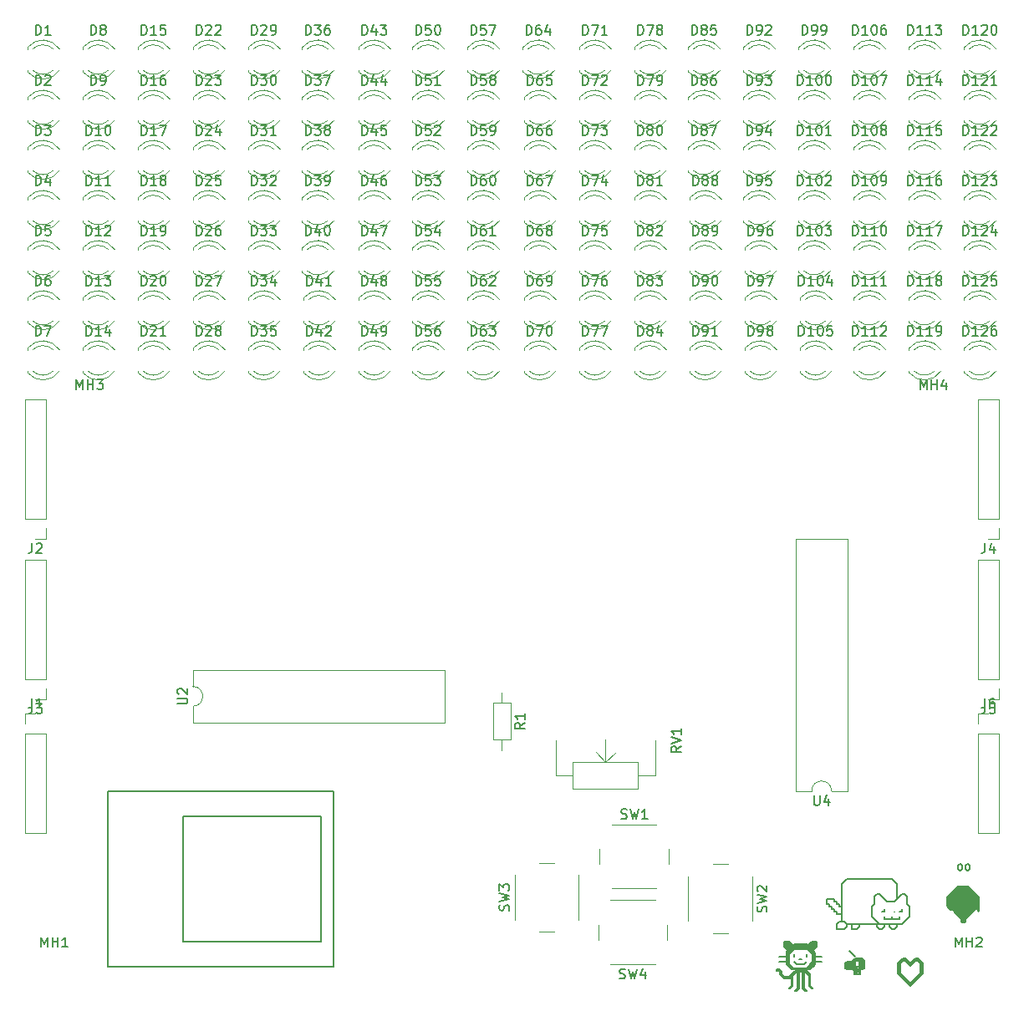
<source format=gbr>
G04 #@! TF.FileFunction,Legend,Top*
%FSLAX46Y46*%
G04 Gerber Fmt 4.6, Leading zero omitted, Abs format (unit mm)*
G04 Created by KiCad (PCBNEW 4.0.7) date 01/18/18 14:45:31*
%MOMM*%
%LPD*%
G01*
G04 APERTURE LIST*
%ADD10C,0.100000*%
%ADD11C,0.200000*%
%ADD12C,0.400000*%
%ADD13C,0.120000*%
%ADD14C,0.150000*%
G04 APERTURE END LIST*
D10*
D11*
X186309000Y-160528000D02*
X181737000Y-160528000D01*
X193294000Y-159639000D02*
X193421000Y-159512000D01*
X193421000Y-159131000D02*
X193421000Y-159512000D01*
X193294000Y-159004000D02*
X193421000Y-159131000D01*
X193167000Y-159004000D02*
X193294000Y-159004000D01*
X193040000Y-159131000D02*
X193167000Y-159004000D01*
X193040000Y-159512000D02*
X193040000Y-159131000D01*
X193167000Y-159639000D02*
X193040000Y-159512000D01*
X193294000Y-159639000D02*
X193167000Y-159639000D01*
X193929000Y-159004000D02*
X193802000Y-159131000D01*
X194056000Y-159004000D02*
X193929000Y-159004000D01*
X194183000Y-159131000D02*
X194056000Y-159004000D01*
X194183000Y-159512000D02*
X194183000Y-159131000D01*
X194056000Y-159639000D02*
X194183000Y-159512000D01*
X193929000Y-159639000D02*
X194056000Y-159639000D01*
X193802000Y-159512000D02*
X193929000Y-159639000D01*
X193802000Y-159131000D02*
X193802000Y-159512000D01*
D12*
X193929000Y-161353500D02*
X194945000Y-162369500D01*
X193040000Y-161353500D02*
X193929000Y-161353500D01*
X192024000Y-162369500D02*
X193040000Y-161353500D01*
X192024000Y-163131500D02*
X192024000Y-162369500D01*
X192087500Y-163258500D02*
X192087500Y-163068000D01*
X192278000Y-163449000D02*
X192151000Y-163322000D01*
X193040000Y-161544000D02*
X193357500Y-161544000D01*
X192278000Y-163385500D02*
X192151000Y-163258500D01*
X193230500Y-163004500D02*
X193802000Y-162433000D01*
X193421000Y-163195000D02*
X193230500Y-163004500D01*
X194119500Y-162496500D02*
X193421000Y-163195000D01*
X193992500Y-162369500D02*
X194119500Y-162496500D01*
X193865500Y-162242500D02*
X193992500Y-162369500D01*
X193484500Y-162242500D02*
X193865500Y-162242500D01*
X192913000Y-162814000D02*
X193484500Y-162242500D01*
X192913000Y-163131500D02*
X192913000Y-162814000D01*
X193357500Y-163576000D02*
X192913000Y-163131500D01*
X194500500Y-162433000D02*
X193357500Y-163576000D01*
X193929000Y-161861500D02*
X194500500Y-162433000D01*
X193357500Y-161861500D02*
X193929000Y-161861500D01*
X192595500Y-162623500D02*
X193357500Y-161861500D01*
X192595500Y-163258500D02*
X192595500Y-162623500D01*
X193357500Y-164020500D02*
X192595500Y-163258500D01*
X194818000Y-162560000D02*
X193357500Y-164020500D01*
X194818000Y-162877500D02*
X194818000Y-162560000D01*
X193548000Y-164147500D02*
X194818000Y-162877500D01*
X193357500Y-164338000D02*
X193548000Y-164147500D01*
X192405000Y-163385500D02*
X193357500Y-164338000D01*
X192341500Y-163385500D02*
X192405000Y-163385500D01*
X192341500Y-162433000D02*
X192341500Y-163385500D01*
X193230500Y-161544000D02*
X192341500Y-162433000D01*
X193992500Y-161544000D02*
X193230500Y-161544000D01*
X194881500Y-162433000D02*
X193992500Y-161544000D01*
X194881500Y-163385500D02*
X194881500Y-162433000D01*
X194627500Y-163385500D02*
X194881500Y-163385500D01*
X194564000Y-163449000D02*
X194627500Y-163385500D01*
X193548000Y-164465000D02*
X194564000Y-163449000D01*
X193548000Y-164719000D02*
X193548000Y-164465000D01*
D10*
X192151000Y-162369500D02*
X192151000Y-163449000D01*
X192087500Y-163385500D02*
X192278000Y-163576000D01*
X193357500Y-164719000D02*
X193357500Y-164528500D01*
X193357500Y-164782500D02*
X193357500Y-164719000D01*
X195135500Y-162369500D02*
X195072000Y-162306000D01*
X195135500Y-163703000D02*
X195135500Y-162369500D01*
X195072000Y-163766500D02*
X195135500Y-163703000D01*
X195072000Y-162306000D02*
X195072000Y-162433000D01*
X194119500Y-161353500D02*
X195072000Y-162306000D01*
X193103500Y-161353500D02*
X194119500Y-161353500D01*
X192087500Y-162369500D02*
X193103500Y-161353500D01*
X192087500Y-163449000D02*
X192087500Y-162369500D01*
X192214500Y-163576000D02*
X192087500Y-163449000D01*
X192278000Y-163576000D02*
X192214500Y-163576000D01*
X192341500Y-163576000D02*
X192278000Y-163576000D01*
X193294000Y-164528500D02*
X192341500Y-163576000D01*
X193294000Y-164846000D02*
X193294000Y-164528500D01*
X193357500Y-164909500D02*
X193294000Y-164846000D01*
X193675000Y-164909500D02*
X193357500Y-164909500D01*
X193802000Y-164782500D02*
X193675000Y-164909500D01*
X193802000Y-164528500D02*
X193802000Y-164782500D01*
X194754500Y-163576000D02*
X193802000Y-164528500D01*
X194881500Y-163576000D02*
X194691000Y-163576000D01*
X195072000Y-163766500D02*
X194881500Y-163576000D01*
X195072000Y-163703000D02*
X195072000Y-163766500D01*
X195072000Y-163703000D02*
X195072000Y-162433000D01*
X195072000Y-163639500D02*
X195072000Y-163703000D01*
X194945000Y-163512500D02*
X195072000Y-163639500D01*
X195008500Y-163512500D02*
X194945000Y-163512500D01*
X194945000Y-163512500D02*
X195008500Y-163512500D01*
X194881500Y-163512500D02*
X194945000Y-163512500D01*
X194691000Y-163512500D02*
X194881500Y-163512500D01*
X193738500Y-164465000D02*
X194691000Y-163512500D01*
X193738500Y-164528500D02*
X193738500Y-164465000D01*
X193738500Y-164592000D02*
X193738500Y-164528500D01*
X193738500Y-164782500D02*
X193738500Y-164592000D01*
X193675000Y-164846000D02*
X193738500Y-164782500D01*
X193421000Y-164846000D02*
X193675000Y-164846000D01*
X193357500Y-164782500D02*
X193421000Y-164846000D01*
D11*
X181991000Y-167767000D02*
X182626000Y-168402000D01*
X182626000Y-168529000D02*
X183134000Y-168529000D01*
X182245000Y-168910000D02*
X182626000Y-168529000D01*
X181991000Y-168910000D02*
X182499000Y-168910000D01*
X181610000Y-169037000D02*
X181610000Y-169418000D01*
X181737000Y-168910000D02*
X181610000Y-169037000D01*
X182245000Y-168910000D02*
X181737000Y-168910000D01*
X182880000Y-169926000D02*
X182880000Y-169545000D01*
X183007000Y-169799000D02*
X182880000Y-169926000D01*
X183007000Y-169418000D02*
X183007000Y-169799000D01*
X182753000Y-169418000D02*
X183007000Y-169418000D01*
X182626000Y-169418000D02*
X182753000Y-169545000D01*
X182499000Y-169545000D02*
X182626000Y-169418000D01*
X182372000Y-169672000D02*
X182499000Y-169545000D01*
X182499000Y-169037000D02*
X182499000Y-168783000D01*
X181991000Y-169037000D02*
X182499000Y-169037000D01*
X182626000Y-169037000D02*
X181991000Y-169037000D01*
X182499000Y-169164000D02*
X182626000Y-169037000D01*
X181991000Y-169164000D02*
X182499000Y-169164000D01*
X181991000Y-169291000D02*
X181991000Y-169164000D01*
X182626000Y-169291000D02*
X181991000Y-169291000D01*
X182626000Y-169291000D02*
X182626000Y-168910000D01*
X182626000Y-168910000D02*
X182626000Y-169291000D01*
X182626000Y-169037000D02*
X182626000Y-168910000D01*
X181864000Y-169164000D02*
X181991000Y-169291000D01*
X181864000Y-169418000D02*
X181864000Y-169164000D01*
X182753000Y-169418000D02*
X181864000Y-169418000D01*
X182753000Y-170053000D02*
X182753000Y-169418000D01*
X182880000Y-170053000D02*
X182753000Y-170053000D01*
X183007000Y-168783000D02*
X182880000Y-168783000D01*
X183007000Y-169545000D02*
X183007000Y-168783000D01*
X183134000Y-169672000D02*
X183007000Y-169545000D01*
X183134000Y-168783000D02*
X183134000Y-169672000D01*
X183261000Y-168783000D02*
X183134000Y-168783000D01*
X183261000Y-169545000D02*
X183261000Y-168783000D01*
X183388000Y-169545000D02*
X183261000Y-169545000D01*
X183388000Y-168783000D02*
X183388000Y-169545000D01*
X183261000Y-168656000D02*
X183388000Y-168783000D01*
X183134000Y-168656000D02*
X183261000Y-168656000D01*
X182753000Y-168656000D02*
X183134000Y-168656000D01*
X182626000Y-168783000D02*
X182753000Y-168656000D01*
X183515000Y-168783000D02*
X182626000Y-168783000D01*
X183515000Y-169418000D02*
X183515000Y-168783000D01*
X183388000Y-169545000D02*
X183515000Y-169418000D01*
X183134000Y-169545000D02*
X183388000Y-169545000D01*
X183007000Y-169545000D02*
X183134000Y-169545000D01*
X183007000Y-170180000D02*
X183007000Y-169545000D01*
X182499000Y-170180000D02*
X183007000Y-170180000D01*
X183134000Y-170180000D02*
X182499000Y-170180000D01*
X182626000Y-170180000D02*
X183134000Y-170180000D01*
X182626000Y-169672000D02*
X182626000Y-170180000D01*
X182499000Y-169545000D02*
X182626000Y-169672000D01*
X181737000Y-169545000D02*
X182499000Y-169545000D01*
X181737000Y-169037000D02*
X181737000Y-169545000D01*
X183134000Y-169799000D02*
X183134000Y-170180000D01*
X183134000Y-169672000D02*
X183134000Y-169799000D01*
X183261000Y-169672000D02*
X183134000Y-169672000D01*
X183388000Y-169672000D02*
X183261000Y-169672000D01*
X183515000Y-169545000D02*
X183388000Y-169672000D01*
X183515000Y-169418000D02*
X183515000Y-169545000D01*
X183515000Y-168783000D02*
X183515000Y-169418000D01*
X183388000Y-168656000D02*
X183515000Y-168783000D01*
X183261000Y-168529000D02*
X183388000Y-168656000D01*
X183134000Y-168529000D02*
X183261000Y-168529000D01*
X183007000Y-168529000D02*
X183134000Y-168529000D01*
X182753000Y-168529000D02*
X183007000Y-168529000D01*
X182626000Y-168656000D02*
X182753000Y-168529000D01*
X182499000Y-168783000D02*
X182626000Y-168656000D01*
X182499000Y-169799000D02*
X182499000Y-170180000D01*
X182372000Y-169672000D02*
X182499000Y-169799000D01*
X181737000Y-169672000D02*
X182372000Y-169672000D01*
X181610000Y-169545000D02*
X181737000Y-169672000D01*
X182118000Y-168910000D02*
X182245000Y-168910000D01*
X181991000Y-169037000D02*
X182118000Y-168910000D01*
X181737000Y-169037000D02*
X181991000Y-169037000D01*
X181610000Y-169164000D02*
X181737000Y-169037000D01*
X181610000Y-169545000D02*
X181610000Y-169164000D01*
X188976000Y-168783000D02*
X188722000Y-168783000D01*
X187706000Y-168783000D02*
X187452000Y-168783000D01*
X187452000Y-168783000D02*
X187706000Y-168529000D01*
X186944000Y-169291000D02*
X187452000Y-168783000D01*
X187198000Y-169037000D02*
X186944000Y-169291000D01*
X186944000Y-169291000D02*
X187198000Y-169037000D01*
X187198000Y-169291000D02*
X186944000Y-169291000D01*
X186944000Y-169545000D02*
X187198000Y-169291000D01*
X187198000Y-169545000D02*
X186944000Y-169545000D01*
X186944000Y-169799000D02*
X187198000Y-169545000D01*
X187198000Y-169799000D02*
X186944000Y-169799000D01*
X188214000Y-169037000D02*
X188214000Y-169291000D01*
X189484000Y-169545000D02*
X189230000Y-169545000D01*
X189230000Y-169799000D02*
X189484000Y-169545000D01*
X189230000Y-169799000D02*
X189230000Y-169291000D01*
X189484000Y-169545000D02*
X189230000Y-169799000D01*
X189230000Y-169291000D02*
X189484000Y-169545000D01*
X189484000Y-169037000D02*
X189230000Y-169291000D01*
X189230000Y-169037000D02*
X189484000Y-169037000D01*
X189230000Y-169291000D02*
X189230000Y-169037000D01*
X189230000Y-170053000D02*
X189230000Y-169291000D01*
X189484000Y-169799000D02*
X189230000Y-170053000D01*
X188214000Y-171069000D02*
X189484000Y-169799000D01*
X188468000Y-171069000D02*
X188214000Y-171069000D01*
X189484000Y-170053000D02*
X188468000Y-171069000D01*
X189230000Y-170307000D02*
X189484000Y-170053000D01*
X189230000Y-169037000D02*
X189230000Y-170307000D01*
X189484000Y-169291000D02*
X189230000Y-169037000D01*
X188722000Y-168529000D02*
X189484000Y-169291000D01*
X188976000Y-168529000D02*
X188722000Y-168529000D01*
X188214000Y-169291000D02*
X188976000Y-168529000D01*
X187452000Y-168529000D02*
X188214000Y-169291000D01*
X187198000Y-168783000D02*
X187452000Y-168529000D01*
X187198000Y-170053000D02*
X187198000Y-168783000D01*
X186944000Y-169799000D02*
X187198000Y-170053000D01*
X188214000Y-171069000D02*
X186944000Y-169799000D01*
X186944000Y-169037000D02*
X187452000Y-168529000D01*
X186944000Y-170053000D02*
X186944000Y-169037000D01*
X188214000Y-171323000D02*
X186944000Y-170053000D01*
X189484000Y-170053000D02*
X188214000Y-171323000D01*
X189484000Y-169037000D02*
X189484000Y-170053000D01*
X188976000Y-168529000D02*
X189484000Y-169037000D01*
X188722000Y-168529000D02*
X188976000Y-168529000D01*
X188214000Y-169037000D02*
X188722000Y-168529000D01*
X187706000Y-168529000D02*
X188214000Y-169037000D01*
X187452000Y-168529000D02*
X187706000Y-168529000D01*
X178308000Y-168148000D02*
X177673000Y-167513000D01*
X175895000Y-168148000D02*
X176403000Y-167640000D01*
X174752000Y-169799000D02*
X174879000Y-169799000D01*
X174625000Y-169799000D02*
X174752000Y-169799000D01*
X174625000Y-169672000D02*
X174625000Y-169799000D01*
X176022000Y-170307000D02*
X176149000Y-170180000D01*
X175895000Y-170434000D02*
X176022000Y-170307000D01*
X175387000Y-170561000D02*
X176149000Y-170561000D01*
X175006000Y-170180000D02*
X175387000Y-170561000D01*
X175006000Y-169926000D02*
X175006000Y-170180000D01*
X174752000Y-169672000D02*
X175133000Y-170053000D01*
X174625000Y-169672000D02*
X174752000Y-169672000D01*
X174879000Y-169672000D02*
X174625000Y-169672000D01*
X175133000Y-169926000D02*
X174879000Y-169672000D01*
X175133000Y-170180000D02*
X175133000Y-169926000D01*
X175387000Y-170434000D02*
X175133000Y-170180000D01*
X175641000Y-170434000D02*
X175387000Y-170434000D01*
X175895000Y-170434000D02*
X175641000Y-170434000D01*
X176149000Y-170434000D02*
X175895000Y-170434000D01*
X176149000Y-171196000D02*
X176149000Y-171450000D01*
X175895000Y-171577000D02*
X176149000Y-171323000D01*
X176022000Y-171577000D02*
X175895000Y-171577000D01*
X176276000Y-171323000D02*
X176022000Y-171577000D01*
X177419000Y-171577000D02*
X177419000Y-169926000D01*
X177673000Y-171831000D02*
X177419000Y-171577000D01*
X177546000Y-171831000D02*
X177673000Y-171831000D01*
X177292000Y-171577000D02*
X177546000Y-171831000D01*
X177292000Y-169926000D02*
X177292000Y-171577000D01*
X176530000Y-171831000D02*
X176784000Y-171577000D01*
X176657000Y-171831000D02*
X176530000Y-171831000D01*
X176911000Y-171577000D02*
X176657000Y-171831000D01*
X176911000Y-169926000D02*
X176911000Y-171577000D01*
X176784000Y-169926000D02*
X176911000Y-169926000D01*
X176784000Y-171577000D02*
X176784000Y-169926000D01*
X176530000Y-171831000D02*
X176784000Y-171577000D01*
X176276000Y-170307000D02*
X176657000Y-169926000D01*
X176657000Y-169926000D02*
X176784000Y-169926000D01*
X176530000Y-169926000D02*
X176657000Y-169926000D01*
X176530000Y-169799000D02*
X176530000Y-169926000D01*
X176149000Y-170180000D02*
X176530000Y-169799000D01*
X176149000Y-171196000D02*
X176149000Y-170180000D01*
X176276000Y-170180000D02*
X176276000Y-171323000D01*
X176276000Y-170180000D02*
X176530000Y-169926000D01*
X176784000Y-169799000D02*
X176530000Y-169799000D01*
X177546000Y-169926000D02*
X177673000Y-170053000D01*
X176911000Y-169926000D02*
X177546000Y-169926000D01*
X177800000Y-170180000D02*
X177927000Y-170307000D01*
X177673000Y-170053000D02*
X177800000Y-170180000D01*
X177927000Y-170180000D02*
X177927000Y-170434000D01*
X177927000Y-170053000D02*
X177927000Y-170180000D01*
X177927000Y-171323000D02*
X177927000Y-170053000D01*
X178181000Y-171577000D02*
X177927000Y-171323000D01*
X178308000Y-171577000D02*
X178181000Y-171577000D01*
X178054000Y-171323000D02*
X178308000Y-171577000D01*
X178054000Y-170180000D02*
X178054000Y-171323000D01*
X177800000Y-169926000D02*
X178054000Y-170180000D01*
X177927000Y-170053000D02*
X177800000Y-169926000D01*
X176911000Y-169926000D02*
X176784000Y-169926000D01*
X177800000Y-169926000D02*
X176911000Y-169926000D01*
X177673000Y-169799000D02*
X177800000Y-169926000D01*
X176784000Y-169799000D02*
X177673000Y-169799000D01*
X178816000Y-168910000D02*
X179197000Y-168910000D01*
X179070000Y-168910000D02*
X178816000Y-168910000D01*
X178816000Y-168402000D02*
X179197000Y-168402000D01*
X175133000Y-168402000D02*
X174879000Y-168402000D01*
X175133000Y-168910000D02*
X174879000Y-168910000D01*
X178562000Y-169164000D02*
X178562000Y-168783000D01*
X178435000Y-169291000D02*
X178562000Y-169164000D01*
X178054000Y-169672000D02*
X178435000Y-169291000D01*
X177927000Y-169672000D02*
X178054000Y-169672000D01*
X178054000Y-169545000D02*
X177927000Y-169672000D01*
X178562000Y-169037000D02*
X178054000Y-169545000D01*
X178562000Y-168021000D02*
X178562000Y-169037000D01*
X178435000Y-167894000D02*
X178562000Y-168021000D01*
X178308000Y-168148000D02*
X178308000Y-167894000D01*
X178308000Y-169164000D02*
X178308000Y-168148000D01*
X177800000Y-169672000D02*
X178308000Y-169164000D01*
X177927000Y-169545000D02*
X177800000Y-169672000D01*
X178435000Y-169037000D02*
X177927000Y-169545000D01*
X178308000Y-168910000D02*
X178435000Y-169037000D01*
X177673000Y-169545000D02*
X178308000Y-168910000D01*
X177927000Y-169545000D02*
X177673000Y-169545000D01*
X176149000Y-169545000D02*
X177927000Y-169545000D01*
X177927000Y-167640000D02*
X178435000Y-168148000D01*
X175895000Y-166878000D02*
X175895000Y-167640000D01*
X175641000Y-166878000D02*
X175895000Y-166878000D01*
X175387000Y-167132000D02*
X175641000Y-166878000D01*
X175641000Y-167132000D02*
X175387000Y-167132000D01*
X175895000Y-167386000D02*
X175641000Y-167132000D01*
X176149000Y-167132000D02*
X175895000Y-167386000D01*
X175895000Y-166878000D02*
X176149000Y-167132000D01*
X175641000Y-167132000D02*
X175895000Y-166878000D01*
X175387000Y-166878000D02*
X175641000Y-167132000D01*
X175641000Y-167132000D02*
X175387000Y-166878000D01*
X175387000Y-167386000D02*
X175641000Y-167132000D01*
X175641000Y-167386000D02*
X175387000Y-167386000D01*
X175641000Y-166878000D02*
X175641000Y-167386000D01*
X175641000Y-167132000D02*
X175641000Y-166878000D01*
X176149000Y-167132000D02*
X175641000Y-167132000D01*
X176149000Y-167386000D02*
X176149000Y-167132000D01*
X175895000Y-167640000D02*
X176149000Y-167386000D01*
X175641000Y-167386000D02*
X175895000Y-167640000D01*
X176149000Y-167386000D02*
X175641000Y-167386000D01*
X178181000Y-167386000D02*
X176149000Y-167386000D01*
X177927000Y-167132000D02*
X178181000Y-167386000D01*
X177927000Y-167386000D02*
X177927000Y-167132000D01*
X178181000Y-167386000D02*
X177927000Y-167386000D01*
X177927000Y-167386000D02*
X178181000Y-167386000D01*
X177927000Y-167132000D02*
X177927000Y-167386000D01*
X178689000Y-167132000D02*
X177927000Y-167132000D01*
X178181000Y-167640000D02*
X178689000Y-167132000D01*
X177927000Y-167640000D02*
X178181000Y-167640000D01*
X178435000Y-167640000D02*
X177927000Y-167640000D01*
X178435000Y-167386000D02*
X178435000Y-167640000D01*
X178435000Y-166878000D02*
X178435000Y-167386000D01*
X178181000Y-167132000D02*
X178435000Y-166878000D01*
X178181000Y-167386000D02*
X178181000Y-167132000D01*
X178689000Y-167386000D02*
X178181000Y-167386000D01*
X178689000Y-166878000D02*
X178689000Y-167386000D01*
X177927000Y-167640000D02*
X178689000Y-166878000D01*
X177927000Y-167386000D02*
X177927000Y-167640000D01*
X177673000Y-167640000D02*
X177927000Y-167386000D01*
X177419000Y-167640000D02*
X177673000Y-167640000D01*
X177673000Y-167386000D02*
X177419000Y-167640000D01*
X177673000Y-167132000D02*
X177673000Y-167386000D01*
X177165000Y-167640000D02*
X177673000Y-167132000D01*
X176911000Y-167640000D02*
X177165000Y-167640000D01*
X177419000Y-167132000D02*
X176911000Y-167640000D01*
X177165000Y-167132000D02*
X177419000Y-167132000D01*
X176911000Y-167386000D02*
X177165000Y-167132000D01*
X176657000Y-167640000D02*
X176911000Y-167386000D01*
X176403000Y-167640000D02*
X176657000Y-167640000D01*
X176911000Y-167132000D02*
X176403000Y-167640000D01*
X176657000Y-167386000D02*
X176911000Y-167132000D01*
X176403000Y-167640000D02*
X176657000Y-167386000D01*
X176657000Y-167386000D02*
X176403000Y-167640000D01*
X176403000Y-167386000D02*
X176657000Y-167386000D01*
X176149000Y-167640000D02*
X176403000Y-167386000D01*
X178181000Y-167640000D02*
X176149000Y-167640000D01*
X177927000Y-167386000D02*
X178181000Y-167640000D01*
X176403000Y-167386000D02*
X177927000Y-167386000D01*
X176403000Y-167386000D02*
X176657000Y-167132000D01*
X175641000Y-168148000D02*
X176403000Y-167386000D01*
X175641000Y-168402000D02*
X175641000Y-168148000D01*
X175895000Y-168402000D02*
X175641000Y-168402000D01*
X175641000Y-168148000D02*
X175895000Y-168402000D01*
X175895000Y-167894000D02*
X175641000Y-168148000D01*
X175895000Y-168148000D02*
X175895000Y-167894000D01*
X175641000Y-168148000D02*
X175895000Y-168148000D01*
X175895000Y-168402000D02*
X175641000Y-168148000D01*
X175641000Y-168656000D02*
X175895000Y-168402000D01*
X175895000Y-168910000D02*
X175641000Y-168656000D01*
X175895000Y-168656000D02*
X175895000Y-168910000D01*
X175641000Y-168656000D02*
X175895000Y-168656000D01*
X175641000Y-168910000D02*
X175641000Y-168656000D01*
X175895000Y-168910000D02*
X175641000Y-168910000D01*
X175641000Y-169164000D02*
X175895000Y-168910000D01*
X175641000Y-168148000D02*
X175641000Y-169164000D01*
X175895000Y-167894000D02*
X175641000Y-168148000D01*
X175895000Y-169164000D02*
X175895000Y-167894000D01*
X175641000Y-168910000D02*
X175895000Y-169164000D01*
X176403000Y-169672000D02*
X175641000Y-168910000D01*
X177673000Y-168148000D02*
X177673000Y-168402000D01*
X176403000Y-168148000D02*
X176403000Y-168402000D01*
X186563000Y-163830000D02*
X186537600Y-163830000D01*
X183007000Y-165100000D02*
X184785000Y-165100000D01*
X180721000Y-165100000D02*
X180975000Y-164846000D01*
X181483000Y-165608000D02*
X181737000Y-165354000D01*
X182753000Y-165608000D02*
X183007000Y-165354000D01*
X185547000Y-165354000D02*
X185293000Y-165608000D01*
X181483000Y-164846000D02*
X181737000Y-165100000D01*
X181229000Y-164846000D02*
X181229000Y-164592000D01*
X181483000Y-164846000D02*
X181229000Y-164846000D01*
X183007000Y-165354000D02*
X183007000Y-165100000D01*
X180721000Y-164084000D02*
X180975000Y-164084000D01*
X180721000Y-163830000D02*
X180721000Y-164084000D01*
X180467000Y-163830000D02*
X180721000Y-163830000D01*
X180975000Y-163322000D02*
X181229000Y-163322000D01*
X180975000Y-163068000D02*
X180975000Y-163322000D01*
X180721000Y-163068000D02*
X180975000Y-163068000D01*
X180721000Y-162814000D02*
X180721000Y-163068000D01*
X180467000Y-162814000D02*
X180721000Y-162814000D01*
X180467000Y-162560000D02*
X180467000Y-162814000D01*
X179705000Y-162560000D02*
X180467000Y-162560000D01*
X179705000Y-163068000D02*
X179705000Y-162560000D01*
X179959000Y-163068000D02*
X179705000Y-163068000D01*
X179959000Y-163322000D02*
X179959000Y-163068000D01*
X180213000Y-163322000D02*
X179959000Y-163322000D01*
X180213000Y-163576000D02*
X180213000Y-163322000D01*
X180467000Y-163576000D02*
X180213000Y-163576000D01*
X180467000Y-163830000D02*
X180467000Y-163576000D01*
X181229000Y-164084000D02*
X180975000Y-164084000D01*
X181229000Y-161036000D02*
X181229000Y-164592000D01*
X181737000Y-160528000D02*
X181229000Y-161036000D01*
X186817000Y-161036000D02*
X186309000Y-160528000D01*
X186817000Y-162560000D02*
X186817000Y-161036000D01*
X181229000Y-164846000D02*
X181229000Y-164592000D01*
X180975000Y-164846000D02*
X181483000Y-164846000D01*
X180721000Y-165608000D02*
X180721000Y-165100000D01*
X181483000Y-165608000D02*
X180721000Y-165608000D01*
X181737000Y-165100000D02*
X181737000Y-165354000D01*
X183007000Y-165100000D02*
X181737000Y-165100000D01*
X182245000Y-165100000D02*
X183007000Y-165100000D01*
X182245000Y-165608000D02*
X182245000Y-165100000D01*
X182753000Y-165608000D02*
X182245000Y-165608000D01*
X183007000Y-165100000D02*
X183007000Y-165354000D01*
X184785000Y-165100000D02*
X185039000Y-165100000D01*
X184785000Y-165354000D02*
X184785000Y-165100000D01*
X185039000Y-165608000D02*
X184785000Y-165354000D01*
X185293000Y-165608000D02*
X185039000Y-165608000D01*
X185547000Y-165100000D02*
X185547000Y-165354000D01*
X186055000Y-165100000D02*
X185547000Y-165100000D01*
X186055000Y-165354000D02*
X186055000Y-165100000D01*
X186309000Y-165608000D02*
X186055000Y-165354000D01*
X186563000Y-165608000D02*
X186309000Y-165608000D01*
X186817000Y-165354000D02*
X186563000Y-165608000D01*
X186817000Y-165100000D02*
X186817000Y-165354000D01*
X187071000Y-164592000D02*
X187071000Y-164338000D01*
X186309000Y-164592000D02*
X187071000Y-164592000D01*
X186309000Y-164338000D02*
X186309000Y-164592000D01*
X186309000Y-164592000D02*
X186309000Y-164338000D01*
X185547000Y-164592000D02*
X186309000Y-164592000D01*
X185547000Y-164338000D02*
X185547000Y-164592000D01*
X187325000Y-163830000D02*
X187071000Y-163830000D01*
X187325000Y-163576000D02*
X187325000Y-163830000D01*
X185547000Y-163830000D02*
X185293000Y-163830000D01*
X185547000Y-163576000D02*
X185547000Y-163830000D01*
X185039000Y-165100000D02*
X187325000Y-165100000D01*
X184277000Y-164338000D02*
X185039000Y-165100000D01*
X184277000Y-163322000D02*
X184277000Y-164338000D01*
X184531000Y-163068000D02*
X184277000Y-163322000D01*
X184531000Y-162306000D02*
X184531000Y-163068000D01*
X184785000Y-162052000D02*
X184531000Y-162306000D01*
X185039000Y-162052000D02*
X184785000Y-162052000D01*
X185801000Y-162814000D02*
X185039000Y-162052000D01*
X188087000Y-164338000D02*
X187325000Y-165100000D01*
X188087000Y-163322000D02*
X188087000Y-164338000D01*
X187833000Y-163068000D02*
X188087000Y-163322000D01*
X187833000Y-162306000D02*
X187833000Y-163068000D01*
X187579000Y-162052000D02*
X187833000Y-162306000D01*
X187325000Y-162052000D02*
X187579000Y-162052000D01*
X187579000Y-162052000D02*
X187325000Y-162052000D01*
X186563000Y-162814000D02*
X187325000Y-162052000D01*
X185801000Y-162814000D02*
X186563000Y-162814000D01*
X178435000Y-168910000D02*
X178943000Y-168910000D01*
X178435000Y-168402000D02*
X178943000Y-168402000D01*
X175641000Y-168910000D02*
X175133000Y-168910000D01*
X175641000Y-168402000D02*
X175133000Y-168402000D01*
X177927000Y-167386000D02*
X177673000Y-167132000D01*
X177419000Y-167132000D02*
X177673000Y-167132000D01*
X176403000Y-167132000D02*
X177419000Y-167132000D01*
X176149000Y-167386000D02*
X176403000Y-167132000D01*
X176149000Y-169672000D02*
X176657000Y-169672000D01*
X175641000Y-169164000D02*
X176149000Y-169672000D01*
X175641000Y-167894000D02*
X175641000Y-169164000D01*
X177927000Y-169672000D02*
X176403000Y-169672000D01*
X175895000Y-167640000D02*
X175641000Y-167894000D01*
X178435000Y-169164000D02*
X177927000Y-169672000D01*
X178435000Y-167894000D02*
X178435000Y-169164000D01*
X178181000Y-167640000D02*
X178435000Y-167894000D01*
X178435000Y-167640000D02*
X178181000Y-167640000D01*
X178689000Y-167386000D02*
X178435000Y-167640000D01*
X178689000Y-166878000D02*
X178689000Y-167386000D01*
X178435000Y-166878000D02*
X178689000Y-166878000D01*
X178181000Y-166878000D02*
X178435000Y-166878000D01*
X177927000Y-167132000D02*
X178181000Y-166878000D01*
X177927000Y-167386000D02*
X177927000Y-167132000D01*
X176149000Y-167132000D02*
X176149000Y-167386000D01*
X175895000Y-166878000D02*
X176149000Y-167132000D01*
X175641000Y-167640000D02*
X175387000Y-167386000D01*
X175641000Y-167640000D02*
X175895000Y-167640000D01*
X177419000Y-169164000D02*
X177673000Y-168910000D01*
X176657000Y-169164000D02*
X177419000Y-169164000D01*
X176403000Y-168910000D02*
X176657000Y-169164000D01*
X177165000Y-168656000D02*
X176911000Y-168656000D01*
X175387000Y-166878000D02*
X175895000Y-166878000D01*
X175387000Y-167386000D02*
X175387000Y-166878000D01*
D13*
X102002335Y-76391392D02*
G75*
G03X98770000Y-76234484I-1672335J-1078608D01*
G01*
X102002335Y-78548608D02*
G75*
G02X98770000Y-78705516I-1672335J1078608D01*
G01*
X101371130Y-76390163D02*
G75*
G03X99289039Y-76390000I-1041130J-1079837D01*
G01*
X101371130Y-78549837D02*
G75*
G02X99289039Y-78550000I-1041130J1079837D01*
G01*
X98770000Y-76234000D02*
X98770000Y-76390000D01*
X98770000Y-78550000D02*
X98770000Y-78706000D01*
X178197000Y-151571000D02*
G75*
G02X180197000Y-151571000I1000000J0D01*
G01*
X180197000Y-151571000D02*
X181847000Y-151571000D01*
X181847000Y-151571000D02*
X181847000Y-126051000D01*
X181847000Y-126051000D02*
X176547000Y-126051000D01*
X176547000Y-126051000D02*
X176547000Y-151571000D01*
X176547000Y-151571000D02*
X178197000Y-151571000D01*
X197148000Y-128164000D02*
X195028000Y-128164000D01*
X197148000Y-140224000D02*
X197148000Y-128164000D01*
X195028000Y-140224000D02*
X195028000Y-128164000D01*
X197148000Y-140224000D02*
X195028000Y-140224000D01*
X197148000Y-141224000D02*
X197148000Y-142284000D01*
X197148000Y-142284000D02*
X196088000Y-142284000D01*
X165696000Y-160258000D02*
X165696000Y-164758000D01*
X169696000Y-159008000D02*
X168196000Y-159008000D01*
X172196000Y-164758000D02*
X172196000Y-160258000D01*
X168196000Y-166008000D02*
X169696000Y-166008000D01*
X115510000Y-140986000D02*
G75*
G02X115510000Y-142986000I0J-1000000D01*
G01*
X115510000Y-142986000D02*
X115510000Y-144636000D01*
X115510000Y-144636000D02*
X141030000Y-144636000D01*
X141030000Y-144636000D02*
X141030000Y-139336000D01*
X141030000Y-139336000D02*
X115510000Y-139336000D01*
X115510000Y-139336000D02*
X115510000Y-140986000D01*
X147672000Y-142666000D02*
X145952000Y-142666000D01*
X145952000Y-142666000D02*
X145952000Y-146386000D01*
X145952000Y-146386000D02*
X147672000Y-146386000D01*
X147672000Y-146386000D02*
X147672000Y-142666000D01*
X146812000Y-141596000D02*
X146812000Y-142666000D01*
X146812000Y-147456000D02*
X146812000Y-146386000D01*
X169058335Y-106871392D02*
G75*
G03X165826000Y-106714484I-1672335J-1078608D01*
G01*
X169058335Y-109028608D02*
G75*
G02X165826000Y-109185516I-1672335J1078608D01*
G01*
X168427130Y-106870163D02*
G75*
G03X166345039Y-106870000I-1041130J-1079837D01*
G01*
X168427130Y-109029837D02*
G75*
G02X166345039Y-109030000I-1041130J1079837D01*
G01*
X165826000Y-106714000D02*
X165826000Y-106870000D01*
X165826000Y-109030000D02*
X165826000Y-109186000D01*
X146579335Y-106871392D02*
G75*
G03X143347000Y-106714484I-1672335J-1078608D01*
G01*
X146579335Y-109028608D02*
G75*
G02X143347000Y-109185516I-1672335J1078608D01*
G01*
X145948130Y-106870163D02*
G75*
G03X143866039Y-106870000I-1041130J-1079837D01*
G01*
X145948130Y-109029837D02*
G75*
G02X143866039Y-109030000I-1041130J1079837D01*
G01*
X143347000Y-106714000D02*
X143347000Y-106870000D01*
X143347000Y-109030000D02*
X143347000Y-109186000D01*
X180234335Y-106871392D02*
G75*
G03X177002000Y-106714484I-1672335J-1078608D01*
G01*
X180234335Y-109028608D02*
G75*
G02X177002000Y-109185516I-1672335J1078608D01*
G01*
X179603130Y-106870163D02*
G75*
G03X177521039Y-106870000I-1041130J-1079837D01*
G01*
X179603130Y-109029837D02*
G75*
G02X177521039Y-109030000I-1041130J1079837D01*
G01*
X177002000Y-106714000D02*
X177002000Y-106870000D01*
X177002000Y-109030000D02*
X177002000Y-109186000D01*
X102002335Y-81471392D02*
G75*
G03X98770000Y-81314484I-1672335J-1078608D01*
G01*
X102002335Y-83628608D02*
G75*
G02X98770000Y-83785516I-1672335J1078608D01*
G01*
X101371130Y-81470163D02*
G75*
G03X99289039Y-81470000I-1041130J-1079837D01*
G01*
X101371130Y-83629837D02*
G75*
G02X99289039Y-83630000I-1041130J1079837D01*
G01*
X98770000Y-81314000D02*
X98770000Y-81470000D01*
X98770000Y-83630000D02*
X98770000Y-83786000D01*
X102002335Y-86551392D02*
G75*
G03X98770000Y-86394484I-1672335J-1078608D01*
G01*
X102002335Y-88708608D02*
G75*
G02X98770000Y-88865516I-1672335J1078608D01*
G01*
X101371130Y-86550163D02*
G75*
G03X99289039Y-86550000I-1041130J-1079837D01*
G01*
X101371130Y-88709837D02*
G75*
G02X99289039Y-88710000I-1041130J1079837D01*
G01*
X98770000Y-86394000D02*
X98770000Y-86550000D01*
X98770000Y-88710000D02*
X98770000Y-88866000D01*
X102002335Y-91631392D02*
G75*
G03X98770000Y-91474484I-1672335J-1078608D01*
G01*
X102002335Y-93788608D02*
G75*
G02X98770000Y-93945516I-1672335J1078608D01*
G01*
X101371130Y-91630163D02*
G75*
G03X99289039Y-91630000I-1041130J-1079837D01*
G01*
X101371130Y-93789837D02*
G75*
G02X99289039Y-93790000I-1041130J1079837D01*
G01*
X98770000Y-91474000D02*
X98770000Y-91630000D01*
X98770000Y-93790000D02*
X98770000Y-93946000D01*
X102002335Y-96711392D02*
G75*
G03X98770000Y-96554484I-1672335J-1078608D01*
G01*
X102002335Y-98868608D02*
G75*
G02X98770000Y-99025516I-1672335J1078608D01*
G01*
X101371130Y-96710163D02*
G75*
G03X99289039Y-96710000I-1041130J-1079837D01*
G01*
X101371130Y-98869837D02*
G75*
G02X99289039Y-98870000I-1041130J1079837D01*
G01*
X98770000Y-96554000D02*
X98770000Y-96710000D01*
X98770000Y-98870000D02*
X98770000Y-99026000D01*
X102002335Y-101791392D02*
G75*
G03X98770000Y-101634484I-1672335J-1078608D01*
G01*
X102002335Y-103948608D02*
G75*
G02X98770000Y-104105516I-1672335J1078608D01*
G01*
X101371130Y-101790163D02*
G75*
G03X99289039Y-101790000I-1041130J-1079837D01*
G01*
X101371130Y-103949837D02*
G75*
G02X99289039Y-103950000I-1041130J1079837D01*
G01*
X98770000Y-101634000D02*
X98770000Y-101790000D01*
X98770000Y-103950000D02*
X98770000Y-104106000D01*
X102002335Y-106871392D02*
G75*
G03X98770000Y-106714484I-1672335J-1078608D01*
G01*
X102002335Y-109028608D02*
G75*
G02X98770000Y-109185516I-1672335J1078608D01*
G01*
X101371130Y-106870163D02*
G75*
G03X99289039Y-106870000I-1041130J-1079837D01*
G01*
X101371130Y-109029837D02*
G75*
G02X99289039Y-109030000I-1041130J1079837D01*
G01*
X98770000Y-106714000D02*
X98770000Y-106870000D01*
X98770000Y-109030000D02*
X98770000Y-109186000D01*
X107590335Y-76391392D02*
G75*
G03X104358000Y-76234484I-1672335J-1078608D01*
G01*
X107590335Y-78548608D02*
G75*
G02X104358000Y-78705516I-1672335J1078608D01*
G01*
X106959130Y-76390163D02*
G75*
G03X104877039Y-76390000I-1041130J-1079837D01*
G01*
X106959130Y-78549837D02*
G75*
G02X104877039Y-78550000I-1041130J1079837D01*
G01*
X104358000Y-76234000D02*
X104358000Y-76390000D01*
X104358000Y-78550000D02*
X104358000Y-78706000D01*
X107590335Y-81471392D02*
G75*
G03X104358000Y-81314484I-1672335J-1078608D01*
G01*
X107590335Y-83628608D02*
G75*
G02X104358000Y-83785516I-1672335J1078608D01*
G01*
X106959130Y-81470163D02*
G75*
G03X104877039Y-81470000I-1041130J-1079837D01*
G01*
X106959130Y-83629837D02*
G75*
G02X104877039Y-83630000I-1041130J1079837D01*
G01*
X104358000Y-81314000D02*
X104358000Y-81470000D01*
X104358000Y-83630000D02*
X104358000Y-83786000D01*
X107590335Y-86551392D02*
G75*
G03X104358000Y-86394484I-1672335J-1078608D01*
G01*
X107590335Y-88708608D02*
G75*
G02X104358000Y-88865516I-1672335J1078608D01*
G01*
X106959130Y-86550163D02*
G75*
G03X104877039Y-86550000I-1041130J-1079837D01*
G01*
X106959130Y-88709837D02*
G75*
G02X104877039Y-88710000I-1041130J1079837D01*
G01*
X104358000Y-86394000D02*
X104358000Y-86550000D01*
X104358000Y-88710000D02*
X104358000Y-88866000D01*
X107590335Y-91631392D02*
G75*
G03X104358000Y-91474484I-1672335J-1078608D01*
G01*
X107590335Y-93788608D02*
G75*
G02X104358000Y-93945516I-1672335J1078608D01*
G01*
X106959130Y-91630163D02*
G75*
G03X104877039Y-91630000I-1041130J-1079837D01*
G01*
X106959130Y-93789837D02*
G75*
G02X104877039Y-93790000I-1041130J1079837D01*
G01*
X104358000Y-91474000D02*
X104358000Y-91630000D01*
X104358000Y-93790000D02*
X104358000Y-93946000D01*
X107590335Y-96711392D02*
G75*
G03X104358000Y-96554484I-1672335J-1078608D01*
G01*
X107590335Y-98868608D02*
G75*
G02X104358000Y-99025516I-1672335J1078608D01*
G01*
X106959130Y-96710163D02*
G75*
G03X104877039Y-96710000I-1041130J-1079837D01*
G01*
X106959130Y-98869837D02*
G75*
G02X104877039Y-98870000I-1041130J1079837D01*
G01*
X104358000Y-96554000D02*
X104358000Y-96710000D01*
X104358000Y-98870000D02*
X104358000Y-99026000D01*
X107590335Y-101791392D02*
G75*
G03X104358000Y-101634484I-1672335J-1078608D01*
G01*
X107590335Y-103948608D02*
G75*
G02X104358000Y-104105516I-1672335J1078608D01*
G01*
X106959130Y-101790163D02*
G75*
G03X104877039Y-101790000I-1041130J-1079837D01*
G01*
X106959130Y-103949837D02*
G75*
G02X104877039Y-103950000I-1041130J1079837D01*
G01*
X104358000Y-101634000D02*
X104358000Y-101790000D01*
X104358000Y-103950000D02*
X104358000Y-104106000D01*
X107590335Y-106871392D02*
G75*
G03X104358000Y-106714484I-1672335J-1078608D01*
G01*
X107590335Y-109028608D02*
G75*
G02X104358000Y-109185516I-1672335J1078608D01*
G01*
X106959130Y-106870163D02*
G75*
G03X104877039Y-106870000I-1041130J-1079837D01*
G01*
X106959130Y-109029837D02*
G75*
G02X104877039Y-109030000I-1041130J1079837D01*
G01*
X104358000Y-106714000D02*
X104358000Y-106870000D01*
X104358000Y-109030000D02*
X104358000Y-109186000D01*
X113178335Y-76391392D02*
G75*
G03X109946000Y-76234484I-1672335J-1078608D01*
G01*
X113178335Y-78548608D02*
G75*
G02X109946000Y-78705516I-1672335J1078608D01*
G01*
X112547130Y-76390163D02*
G75*
G03X110465039Y-76390000I-1041130J-1079837D01*
G01*
X112547130Y-78549837D02*
G75*
G02X110465039Y-78550000I-1041130J1079837D01*
G01*
X109946000Y-76234000D02*
X109946000Y-76390000D01*
X109946000Y-78550000D02*
X109946000Y-78706000D01*
X113178335Y-81471392D02*
G75*
G03X109946000Y-81314484I-1672335J-1078608D01*
G01*
X113178335Y-83628608D02*
G75*
G02X109946000Y-83785516I-1672335J1078608D01*
G01*
X112547130Y-81470163D02*
G75*
G03X110465039Y-81470000I-1041130J-1079837D01*
G01*
X112547130Y-83629837D02*
G75*
G02X110465039Y-83630000I-1041130J1079837D01*
G01*
X109946000Y-81314000D02*
X109946000Y-81470000D01*
X109946000Y-83630000D02*
X109946000Y-83786000D01*
X113178335Y-86551392D02*
G75*
G03X109946000Y-86394484I-1672335J-1078608D01*
G01*
X113178335Y-88708608D02*
G75*
G02X109946000Y-88865516I-1672335J1078608D01*
G01*
X112547130Y-86550163D02*
G75*
G03X110465039Y-86550000I-1041130J-1079837D01*
G01*
X112547130Y-88709837D02*
G75*
G02X110465039Y-88710000I-1041130J1079837D01*
G01*
X109946000Y-86394000D02*
X109946000Y-86550000D01*
X109946000Y-88710000D02*
X109946000Y-88866000D01*
X113178335Y-91631392D02*
G75*
G03X109946000Y-91474484I-1672335J-1078608D01*
G01*
X113178335Y-93788608D02*
G75*
G02X109946000Y-93945516I-1672335J1078608D01*
G01*
X112547130Y-91630163D02*
G75*
G03X110465039Y-91630000I-1041130J-1079837D01*
G01*
X112547130Y-93789837D02*
G75*
G02X110465039Y-93790000I-1041130J1079837D01*
G01*
X109946000Y-91474000D02*
X109946000Y-91630000D01*
X109946000Y-93790000D02*
X109946000Y-93946000D01*
X113178335Y-96711392D02*
G75*
G03X109946000Y-96554484I-1672335J-1078608D01*
G01*
X113178335Y-98868608D02*
G75*
G02X109946000Y-99025516I-1672335J1078608D01*
G01*
X112547130Y-96710163D02*
G75*
G03X110465039Y-96710000I-1041130J-1079837D01*
G01*
X112547130Y-98869837D02*
G75*
G02X110465039Y-98870000I-1041130J1079837D01*
G01*
X109946000Y-96554000D02*
X109946000Y-96710000D01*
X109946000Y-98870000D02*
X109946000Y-99026000D01*
X113178335Y-101791392D02*
G75*
G03X109946000Y-101634484I-1672335J-1078608D01*
G01*
X113178335Y-103948608D02*
G75*
G02X109946000Y-104105516I-1672335J1078608D01*
G01*
X112547130Y-101790163D02*
G75*
G03X110465039Y-101790000I-1041130J-1079837D01*
G01*
X112547130Y-103949837D02*
G75*
G02X110465039Y-103950000I-1041130J1079837D01*
G01*
X109946000Y-101634000D02*
X109946000Y-101790000D01*
X109946000Y-103950000D02*
X109946000Y-104106000D01*
X113178335Y-106871392D02*
G75*
G03X109946000Y-106714484I-1672335J-1078608D01*
G01*
X113178335Y-109028608D02*
G75*
G02X109946000Y-109185516I-1672335J1078608D01*
G01*
X112547130Y-106870163D02*
G75*
G03X110465039Y-106870000I-1041130J-1079837D01*
G01*
X112547130Y-109029837D02*
G75*
G02X110465039Y-109030000I-1041130J1079837D01*
G01*
X109946000Y-106714000D02*
X109946000Y-106870000D01*
X109946000Y-109030000D02*
X109946000Y-109186000D01*
X118766335Y-76391392D02*
G75*
G03X115534000Y-76234484I-1672335J-1078608D01*
G01*
X118766335Y-78548608D02*
G75*
G02X115534000Y-78705516I-1672335J1078608D01*
G01*
X118135130Y-76390163D02*
G75*
G03X116053039Y-76390000I-1041130J-1079837D01*
G01*
X118135130Y-78549837D02*
G75*
G02X116053039Y-78550000I-1041130J1079837D01*
G01*
X115534000Y-76234000D02*
X115534000Y-76390000D01*
X115534000Y-78550000D02*
X115534000Y-78706000D01*
X118766335Y-81471392D02*
G75*
G03X115534000Y-81314484I-1672335J-1078608D01*
G01*
X118766335Y-83628608D02*
G75*
G02X115534000Y-83785516I-1672335J1078608D01*
G01*
X118135130Y-81470163D02*
G75*
G03X116053039Y-81470000I-1041130J-1079837D01*
G01*
X118135130Y-83629837D02*
G75*
G02X116053039Y-83630000I-1041130J1079837D01*
G01*
X115534000Y-81314000D02*
X115534000Y-81470000D01*
X115534000Y-83630000D02*
X115534000Y-83786000D01*
X118766335Y-86551392D02*
G75*
G03X115534000Y-86394484I-1672335J-1078608D01*
G01*
X118766335Y-88708608D02*
G75*
G02X115534000Y-88865516I-1672335J1078608D01*
G01*
X118135130Y-86550163D02*
G75*
G03X116053039Y-86550000I-1041130J-1079837D01*
G01*
X118135130Y-88709837D02*
G75*
G02X116053039Y-88710000I-1041130J1079837D01*
G01*
X115534000Y-86394000D02*
X115534000Y-86550000D01*
X115534000Y-88710000D02*
X115534000Y-88866000D01*
X118766335Y-91631392D02*
G75*
G03X115534000Y-91474484I-1672335J-1078608D01*
G01*
X118766335Y-93788608D02*
G75*
G02X115534000Y-93945516I-1672335J1078608D01*
G01*
X118135130Y-91630163D02*
G75*
G03X116053039Y-91630000I-1041130J-1079837D01*
G01*
X118135130Y-93789837D02*
G75*
G02X116053039Y-93790000I-1041130J1079837D01*
G01*
X115534000Y-91474000D02*
X115534000Y-91630000D01*
X115534000Y-93790000D02*
X115534000Y-93946000D01*
X118766335Y-96711392D02*
G75*
G03X115534000Y-96554484I-1672335J-1078608D01*
G01*
X118766335Y-98868608D02*
G75*
G02X115534000Y-99025516I-1672335J1078608D01*
G01*
X118135130Y-96710163D02*
G75*
G03X116053039Y-96710000I-1041130J-1079837D01*
G01*
X118135130Y-98869837D02*
G75*
G02X116053039Y-98870000I-1041130J1079837D01*
G01*
X115534000Y-96554000D02*
X115534000Y-96710000D01*
X115534000Y-98870000D02*
X115534000Y-99026000D01*
X118766335Y-101791392D02*
G75*
G03X115534000Y-101634484I-1672335J-1078608D01*
G01*
X118766335Y-103948608D02*
G75*
G02X115534000Y-104105516I-1672335J1078608D01*
G01*
X118135130Y-101790163D02*
G75*
G03X116053039Y-101790000I-1041130J-1079837D01*
G01*
X118135130Y-103949837D02*
G75*
G02X116053039Y-103950000I-1041130J1079837D01*
G01*
X115534000Y-101634000D02*
X115534000Y-101790000D01*
X115534000Y-103950000D02*
X115534000Y-104106000D01*
X118766335Y-106871392D02*
G75*
G03X115534000Y-106714484I-1672335J-1078608D01*
G01*
X118766335Y-109028608D02*
G75*
G02X115534000Y-109185516I-1672335J1078608D01*
G01*
X118135130Y-106870163D02*
G75*
G03X116053039Y-106870000I-1041130J-1079837D01*
G01*
X118135130Y-109029837D02*
G75*
G02X116053039Y-109030000I-1041130J1079837D01*
G01*
X115534000Y-106714000D02*
X115534000Y-106870000D01*
X115534000Y-109030000D02*
X115534000Y-109186000D01*
X124354335Y-76391392D02*
G75*
G03X121122000Y-76234484I-1672335J-1078608D01*
G01*
X124354335Y-78548608D02*
G75*
G02X121122000Y-78705516I-1672335J1078608D01*
G01*
X123723130Y-76390163D02*
G75*
G03X121641039Y-76390000I-1041130J-1079837D01*
G01*
X123723130Y-78549837D02*
G75*
G02X121641039Y-78550000I-1041130J1079837D01*
G01*
X121122000Y-76234000D02*
X121122000Y-76390000D01*
X121122000Y-78550000D02*
X121122000Y-78706000D01*
X124354335Y-81471392D02*
G75*
G03X121122000Y-81314484I-1672335J-1078608D01*
G01*
X124354335Y-83628608D02*
G75*
G02X121122000Y-83785516I-1672335J1078608D01*
G01*
X123723130Y-81470163D02*
G75*
G03X121641039Y-81470000I-1041130J-1079837D01*
G01*
X123723130Y-83629837D02*
G75*
G02X121641039Y-83630000I-1041130J1079837D01*
G01*
X121122000Y-81314000D02*
X121122000Y-81470000D01*
X121122000Y-83630000D02*
X121122000Y-83786000D01*
X124354335Y-86551392D02*
G75*
G03X121122000Y-86394484I-1672335J-1078608D01*
G01*
X124354335Y-88708608D02*
G75*
G02X121122000Y-88865516I-1672335J1078608D01*
G01*
X123723130Y-86550163D02*
G75*
G03X121641039Y-86550000I-1041130J-1079837D01*
G01*
X123723130Y-88709837D02*
G75*
G02X121641039Y-88710000I-1041130J1079837D01*
G01*
X121122000Y-86394000D02*
X121122000Y-86550000D01*
X121122000Y-88710000D02*
X121122000Y-88866000D01*
X124354335Y-91631392D02*
G75*
G03X121122000Y-91474484I-1672335J-1078608D01*
G01*
X124354335Y-93788608D02*
G75*
G02X121122000Y-93945516I-1672335J1078608D01*
G01*
X123723130Y-91630163D02*
G75*
G03X121641039Y-91630000I-1041130J-1079837D01*
G01*
X123723130Y-93789837D02*
G75*
G02X121641039Y-93790000I-1041130J1079837D01*
G01*
X121122000Y-91474000D02*
X121122000Y-91630000D01*
X121122000Y-93790000D02*
X121122000Y-93946000D01*
X124354335Y-96711392D02*
G75*
G03X121122000Y-96554484I-1672335J-1078608D01*
G01*
X124354335Y-98868608D02*
G75*
G02X121122000Y-99025516I-1672335J1078608D01*
G01*
X123723130Y-96710163D02*
G75*
G03X121641039Y-96710000I-1041130J-1079837D01*
G01*
X123723130Y-98869837D02*
G75*
G02X121641039Y-98870000I-1041130J1079837D01*
G01*
X121122000Y-96554000D02*
X121122000Y-96710000D01*
X121122000Y-98870000D02*
X121122000Y-99026000D01*
X124354335Y-101791392D02*
G75*
G03X121122000Y-101634484I-1672335J-1078608D01*
G01*
X124354335Y-103948608D02*
G75*
G02X121122000Y-104105516I-1672335J1078608D01*
G01*
X123723130Y-101790163D02*
G75*
G03X121641039Y-101790000I-1041130J-1079837D01*
G01*
X123723130Y-103949837D02*
G75*
G02X121641039Y-103950000I-1041130J1079837D01*
G01*
X121122000Y-101634000D02*
X121122000Y-101790000D01*
X121122000Y-103950000D02*
X121122000Y-104106000D01*
X124354335Y-106871392D02*
G75*
G03X121122000Y-106714484I-1672335J-1078608D01*
G01*
X124354335Y-109028608D02*
G75*
G02X121122000Y-109185516I-1672335J1078608D01*
G01*
X123723130Y-106870163D02*
G75*
G03X121641039Y-106870000I-1041130J-1079837D01*
G01*
X123723130Y-109029837D02*
G75*
G02X121641039Y-109030000I-1041130J1079837D01*
G01*
X121122000Y-106714000D02*
X121122000Y-106870000D01*
X121122000Y-109030000D02*
X121122000Y-109186000D01*
X129815335Y-76391392D02*
G75*
G03X126583000Y-76234484I-1672335J-1078608D01*
G01*
X129815335Y-78548608D02*
G75*
G02X126583000Y-78705516I-1672335J1078608D01*
G01*
X129184130Y-76390163D02*
G75*
G03X127102039Y-76390000I-1041130J-1079837D01*
G01*
X129184130Y-78549837D02*
G75*
G02X127102039Y-78550000I-1041130J1079837D01*
G01*
X126583000Y-76234000D02*
X126583000Y-76390000D01*
X126583000Y-78550000D02*
X126583000Y-78706000D01*
X129815335Y-81471392D02*
G75*
G03X126583000Y-81314484I-1672335J-1078608D01*
G01*
X129815335Y-83628608D02*
G75*
G02X126583000Y-83785516I-1672335J1078608D01*
G01*
X129184130Y-81470163D02*
G75*
G03X127102039Y-81470000I-1041130J-1079837D01*
G01*
X129184130Y-83629837D02*
G75*
G02X127102039Y-83630000I-1041130J1079837D01*
G01*
X126583000Y-81314000D02*
X126583000Y-81470000D01*
X126583000Y-83630000D02*
X126583000Y-83786000D01*
X129815335Y-86551392D02*
G75*
G03X126583000Y-86394484I-1672335J-1078608D01*
G01*
X129815335Y-88708608D02*
G75*
G02X126583000Y-88865516I-1672335J1078608D01*
G01*
X129184130Y-86550163D02*
G75*
G03X127102039Y-86550000I-1041130J-1079837D01*
G01*
X129184130Y-88709837D02*
G75*
G02X127102039Y-88710000I-1041130J1079837D01*
G01*
X126583000Y-86394000D02*
X126583000Y-86550000D01*
X126583000Y-88710000D02*
X126583000Y-88866000D01*
X129815335Y-91631392D02*
G75*
G03X126583000Y-91474484I-1672335J-1078608D01*
G01*
X129815335Y-93788608D02*
G75*
G02X126583000Y-93945516I-1672335J1078608D01*
G01*
X129184130Y-91630163D02*
G75*
G03X127102039Y-91630000I-1041130J-1079837D01*
G01*
X129184130Y-93789837D02*
G75*
G02X127102039Y-93790000I-1041130J1079837D01*
G01*
X126583000Y-91474000D02*
X126583000Y-91630000D01*
X126583000Y-93790000D02*
X126583000Y-93946000D01*
X129815335Y-96711392D02*
G75*
G03X126583000Y-96554484I-1672335J-1078608D01*
G01*
X129815335Y-98868608D02*
G75*
G02X126583000Y-99025516I-1672335J1078608D01*
G01*
X129184130Y-96710163D02*
G75*
G03X127102039Y-96710000I-1041130J-1079837D01*
G01*
X129184130Y-98869837D02*
G75*
G02X127102039Y-98870000I-1041130J1079837D01*
G01*
X126583000Y-96554000D02*
X126583000Y-96710000D01*
X126583000Y-98870000D02*
X126583000Y-99026000D01*
X129942335Y-101791392D02*
G75*
G03X126710000Y-101634484I-1672335J-1078608D01*
G01*
X129942335Y-103948608D02*
G75*
G02X126710000Y-104105516I-1672335J1078608D01*
G01*
X129311130Y-101790163D02*
G75*
G03X127229039Y-101790000I-1041130J-1079837D01*
G01*
X129311130Y-103949837D02*
G75*
G02X127229039Y-103950000I-1041130J1079837D01*
G01*
X126710000Y-101634000D02*
X126710000Y-101790000D01*
X126710000Y-103950000D02*
X126710000Y-104106000D01*
X129942335Y-106871392D02*
G75*
G03X126710000Y-106714484I-1672335J-1078608D01*
G01*
X129942335Y-109028608D02*
G75*
G02X126710000Y-109185516I-1672335J1078608D01*
G01*
X129311130Y-106870163D02*
G75*
G03X127229039Y-106870000I-1041130J-1079837D01*
G01*
X129311130Y-109029837D02*
G75*
G02X127229039Y-109030000I-1041130J1079837D01*
G01*
X126710000Y-106714000D02*
X126710000Y-106870000D01*
X126710000Y-109030000D02*
X126710000Y-109186000D01*
X135530335Y-76391392D02*
G75*
G03X132298000Y-76234484I-1672335J-1078608D01*
G01*
X135530335Y-78548608D02*
G75*
G02X132298000Y-78705516I-1672335J1078608D01*
G01*
X134899130Y-76390163D02*
G75*
G03X132817039Y-76390000I-1041130J-1079837D01*
G01*
X134899130Y-78549837D02*
G75*
G02X132817039Y-78550000I-1041130J1079837D01*
G01*
X132298000Y-76234000D02*
X132298000Y-76390000D01*
X132298000Y-78550000D02*
X132298000Y-78706000D01*
X135530335Y-81471392D02*
G75*
G03X132298000Y-81314484I-1672335J-1078608D01*
G01*
X135530335Y-83628608D02*
G75*
G02X132298000Y-83785516I-1672335J1078608D01*
G01*
X134899130Y-81470163D02*
G75*
G03X132817039Y-81470000I-1041130J-1079837D01*
G01*
X134899130Y-83629837D02*
G75*
G02X132817039Y-83630000I-1041130J1079837D01*
G01*
X132298000Y-81314000D02*
X132298000Y-81470000D01*
X132298000Y-83630000D02*
X132298000Y-83786000D01*
X135530335Y-86551392D02*
G75*
G03X132298000Y-86394484I-1672335J-1078608D01*
G01*
X135530335Y-88708608D02*
G75*
G02X132298000Y-88865516I-1672335J1078608D01*
G01*
X134899130Y-86550163D02*
G75*
G03X132817039Y-86550000I-1041130J-1079837D01*
G01*
X134899130Y-88709837D02*
G75*
G02X132817039Y-88710000I-1041130J1079837D01*
G01*
X132298000Y-86394000D02*
X132298000Y-86550000D01*
X132298000Y-88710000D02*
X132298000Y-88866000D01*
X135530335Y-91631392D02*
G75*
G03X132298000Y-91474484I-1672335J-1078608D01*
G01*
X135530335Y-93788608D02*
G75*
G02X132298000Y-93945516I-1672335J1078608D01*
G01*
X134899130Y-91630163D02*
G75*
G03X132817039Y-91630000I-1041130J-1079837D01*
G01*
X134899130Y-93789837D02*
G75*
G02X132817039Y-93790000I-1041130J1079837D01*
G01*
X132298000Y-91474000D02*
X132298000Y-91630000D01*
X132298000Y-93790000D02*
X132298000Y-93946000D01*
X135530335Y-96711392D02*
G75*
G03X132298000Y-96554484I-1672335J-1078608D01*
G01*
X135530335Y-98868608D02*
G75*
G02X132298000Y-99025516I-1672335J1078608D01*
G01*
X134899130Y-96710163D02*
G75*
G03X132817039Y-96710000I-1041130J-1079837D01*
G01*
X134899130Y-98869837D02*
G75*
G02X132817039Y-98870000I-1041130J1079837D01*
G01*
X132298000Y-96554000D02*
X132298000Y-96710000D01*
X132298000Y-98870000D02*
X132298000Y-99026000D01*
X135530335Y-101791392D02*
G75*
G03X132298000Y-101634484I-1672335J-1078608D01*
G01*
X135530335Y-103948608D02*
G75*
G02X132298000Y-104105516I-1672335J1078608D01*
G01*
X134899130Y-101790163D02*
G75*
G03X132817039Y-101790000I-1041130J-1079837D01*
G01*
X134899130Y-103949837D02*
G75*
G02X132817039Y-103950000I-1041130J1079837D01*
G01*
X132298000Y-101634000D02*
X132298000Y-101790000D01*
X132298000Y-103950000D02*
X132298000Y-104106000D01*
X135530335Y-106871392D02*
G75*
G03X132298000Y-106714484I-1672335J-1078608D01*
G01*
X135530335Y-109028608D02*
G75*
G02X132298000Y-109185516I-1672335J1078608D01*
G01*
X134899130Y-106870163D02*
G75*
G03X132817039Y-106870000I-1041130J-1079837D01*
G01*
X134899130Y-109029837D02*
G75*
G02X132817039Y-109030000I-1041130J1079837D01*
G01*
X132298000Y-106714000D02*
X132298000Y-106870000D01*
X132298000Y-109030000D02*
X132298000Y-109186000D01*
X140991335Y-76391392D02*
G75*
G03X137759000Y-76234484I-1672335J-1078608D01*
G01*
X140991335Y-78548608D02*
G75*
G02X137759000Y-78705516I-1672335J1078608D01*
G01*
X140360130Y-76390163D02*
G75*
G03X138278039Y-76390000I-1041130J-1079837D01*
G01*
X140360130Y-78549837D02*
G75*
G02X138278039Y-78550000I-1041130J1079837D01*
G01*
X137759000Y-76234000D02*
X137759000Y-76390000D01*
X137759000Y-78550000D02*
X137759000Y-78706000D01*
X140991335Y-81471392D02*
G75*
G03X137759000Y-81314484I-1672335J-1078608D01*
G01*
X140991335Y-83628608D02*
G75*
G02X137759000Y-83785516I-1672335J1078608D01*
G01*
X140360130Y-81470163D02*
G75*
G03X138278039Y-81470000I-1041130J-1079837D01*
G01*
X140360130Y-83629837D02*
G75*
G02X138278039Y-83630000I-1041130J1079837D01*
G01*
X137759000Y-81314000D02*
X137759000Y-81470000D01*
X137759000Y-83630000D02*
X137759000Y-83786000D01*
X140991335Y-86551392D02*
G75*
G03X137759000Y-86394484I-1672335J-1078608D01*
G01*
X140991335Y-88708608D02*
G75*
G02X137759000Y-88865516I-1672335J1078608D01*
G01*
X140360130Y-86550163D02*
G75*
G03X138278039Y-86550000I-1041130J-1079837D01*
G01*
X140360130Y-88709837D02*
G75*
G02X138278039Y-88710000I-1041130J1079837D01*
G01*
X137759000Y-86394000D02*
X137759000Y-86550000D01*
X137759000Y-88710000D02*
X137759000Y-88866000D01*
X140991335Y-91631392D02*
G75*
G03X137759000Y-91474484I-1672335J-1078608D01*
G01*
X140991335Y-93788608D02*
G75*
G02X137759000Y-93945516I-1672335J1078608D01*
G01*
X140360130Y-91630163D02*
G75*
G03X138278039Y-91630000I-1041130J-1079837D01*
G01*
X140360130Y-93789837D02*
G75*
G02X138278039Y-93790000I-1041130J1079837D01*
G01*
X137759000Y-91474000D02*
X137759000Y-91630000D01*
X137759000Y-93790000D02*
X137759000Y-93946000D01*
X140991335Y-96711392D02*
G75*
G03X137759000Y-96554484I-1672335J-1078608D01*
G01*
X140991335Y-98868608D02*
G75*
G02X137759000Y-99025516I-1672335J1078608D01*
G01*
X140360130Y-96710163D02*
G75*
G03X138278039Y-96710000I-1041130J-1079837D01*
G01*
X140360130Y-98869837D02*
G75*
G02X138278039Y-98870000I-1041130J1079837D01*
G01*
X137759000Y-96554000D02*
X137759000Y-96710000D01*
X137759000Y-98870000D02*
X137759000Y-99026000D01*
X140991335Y-101791392D02*
G75*
G03X137759000Y-101634484I-1672335J-1078608D01*
G01*
X140991335Y-103948608D02*
G75*
G02X137759000Y-104105516I-1672335J1078608D01*
G01*
X140360130Y-101790163D02*
G75*
G03X138278039Y-101790000I-1041130J-1079837D01*
G01*
X140360130Y-103949837D02*
G75*
G02X138278039Y-103950000I-1041130J1079837D01*
G01*
X137759000Y-101634000D02*
X137759000Y-101790000D01*
X137759000Y-103950000D02*
X137759000Y-104106000D01*
X140991335Y-106871392D02*
G75*
G03X137759000Y-106714484I-1672335J-1078608D01*
G01*
X140991335Y-109028608D02*
G75*
G02X137759000Y-109185516I-1672335J1078608D01*
G01*
X140360130Y-106870163D02*
G75*
G03X138278039Y-106870000I-1041130J-1079837D01*
G01*
X140360130Y-109029837D02*
G75*
G02X138278039Y-109030000I-1041130J1079837D01*
G01*
X137759000Y-106714000D02*
X137759000Y-106870000D01*
X137759000Y-109030000D02*
X137759000Y-109186000D01*
X146579335Y-76391392D02*
G75*
G03X143347000Y-76234484I-1672335J-1078608D01*
G01*
X146579335Y-78548608D02*
G75*
G02X143347000Y-78705516I-1672335J1078608D01*
G01*
X145948130Y-76390163D02*
G75*
G03X143866039Y-76390000I-1041130J-1079837D01*
G01*
X145948130Y-78549837D02*
G75*
G02X143866039Y-78550000I-1041130J1079837D01*
G01*
X143347000Y-76234000D02*
X143347000Y-76390000D01*
X143347000Y-78550000D02*
X143347000Y-78706000D01*
X146579335Y-81471392D02*
G75*
G03X143347000Y-81314484I-1672335J-1078608D01*
G01*
X146579335Y-83628608D02*
G75*
G02X143347000Y-83785516I-1672335J1078608D01*
G01*
X145948130Y-81470163D02*
G75*
G03X143866039Y-81470000I-1041130J-1079837D01*
G01*
X145948130Y-83629837D02*
G75*
G02X143866039Y-83630000I-1041130J1079837D01*
G01*
X143347000Y-81314000D02*
X143347000Y-81470000D01*
X143347000Y-83630000D02*
X143347000Y-83786000D01*
X146579335Y-86551392D02*
G75*
G03X143347000Y-86394484I-1672335J-1078608D01*
G01*
X146579335Y-88708608D02*
G75*
G02X143347000Y-88865516I-1672335J1078608D01*
G01*
X145948130Y-86550163D02*
G75*
G03X143866039Y-86550000I-1041130J-1079837D01*
G01*
X145948130Y-88709837D02*
G75*
G02X143866039Y-88710000I-1041130J1079837D01*
G01*
X143347000Y-86394000D02*
X143347000Y-86550000D01*
X143347000Y-88710000D02*
X143347000Y-88866000D01*
X146579335Y-91631392D02*
G75*
G03X143347000Y-91474484I-1672335J-1078608D01*
G01*
X146579335Y-93788608D02*
G75*
G02X143347000Y-93945516I-1672335J1078608D01*
G01*
X145948130Y-91630163D02*
G75*
G03X143866039Y-91630000I-1041130J-1079837D01*
G01*
X145948130Y-93789837D02*
G75*
G02X143866039Y-93790000I-1041130J1079837D01*
G01*
X143347000Y-91474000D02*
X143347000Y-91630000D01*
X143347000Y-93790000D02*
X143347000Y-93946000D01*
X146579335Y-96711392D02*
G75*
G03X143347000Y-96554484I-1672335J-1078608D01*
G01*
X146579335Y-98868608D02*
G75*
G02X143347000Y-99025516I-1672335J1078608D01*
G01*
X145948130Y-96710163D02*
G75*
G03X143866039Y-96710000I-1041130J-1079837D01*
G01*
X145948130Y-98869837D02*
G75*
G02X143866039Y-98870000I-1041130J1079837D01*
G01*
X143347000Y-96554000D02*
X143347000Y-96710000D01*
X143347000Y-98870000D02*
X143347000Y-99026000D01*
X146579335Y-101791392D02*
G75*
G03X143347000Y-101634484I-1672335J-1078608D01*
G01*
X146579335Y-103948608D02*
G75*
G02X143347000Y-104105516I-1672335J1078608D01*
G01*
X145948130Y-101790163D02*
G75*
G03X143866039Y-101790000I-1041130J-1079837D01*
G01*
X145948130Y-103949837D02*
G75*
G02X143866039Y-103950000I-1041130J1079837D01*
G01*
X143347000Y-101634000D02*
X143347000Y-101790000D01*
X143347000Y-103950000D02*
X143347000Y-104106000D01*
X152167335Y-76391392D02*
G75*
G03X148935000Y-76234484I-1672335J-1078608D01*
G01*
X152167335Y-78548608D02*
G75*
G02X148935000Y-78705516I-1672335J1078608D01*
G01*
X151536130Y-76390163D02*
G75*
G03X149454039Y-76390000I-1041130J-1079837D01*
G01*
X151536130Y-78549837D02*
G75*
G02X149454039Y-78550000I-1041130J1079837D01*
G01*
X148935000Y-76234000D02*
X148935000Y-76390000D01*
X148935000Y-78550000D02*
X148935000Y-78706000D01*
X152294335Y-81471392D02*
G75*
G03X149062000Y-81314484I-1672335J-1078608D01*
G01*
X152294335Y-83628608D02*
G75*
G02X149062000Y-83785516I-1672335J1078608D01*
G01*
X151663130Y-81470163D02*
G75*
G03X149581039Y-81470000I-1041130J-1079837D01*
G01*
X151663130Y-83629837D02*
G75*
G02X149581039Y-83630000I-1041130J1079837D01*
G01*
X149062000Y-81314000D02*
X149062000Y-81470000D01*
X149062000Y-83630000D02*
X149062000Y-83786000D01*
X152294335Y-86551392D02*
G75*
G03X149062000Y-86394484I-1672335J-1078608D01*
G01*
X152294335Y-88708608D02*
G75*
G02X149062000Y-88865516I-1672335J1078608D01*
G01*
X151663130Y-86550163D02*
G75*
G03X149581039Y-86550000I-1041130J-1079837D01*
G01*
X151663130Y-88709837D02*
G75*
G02X149581039Y-88710000I-1041130J1079837D01*
G01*
X149062000Y-86394000D02*
X149062000Y-86550000D01*
X149062000Y-88710000D02*
X149062000Y-88866000D01*
X152294335Y-91631392D02*
G75*
G03X149062000Y-91474484I-1672335J-1078608D01*
G01*
X152294335Y-93788608D02*
G75*
G02X149062000Y-93945516I-1672335J1078608D01*
G01*
X151663130Y-91630163D02*
G75*
G03X149581039Y-91630000I-1041130J-1079837D01*
G01*
X151663130Y-93789837D02*
G75*
G02X149581039Y-93790000I-1041130J1079837D01*
G01*
X149062000Y-91474000D02*
X149062000Y-91630000D01*
X149062000Y-93790000D02*
X149062000Y-93946000D01*
X152294335Y-96711392D02*
G75*
G03X149062000Y-96554484I-1672335J-1078608D01*
G01*
X152294335Y-98868608D02*
G75*
G02X149062000Y-99025516I-1672335J1078608D01*
G01*
X151663130Y-96710163D02*
G75*
G03X149581039Y-96710000I-1041130J-1079837D01*
G01*
X151663130Y-98869837D02*
G75*
G02X149581039Y-98870000I-1041130J1079837D01*
G01*
X149062000Y-96554000D02*
X149062000Y-96710000D01*
X149062000Y-98870000D02*
X149062000Y-99026000D01*
X152294335Y-101791392D02*
G75*
G03X149062000Y-101634484I-1672335J-1078608D01*
G01*
X152294335Y-103948608D02*
G75*
G02X149062000Y-104105516I-1672335J1078608D01*
G01*
X151663130Y-101790163D02*
G75*
G03X149581039Y-101790000I-1041130J-1079837D01*
G01*
X151663130Y-103949837D02*
G75*
G02X149581039Y-103950000I-1041130J1079837D01*
G01*
X149062000Y-101634000D02*
X149062000Y-101790000D01*
X149062000Y-103950000D02*
X149062000Y-104106000D01*
X152294335Y-106871392D02*
G75*
G03X149062000Y-106714484I-1672335J-1078608D01*
G01*
X152294335Y-109028608D02*
G75*
G02X149062000Y-109185516I-1672335J1078608D01*
G01*
X151663130Y-106870163D02*
G75*
G03X149581039Y-106870000I-1041130J-1079837D01*
G01*
X151663130Y-109029837D02*
G75*
G02X149581039Y-109030000I-1041130J1079837D01*
G01*
X149062000Y-106714000D02*
X149062000Y-106870000D01*
X149062000Y-109030000D02*
X149062000Y-109186000D01*
X157882335Y-76391392D02*
G75*
G03X154650000Y-76234484I-1672335J-1078608D01*
G01*
X157882335Y-78548608D02*
G75*
G02X154650000Y-78705516I-1672335J1078608D01*
G01*
X157251130Y-76390163D02*
G75*
G03X155169039Y-76390000I-1041130J-1079837D01*
G01*
X157251130Y-78549837D02*
G75*
G02X155169039Y-78550000I-1041130J1079837D01*
G01*
X154650000Y-76234000D02*
X154650000Y-76390000D01*
X154650000Y-78550000D02*
X154650000Y-78706000D01*
X157882335Y-81471392D02*
G75*
G03X154650000Y-81314484I-1672335J-1078608D01*
G01*
X157882335Y-83628608D02*
G75*
G02X154650000Y-83785516I-1672335J1078608D01*
G01*
X157251130Y-81470163D02*
G75*
G03X155169039Y-81470000I-1041130J-1079837D01*
G01*
X157251130Y-83629837D02*
G75*
G02X155169039Y-83630000I-1041130J1079837D01*
G01*
X154650000Y-81314000D02*
X154650000Y-81470000D01*
X154650000Y-83630000D02*
X154650000Y-83786000D01*
X157882335Y-86551392D02*
G75*
G03X154650000Y-86394484I-1672335J-1078608D01*
G01*
X157882335Y-88708608D02*
G75*
G02X154650000Y-88865516I-1672335J1078608D01*
G01*
X157251130Y-86550163D02*
G75*
G03X155169039Y-86550000I-1041130J-1079837D01*
G01*
X157251130Y-88709837D02*
G75*
G02X155169039Y-88710000I-1041130J1079837D01*
G01*
X154650000Y-86394000D02*
X154650000Y-86550000D01*
X154650000Y-88710000D02*
X154650000Y-88866000D01*
X157882335Y-91631392D02*
G75*
G03X154650000Y-91474484I-1672335J-1078608D01*
G01*
X157882335Y-93788608D02*
G75*
G02X154650000Y-93945516I-1672335J1078608D01*
G01*
X157251130Y-91630163D02*
G75*
G03X155169039Y-91630000I-1041130J-1079837D01*
G01*
X157251130Y-93789837D02*
G75*
G02X155169039Y-93790000I-1041130J1079837D01*
G01*
X154650000Y-91474000D02*
X154650000Y-91630000D01*
X154650000Y-93790000D02*
X154650000Y-93946000D01*
X157882335Y-96711392D02*
G75*
G03X154650000Y-96554484I-1672335J-1078608D01*
G01*
X157882335Y-98868608D02*
G75*
G02X154650000Y-99025516I-1672335J1078608D01*
G01*
X157251130Y-96710163D02*
G75*
G03X155169039Y-96710000I-1041130J-1079837D01*
G01*
X157251130Y-98869837D02*
G75*
G02X155169039Y-98870000I-1041130J1079837D01*
G01*
X154650000Y-96554000D02*
X154650000Y-96710000D01*
X154650000Y-98870000D02*
X154650000Y-99026000D01*
X157882335Y-101791392D02*
G75*
G03X154650000Y-101634484I-1672335J-1078608D01*
G01*
X157882335Y-103948608D02*
G75*
G02X154650000Y-104105516I-1672335J1078608D01*
G01*
X157251130Y-101790163D02*
G75*
G03X155169039Y-101790000I-1041130J-1079837D01*
G01*
X157251130Y-103949837D02*
G75*
G02X155169039Y-103950000I-1041130J1079837D01*
G01*
X154650000Y-101634000D02*
X154650000Y-101790000D01*
X154650000Y-103950000D02*
X154650000Y-104106000D01*
X157882335Y-106871392D02*
G75*
G03X154650000Y-106714484I-1672335J-1078608D01*
G01*
X157882335Y-109028608D02*
G75*
G02X154650000Y-109185516I-1672335J1078608D01*
G01*
X157251130Y-106870163D02*
G75*
G03X155169039Y-106870000I-1041130J-1079837D01*
G01*
X157251130Y-109029837D02*
G75*
G02X155169039Y-109030000I-1041130J1079837D01*
G01*
X154650000Y-106714000D02*
X154650000Y-106870000D01*
X154650000Y-109030000D02*
X154650000Y-109186000D01*
X163470335Y-76391392D02*
G75*
G03X160238000Y-76234484I-1672335J-1078608D01*
G01*
X163470335Y-78548608D02*
G75*
G02X160238000Y-78705516I-1672335J1078608D01*
G01*
X162839130Y-76390163D02*
G75*
G03X160757039Y-76390000I-1041130J-1079837D01*
G01*
X162839130Y-78549837D02*
G75*
G02X160757039Y-78550000I-1041130J1079837D01*
G01*
X160238000Y-76234000D02*
X160238000Y-76390000D01*
X160238000Y-78550000D02*
X160238000Y-78706000D01*
X163470335Y-81471392D02*
G75*
G03X160238000Y-81314484I-1672335J-1078608D01*
G01*
X163470335Y-83628608D02*
G75*
G02X160238000Y-83785516I-1672335J1078608D01*
G01*
X162839130Y-81470163D02*
G75*
G03X160757039Y-81470000I-1041130J-1079837D01*
G01*
X162839130Y-83629837D02*
G75*
G02X160757039Y-83630000I-1041130J1079837D01*
G01*
X160238000Y-81314000D02*
X160238000Y-81470000D01*
X160238000Y-83630000D02*
X160238000Y-83786000D01*
X163470335Y-86551392D02*
G75*
G03X160238000Y-86394484I-1672335J-1078608D01*
G01*
X163470335Y-88708608D02*
G75*
G02X160238000Y-88865516I-1672335J1078608D01*
G01*
X162839130Y-86550163D02*
G75*
G03X160757039Y-86550000I-1041130J-1079837D01*
G01*
X162839130Y-88709837D02*
G75*
G02X160757039Y-88710000I-1041130J1079837D01*
G01*
X160238000Y-86394000D02*
X160238000Y-86550000D01*
X160238000Y-88710000D02*
X160238000Y-88866000D01*
X163470335Y-91631392D02*
G75*
G03X160238000Y-91474484I-1672335J-1078608D01*
G01*
X163470335Y-93788608D02*
G75*
G02X160238000Y-93945516I-1672335J1078608D01*
G01*
X162839130Y-91630163D02*
G75*
G03X160757039Y-91630000I-1041130J-1079837D01*
G01*
X162839130Y-93789837D02*
G75*
G02X160757039Y-93790000I-1041130J1079837D01*
G01*
X160238000Y-91474000D02*
X160238000Y-91630000D01*
X160238000Y-93790000D02*
X160238000Y-93946000D01*
X163470335Y-96711392D02*
G75*
G03X160238000Y-96554484I-1672335J-1078608D01*
G01*
X163470335Y-98868608D02*
G75*
G02X160238000Y-99025516I-1672335J1078608D01*
G01*
X162839130Y-96710163D02*
G75*
G03X160757039Y-96710000I-1041130J-1079837D01*
G01*
X162839130Y-98869837D02*
G75*
G02X160757039Y-98870000I-1041130J1079837D01*
G01*
X160238000Y-96554000D02*
X160238000Y-96710000D01*
X160238000Y-98870000D02*
X160238000Y-99026000D01*
X163470335Y-101791392D02*
G75*
G03X160238000Y-101634484I-1672335J-1078608D01*
G01*
X163470335Y-103948608D02*
G75*
G02X160238000Y-104105516I-1672335J1078608D01*
G01*
X162839130Y-101790163D02*
G75*
G03X160757039Y-101790000I-1041130J-1079837D01*
G01*
X162839130Y-103949837D02*
G75*
G02X160757039Y-103950000I-1041130J1079837D01*
G01*
X160238000Y-101634000D02*
X160238000Y-101790000D01*
X160238000Y-103950000D02*
X160238000Y-104106000D01*
X163470335Y-106871392D02*
G75*
G03X160238000Y-106714484I-1672335J-1078608D01*
G01*
X163470335Y-109028608D02*
G75*
G02X160238000Y-109185516I-1672335J1078608D01*
G01*
X162839130Y-106870163D02*
G75*
G03X160757039Y-106870000I-1041130J-1079837D01*
G01*
X162839130Y-109029837D02*
G75*
G02X160757039Y-109030000I-1041130J1079837D01*
G01*
X160238000Y-106714000D02*
X160238000Y-106870000D01*
X160238000Y-109030000D02*
X160238000Y-109186000D01*
X168931335Y-76391392D02*
G75*
G03X165699000Y-76234484I-1672335J-1078608D01*
G01*
X168931335Y-78548608D02*
G75*
G02X165699000Y-78705516I-1672335J1078608D01*
G01*
X168300130Y-76390163D02*
G75*
G03X166218039Y-76390000I-1041130J-1079837D01*
G01*
X168300130Y-78549837D02*
G75*
G02X166218039Y-78550000I-1041130J1079837D01*
G01*
X165699000Y-76234000D02*
X165699000Y-76390000D01*
X165699000Y-78550000D02*
X165699000Y-78706000D01*
X168931335Y-81471392D02*
G75*
G03X165699000Y-81314484I-1672335J-1078608D01*
G01*
X168931335Y-83628608D02*
G75*
G02X165699000Y-83785516I-1672335J1078608D01*
G01*
X168300130Y-81470163D02*
G75*
G03X166218039Y-81470000I-1041130J-1079837D01*
G01*
X168300130Y-83629837D02*
G75*
G02X166218039Y-83630000I-1041130J1079837D01*
G01*
X165699000Y-81314000D02*
X165699000Y-81470000D01*
X165699000Y-83630000D02*
X165699000Y-83786000D01*
X168931335Y-86551392D02*
G75*
G03X165699000Y-86394484I-1672335J-1078608D01*
G01*
X168931335Y-88708608D02*
G75*
G02X165699000Y-88865516I-1672335J1078608D01*
G01*
X168300130Y-86550163D02*
G75*
G03X166218039Y-86550000I-1041130J-1079837D01*
G01*
X168300130Y-88709837D02*
G75*
G02X166218039Y-88710000I-1041130J1079837D01*
G01*
X165699000Y-86394000D02*
X165699000Y-86550000D01*
X165699000Y-88710000D02*
X165699000Y-88866000D01*
X169058335Y-91631392D02*
G75*
G03X165826000Y-91474484I-1672335J-1078608D01*
G01*
X169058335Y-93788608D02*
G75*
G02X165826000Y-93945516I-1672335J1078608D01*
G01*
X168427130Y-91630163D02*
G75*
G03X166345039Y-91630000I-1041130J-1079837D01*
G01*
X168427130Y-93789837D02*
G75*
G02X166345039Y-93790000I-1041130J1079837D01*
G01*
X165826000Y-91474000D02*
X165826000Y-91630000D01*
X165826000Y-93790000D02*
X165826000Y-93946000D01*
X169058335Y-96711392D02*
G75*
G03X165826000Y-96554484I-1672335J-1078608D01*
G01*
X169058335Y-98868608D02*
G75*
G02X165826000Y-99025516I-1672335J1078608D01*
G01*
X168427130Y-96710163D02*
G75*
G03X166345039Y-96710000I-1041130J-1079837D01*
G01*
X168427130Y-98869837D02*
G75*
G02X166345039Y-98870000I-1041130J1079837D01*
G01*
X165826000Y-96554000D02*
X165826000Y-96710000D01*
X165826000Y-98870000D02*
X165826000Y-99026000D01*
X169058335Y-101791392D02*
G75*
G03X165826000Y-101634484I-1672335J-1078608D01*
G01*
X169058335Y-103948608D02*
G75*
G02X165826000Y-104105516I-1672335J1078608D01*
G01*
X168427130Y-101790163D02*
G75*
G03X166345039Y-101790000I-1041130J-1079837D01*
G01*
X168427130Y-103949837D02*
G75*
G02X166345039Y-103950000I-1041130J1079837D01*
G01*
X165826000Y-101634000D02*
X165826000Y-101790000D01*
X165826000Y-103950000D02*
X165826000Y-104106000D01*
X174519335Y-76391392D02*
G75*
G03X171287000Y-76234484I-1672335J-1078608D01*
G01*
X174519335Y-78548608D02*
G75*
G02X171287000Y-78705516I-1672335J1078608D01*
G01*
X173888130Y-76390163D02*
G75*
G03X171806039Y-76390000I-1041130J-1079837D01*
G01*
X173888130Y-78549837D02*
G75*
G02X171806039Y-78550000I-1041130J1079837D01*
G01*
X171287000Y-76234000D02*
X171287000Y-76390000D01*
X171287000Y-78550000D02*
X171287000Y-78706000D01*
X174519335Y-81471392D02*
G75*
G03X171287000Y-81314484I-1672335J-1078608D01*
G01*
X174519335Y-83628608D02*
G75*
G02X171287000Y-83785516I-1672335J1078608D01*
G01*
X173888130Y-81470163D02*
G75*
G03X171806039Y-81470000I-1041130J-1079837D01*
G01*
X173888130Y-83629837D02*
G75*
G02X171806039Y-83630000I-1041130J1079837D01*
G01*
X171287000Y-81314000D02*
X171287000Y-81470000D01*
X171287000Y-83630000D02*
X171287000Y-83786000D01*
X174519335Y-86551392D02*
G75*
G03X171287000Y-86394484I-1672335J-1078608D01*
G01*
X174519335Y-88708608D02*
G75*
G02X171287000Y-88865516I-1672335J1078608D01*
G01*
X173888130Y-86550163D02*
G75*
G03X171806039Y-86550000I-1041130J-1079837D01*
G01*
X173888130Y-88709837D02*
G75*
G02X171806039Y-88710000I-1041130J1079837D01*
G01*
X171287000Y-86394000D02*
X171287000Y-86550000D01*
X171287000Y-88710000D02*
X171287000Y-88866000D01*
X174519335Y-91631392D02*
G75*
G03X171287000Y-91474484I-1672335J-1078608D01*
G01*
X174519335Y-93788608D02*
G75*
G02X171287000Y-93945516I-1672335J1078608D01*
G01*
X173888130Y-91630163D02*
G75*
G03X171806039Y-91630000I-1041130J-1079837D01*
G01*
X173888130Y-93789837D02*
G75*
G02X171806039Y-93790000I-1041130J1079837D01*
G01*
X171287000Y-91474000D02*
X171287000Y-91630000D01*
X171287000Y-93790000D02*
X171287000Y-93946000D01*
X174646335Y-96711392D02*
G75*
G03X171414000Y-96554484I-1672335J-1078608D01*
G01*
X174646335Y-98868608D02*
G75*
G02X171414000Y-99025516I-1672335J1078608D01*
G01*
X174015130Y-96710163D02*
G75*
G03X171933039Y-96710000I-1041130J-1079837D01*
G01*
X174015130Y-98869837D02*
G75*
G02X171933039Y-98870000I-1041130J1079837D01*
G01*
X171414000Y-96554000D02*
X171414000Y-96710000D01*
X171414000Y-98870000D02*
X171414000Y-99026000D01*
X174646335Y-101791392D02*
G75*
G03X171414000Y-101634484I-1672335J-1078608D01*
G01*
X174646335Y-103948608D02*
G75*
G02X171414000Y-104105516I-1672335J1078608D01*
G01*
X174015130Y-101790163D02*
G75*
G03X171933039Y-101790000I-1041130J-1079837D01*
G01*
X174015130Y-103949837D02*
G75*
G02X171933039Y-103950000I-1041130J1079837D01*
G01*
X171414000Y-101634000D02*
X171414000Y-101790000D01*
X171414000Y-103950000D02*
X171414000Y-104106000D01*
X174646335Y-106871392D02*
G75*
G03X171414000Y-106714484I-1672335J-1078608D01*
G01*
X174646335Y-109028608D02*
G75*
G02X171414000Y-109185516I-1672335J1078608D01*
G01*
X174015130Y-106870163D02*
G75*
G03X171933039Y-106870000I-1041130J-1079837D01*
G01*
X174015130Y-109029837D02*
G75*
G02X171933039Y-109030000I-1041130J1079837D01*
G01*
X171414000Y-106714000D02*
X171414000Y-106870000D01*
X171414000Y-109030000D02*
X171414000Y-109186000D01*
X180107335Y-76391392D02*
G75*
G03X176875000Y-76234484I-1672335J-1078608D01*
G01*
X180107335Y-78548608D02*
G75*
G02X176875000Y-78705516I-1672335J1078608D01*
G01*
X179476130Y-76390163D02*
G75*
G03X177394039Y-76390000I-1041130J-1079837D01*
G01*
X179476130Y-78549837D02*
G75*
G02X177394039Y-78550000I-1041130J1079837D01*
G01*
X176875000Y-76234000D02*
X176875000Y-76390000D01*
X176875000Y-78550000D02*
X176875000Y-78706000D01*
X180107335Y-81471392D02*
G75*
G03X176875000Y-81314484I-1672335J-1078608D01*
G01*
X180107335Y-83628608D02*
G75*
G02X176875000Y-83785516I-1672335J1078608D01*
G01*
X179476130Y-81470163D02*
G75*
G03X177394039Y-81470000I-1041130J-1079837D01*
G01*
X179476130Y-83629837D02*
G75*
G02X177394039Y-83630000I-1041130J1079837D01*
G01*
X176875000Y-81314000D02*
X176875000Y-81470000D01*
X176875000Y-83630000D02*
X176875000Y-83786000D01*
X180107335Y-86551392D02*
G75*
G03X176875000Y-86394484I-1672335J-1078608D01*
G01*
X180107335Y-88708608D02*
G75*
G02X176875000Y-88865516I-1672335J1078608D01*
G01*
X179476130Y-86550163D02*
G75*
G03X177394039Y-86550000I-1041130J-1079837D01*
G01*
X179476130Y-88709837D02*
G75*
G02X177394039Y-88710000I-1041130J1079837D01*
G01*
X176875000Y-86394000D02*
X176875000Y-86550000D01*
X176875000Y-88710000D02*
X176875000Y-88866000D01*
X180107335Y-91631392D02*
G75*
G03X176875000Y-91474484I-1672335J-1078608D01*
G01*
X180107335Y-93788608D02*
G75*
G02X176875000Y-93945516I-1672335J1078608D01*
G01*
X179476130Y-91630163D02*
G75*
G03X177394039Y-91630000I-1041130J-1079837D01*
G01*
X179476130Y-93789837D02*
G75*
G02X177394039Y-93790000I-1041130J1079837D01*
G01*
X176875000Y-91474000D02*
X176875000Y-91630000D01*
X176875000Y-93790000D02*
X176875000Y-93946000D01*
X180107335Y-96711392D02*
G75*
G03X176875000Y-96554484I-1672335J-1078608D01*
G01*
X180107335Y-98868608D02*
G75*
G02X176875000Y-99025516I-1672335J1078608D01*
G01*
X179476130Y-96710163D02*
G75*
G03X177394039Y-96710000I-1041130J-1079837D01*
G01*
X179476130Y-98869837D02*
G75*
G02X177394039Y-98870000I-1041130J1079837D01*
G01*
X176875000Y-96554000D02*
X176875000Y-96710000D01*
X176875000Y-98870000D02*
X176875000Y-99026000D01*
X180234335Y-101791392D02*
G75*
G03X177002000Y-101634484I-1672335J-1078608D01*
G01*
X180234335Y-103948608D02*
G75*
G02X177002000Y-104105516I-1672335J1078608D01*
G01*
X179603130Y-101790163D02*
G75*
G03X177521039Y-101790000I-1041130J-1079837D01*
G01*
X179603130Y-103949837D02*
G75*
G02X177521039Y-103950000I-1041130J1079837D01*
G01*
X177002000Y-101634000D02*
X177002000Y-101790000D01*
X177002000Y-103950000D02*
X177002000Y-104106000D01*
X185695335Y-76391392D02*
G75*
G03X182463000Y-76234484I-1672335J-1078608D01*
G01*
X185695335Y-78548608D02*
G75*
G02X182463000Y-78705516I-1672335J1078608D01*
G01*
X185064130Y-76390163D02*
G75*
G03X182982039Y-76390000I-1041130J-1079837D01*
G01*
X185064130Y-78549837D02*
G75*
G02X182982039Y-78550000I-1041130J1079837D01*
G01*
X182463000Y-76234000D02*
X182463000Y-76390000D01*
X182463000Y-78550000D02*
X182463000Y-78706000D01*
X185695335Y-81471392D02*
G75*
G03X182463000Y-81314484I-1672335J-1078608D01*
G01*
X185695335Y-83628608D02*
G75*
G02X182463000Y-83785516I-1672335J1078608D01*
G01*
X185064130Y-81470163D02*
G75*
G03X182982039Y-81470000I-1041130J-1079837D01*
G01*
X185064130Y-83629837D02*
G75*
G02X182982039Y-83630000I-1041130J1079837D01*
G01*
X182463000Y-81314000D02*
X182463000Y-81470000D01*
X182463000Y-83630000D02*
X182463000Y-83786000D01*
X185695335Y-86551392D02*
G75*
G03X182463000Y-86394484I-1672335J-1078608D01*
G01*
X185695335Y-88708608D02*
G75*
G02X182463000Y-88865516I-1672335J1078608D01*
G01*
X185064130Y-86550163D02*
G75*
G03X182982039Y-86550000I-1041130J-1079837D01*
G01*
X185064130Y-88709837D02*
G75*
G02X182982039Y-88710000I-1041130J1079837D01*
G01*
X182463000Y-86394000D02*
X182463000Y-86550000D01*
X182463000Y-88710000D02*
X182463000Y-88866000D01*
X185695335Y-91631392D02*
G75*
G03X182463000Y-91474484I-1672335J-1078608D01*
G01*
X185695335Y-93788608D02*
G75*
G02X182463000Y-93945516I-1672335J1078608D01*
G01*
X185064130Y-91630163D02*
G75*
G03X182982039Y-91630000I-1041130J-1079837D01*
G01*
X185064130Y-93789837D02*
G75*
G02X182982039Y-93790000I-1041130J1079837D01*
G01*
X182463000Y-91474000D02*
X182463000Y-91630000D01*
X182463000Y-93790000D02*
X182463000Y-93946000D01*
X185695335Y-96711392D02*
G75*
G03X182463000Y-96554484I-1672335J-1078608D01*
G01*
X185695335Y-98868608D02*
G75*
G02X182463000Y-99025516I-1672335J1078608D01*
G01*
X185064130Y-96710163D02*
G75*
G03X182982039Y-96710000I-1041130J-1079837D01*
G01*
X185064130Y-98869837D02*
G75*
G02X182982039Y-98870000I-1041130J1079837D01*
G01*
X182463000Y-96554000D02*
X182463000Y-96710000D01*
X182463000Y-98870000D02*
X182463000Y-99026000D01*
X185695335Y-101791392D02*
G75*
G03X182463000Y-101634484I-1672335J-1078608D01*
G01*
X185695335Y-103948608D02*
G75*
G02X182463000Y-104105516I-1672335J1078608D01*
G01*
X185064130Y-101790163D02*
G75*
G03X182982039Y-101790000I-1041130J-1079837D01*
G01*
X185064130Y-103949837D02*
G75*
G02X182982039Y-103950000I-1041130J1079837D01*
G01*
X182463000Y-101634000D02*
X182463000Y-101790000D01*
X182463000Y-103950000D02*
X182463000Y-104106000D01*
X185695335Y-106871392D02*
G75*
G03X182463000Y-106714484I-1672335J-1078608D01*
G01*
X185695335Y-109028608D02*
G75*
G02X182463000Y-109185516I-1672335J1078608D01*
G01*
X185064130Y-106870163D02*
G75*
G03X182982039Y-106870000I-1041130J-1079837D01*
G01*
X185064130Y-109029837D02*
G75*
G02X182982039Y-109030000I-1041130J1079837D01*
G01*
X182463000Y-106714000D02*
X182463000Y-106870000D01*
X182463000Y-109030000D02*
X182463000Y-109186000D01*
X191283335Y-76391392D02*
G75*
G03X188051000Y-76234484I-1672335J-1078608D01*
G01*
X191283335Y-78548608D02*
G75*
G02X188051000Y-78705516I-1672335J1078608D01*
G01*
X190652130Y-76390163D02*
G75*
G03X188570039Y-76390000I-1041130J-1079837D01*
G01*
X190652130Y-78549837D02*
G75*
G02X188570039Y-78550000I-1041130J1079837D01*
G01*
X188051000Y-76234000D02*
X188051000Y-76390000D01*
X188051000Y-78550000D02*
X188051000Y-78706000D01*
X191283335Y-81471392D02*
G75*
G03X188051000Y-81314484I-1672335J-1078608D01*
G01*
X191283335Y-83628608D02*
G75*
G02X188051000Y-83785516I-1672335J1078608D01*
G01*
X190652130Y-81470163D02*
G75*
G03X188570039Y-81470000I-1041130J-1079837D01*
G01*
X190652130Y-83629837D02*
G75*
G02X188570039Y-83630000I-1041130J1079837D01*
G01*
X188051000Y-81314000D02*
X188051000Y-81470000D01*
X188051000Y-83630000D02*
X188051000Y-83786000D01*
X191283335Y-86551392D02*
G75*
G03X188051000Y-86394484I-1672335J-1078608D01*
G01*
X191283335Y-88708608D02*
G75*
G02X188051000Y-88865516I-1672335J1078608D01*
G01*
X190652130Y-86550163D02*
G75*
G03X188570039Y-86550000I-1041130J-1079837D01*
G01*
X190652130Y-88709837D02*
G75*
G02X188570039Y-88710000I-1041130J1079837D01*
G01*
X188051000Y-86394000D02*
X188051000Y-86550000D01*
X188051000Y-88710000D02*
X188051000Y-88866000D01*
X191283335Y-91631392D02*
G75*
G03X188051000Y-91474484I-1672335J-1078608D01*
G01*
X191283335Y-93788608D02*
G75*
G02X188051000Y-93945516I-1672335J1078608D01*
G01*
X190652130Y-91630163D02*
G75*
G03X188570039Y-91630000I-1041130J-1079837D01*
G01*
X190652130Y-93789837D02*
G75*
G02X188570039Y-93790000I-1041130J1079837D01*
G01*
X188051000Y-91474000D02*
X188051000Y-91630000D01*
X188051000Y-93790000D02*
X188051000Y-93946000D01*
X191283335Y-96711392D02*
G75*
G03X188051000Y-96554484I-1672335J-1078608D01*
G01*
X191283335Y-98868608D02*
G75*
G02X188051000Y-99025516I-1672335J1078608D01*
G01*
X190652130Y-96710163D02*
G75*
G03X188570039Y-96710000I-1041130J-1079837D01*
G01*
X190652130Y-98869837D02*
G75*
G02X188570039Y-98870000I-1041130J1079837D01*
G01*
X188051000Y-96554000D02*
X188051000Y-96710000D01*
X188051000Y-98870000D02*
X188051000Y-99026000D01*
X191283335Y-101791392D02*
G75*
G03X188051000Y-101634484I-1672335J-1078608D01*
G01*
X191283335Y-103948608D02*
G75*
G02X188051000Y-104105516I-1672335J1078608D01*
G01*
X190652130Y-101790163D02*
G75*
G03X188570039Y-101790000I-1041130J-1079837D01*
G01*
X190652130Y-103949837D02*
G75*
G02X188570039Y-103950000I-1041130J1079837D01*
G01*
X188051000Y-101634000D02*
X188051000Y-101790000D01*
X188051000Y-103950000D02*
X188051000Y-104106000D01*
X191283335Y-106871392D02*
G75*
G03X188051000Y-106714484I-1672335J-1078608D01*
G01*
X191283335Y-109028608D02*
G75*
G02X188051000Y-109185516I-1672335J1078608D01*
G01*
X190652130Y-106870163D02*
G75*
G03X188570039Y-106870000I-1041130J-1079837D01*
G01*
X190652130Y-109029837D02*
G75*
G02X188570039Y-109030000I-1041130J1079837D01*
G01*
X188051000Y-106714000D02*
X188051000Y-106870000D01*
X188051000Y-109030000D02*
X188051000Y-109186000D01*
X196871335Y-76391392D02*
G75*
G03X193639000Y-76234484I-1672335J-1078608D01*
G01*
X196871335Y-78548608D02*
G75*
G02X193639000Y-78705516I-1672335J1078608D01*
G01*
X196240130Y-76390163D02*
G75*
G03X194158039Y-76390000I-1041130J-1079837D01*
G01*
X196240130Y-78549837D02*
G75*
G02X194158039Y-78550000I-1041130J1079837D01*
G01*
X193639000Y-76234000D02*
X193639000Y-76390000D01*
X193639000Y-78550000D02*
X193639000Y-78706000D01*
X196871335Y-81471392D02*
G75*
G03X193639000Y-81314484I-1672335J-1078608D01*
G01*
X196871335Y-83628608D02*
G75*
G02X193639000Y-83785516I-1672335J1078608D01*
G01*
X196240130Y-81470163D02*
G75*
G03X194158039Y-81470000I-1041130J-1079837D01*
G01*
X196240130Y-83629837D02*
G75*
G02X194158039Y-83630000I-1041130J1079837D01*
G01*
X193639000Y-81314000D02*
X193639000Y-81470000D01*
X193639000Y-83630000D02*
X193639000Y-83786000D01*
X196871335Y-86551392D02*
G75*
G03X193639000Y-86394484I-1672335J-1078608D01*
G01*
X196871335Y-88708608D02*
G75*
G02X193639000Y-88865516I-1672335J1078608D01*
G01*
X196240130Y-86550163D02*
G75*
G03X194158039Y-86550000I-1041130J-1079837D01*
G01*
X196240130Y-88709837D02*
G75*
G02X194158039Y-88710000I-1041130J1079837D01*
G01*
X193639000Y-86394000D02*
X193639000Y-86550000D01*
X193639000Y-88710000D02*
X193639000Y-88866000D01*
X196871335Y-91631392D02*
G75*
G03X193639000Y-91474484I-1672335J-1078608D01*
G01*
X196871335Y-93788608D02*
G75*
G02X193639000Y-93945516I-1672335J1078608D01*
G01*
X196240130Y-91630163D02*
G75*
G03X194158039Y-91630000I-1041130J-1079837D01*
G01*
X196240130Y-93789837D02*
G75*
G02X194158039Y-93790000I-1041130J1079837D01*
G01*
X193639000Y-91474000D02*
X193639000Y-91630000D01*
X193639000Y-93790000D02*
X193639000Y-93946000D01*
X196871335Y-96711392D02*
G75*
G03X193639000Y-96554484I-1672335J-1078608D01*
G01*
X196871335Y-98868608D02*
G75*
G02X193639000Y-99025516I-1672335J1078608D01*
G01*
X196240130Y-96710163D02*
G75*
G03X194158039Y-96710000I-1041130J-1079837D01*
G01*
X196240130Y-98869837D02*
G75*
G02X194158039Y-98870000I-1041130J1079837D01*
G01*
X193639000Y-96554000D02*
X193639000Y-96710000D01*
X193639000Y-98870000D02*
X193639000Y-99026000D01*
X196871335Y-101791392D02*
G75*
G03X193639000Y-101634484I-1672335J-1078608D01*
G01*
X196871335Y-103948608D02*
G75*
G02X193639000Y-104105516I-1672335J1078608D01*
G01*
X196240130Y-101790163D02*
G75*
G03X194158039Y-101790000I-1041130J-1079837D01*
G01*
X196240130Y-103949837D02*
G75*
G02X194158039Y-103950000I-1041130J1079837D01*
G01*
X193639000Y-101634000D02*
X193639000Y-101790000D01*
X193639000Y-103950000D02*
X193639000Y-104106000D01*
X196871335Y-106871392D02*
G75*
G03X193639000Y-106714484I-1672335J-1078608D01*
G01*
X196871335Y-109028608D02*
G75*
G02X193639000Y-109185516I-1672335J1078608D01*
G01*
X196240130Y-106870163D02*
G75*
G03X194158039Y-106870000I-1041130J-1079837D01*
G01*
X196240130Y-109029837D02*
G75*
G02X194158039Y-109030000I-1041130J1079837D01*
G01*
X193639000Y-106714000D02*
X193639000Y-106870000D01*
X193639000Y-109030000D02*
X193639000Y-109186000D01*
X98508000Y-155840000D02*
X100628000Y-155840000D01*
X98508000Y-145780000D02*
X98508000Y-155840000D01*
X100628000Y-145780000D02*
X100628000Y-155840000D01*
X98508000Y-145780000D02*
X100628000Y-145780000D01*
X98508000Y-144780000D02*
X98508000Y-143720000D01*
X98508000Y-143720000D02*
X99568000Y-143720000D01*
X100628000Y-111908000D02*
X98508000Y-111908000D01*
X100628000Y-123968000D02*
X100628000Y-111908000D01*
X98508000Y-123968000D02*
X98508000Y-111908000D01*
X100628000Y-123968000D02*
X98508000Y-123968000D01*
X100628000Y-124968000D02*
X100628000Y-126028000D01*
X100628000Y-126028000D02*
X99568000Y-126028000D01*
X100628000Y-128164000D02*
X98508000Y-128164000D01*
X100628000Y-140224000D02*
X100628000Y-128164000D01*
X98508000Y-140224000D02*
X98508000Y-128164000D01*
X100628000Y-140224000D02*
X98508000Y-140224000D01*
X100628000Y-141224000D02*
X100628000Y-142284000D01*
X100628000Y-142284000D02*
X99568000Y-142284000D01*
X197148000Y-111908000D02*
X195028000Y-111908000D01*
X197148000Y-123968000D02*
X197148000Y-111908000D01*
X195028000Y-123968000D02*
X195028000Y-111908000D01*
X197148000Y-123968000D02*
X195028000Y-123968000D01*
X197148000Y-124968000D02*
X197148000Y-126028000D01*
X197148000Y-126028000D02*
X196088000Y-126028000D01*
X195028000Y-155840000D02*
X197148000Y-155840000D01*
X195028000Y-145780000D02*
X195028000Y-155840000D01*
X197148000Y-145780000D02*
X197148000Y-155840000D01*
X195028000Y-145780000D02*
X197148000Y-145780000D01*
X195028000Y-144780000D02*
X195028000Y-143720000D01*
X195028000Y-143720000D02*
X196088000Y-143720000D01*
X152256000Y-150026000D02*
X152256000Y-146476000D01*
X154006000Y-150026000D02*
X152256000Y-150026000D01*
X160606000Y-150026000D02*
X162356000Y-150026000D01*
X162356000Y-150026000D02*
X162356000Y-146426000D01*
X157306000Y-148626000D02*
X157256000Y-146376000D01*
X157306000Y-148626000D02*
X156356000Y-147626000D01*
X157256000Y-148626000D02*
X158256000Y-147676000D01*
X160606000Y-148626000D02*
X160606000Y-151326000D01*
X160606000Y-151326000D02*
X154006000Y-151326000D01*
X154006000Y-151326000D02*
X154006000Y-148626000D01*
X154006000Y-148626000D02*
X160606000Y-148626000D01*
X157972000Y-161456000D02*
X162472000Y-161456000D01*
X156722000Y-157456000D02*
X156722000Y-158956000D01*
X162472000Y-154956000D02*
X157972000Y-154956000D01*
X163722000Y-158956000D02*
X163722000Y-157456000D01*
X154598000Y-164608000D02*
X154598000Y-160108000D01*
X150598000Y-165858000D02*
X152098000Y-165858000D01*
X148098000Y-160108000D02*
X148098000Y-164608000D01*
X152098000Y-158858000D02*
X150598000Y-158858000D01*
X162322000Y-162648000D02*
X157822000Y-162648000D01*
X163572000Y-166648000D02*
X163572000Y-165148000D01*
X157822000Y-169148000D02*
X162322000Y-169148000D01*
X156572000Y-165148000D02*
X156572000Y-166648000D01*
D14*
X128524000Y-154178000D02*
X114554000Y-154178000D01*
X114554000Y-154178000D02*
X114554000Y-166878000D01*
X114554000Y-166878000D02*
X128524000Y-166878000D01*
X128524000Y-166878000D02*
X128524000Y-154178000D01*
X129794000Y-151638000D02*
X129794000Y-169418000D01*
X129794000Y-169418000D02*
X106934000Y-169418000D01*
X106934000Y-169418000D02*
X106934000Y-151638000D01*
X106934000Y-151638000D02*
X129794000Y-151638000D01*
X99591905Y-74962381D02*
X99591905Y-73962381D01*
X99830000Y-73962381D01*
X99972858Y-74010000D01*
X100068096Y-74105238D01*
X100115715Y-74200476D01*
X100163334Y-74390952D01*
X100163334Y-74533810D01*
X100115715Y-74724286D01*
X100068096Y-74819524D01*
X99972858Y-74914762D01*
X99830000Y-74962381D01*
X99591905Y-74962381D01*
X101115715Y-74962381D02*
X100544286Y-74962381D01*
X100830000Y-74962381D02*
X100830000Y-73962381D01*
X100734762Y-74105238D01*
X100639524Y-74200476D01*
X100544286Y-74248095D01*
X178435095Y-152023381D02*
X178435095Y-152832905D01*
X178482714Y-152928143D01*
X178530333Y-152975762D01*
X178625571Y-153023381D01*
X178816048Y-153023381D01*
X178911286Y-152975762D01*
X178958905Y-152928143D01*
X179006524Y-152832905D01*
X179006524Y-152023381D01*
X179911286Y-152356714D02*
X179911286Y-153023381D01*
X179673190Y-151975762D02*
X179435095Y-152690048D01*
X180054143Y-152690048D01*
X195754667Y-142736381D02*
X195754667Y-143450667D01*
X195707047Y-143593524D01*
X195611809Y-143688762D01*
X195468952Y-143736381D01*
X195373714Y-143736381D01*
X196707048Y-142736381D02*
X196230857Y-142736381D01*
X196183238Y-143212571D01*
X196230857Y-143164952D01*
X196326095Y-143117333D01*
X196564191Y-143117333D01*
X196659429Y-143164952D01*
X196707048Y-143212571D01*
X196754667Y-143307810D01*
X196754667Y-143545905D01*
X196707048Y-143641143D01*
X196659429Y-143688762D01*
X196564191Y-143736381D01*
X196326095Y-143736381D01*
X196230857Y-143688762D01*
X196183238Y-143641143D01*
X173600762Y-163841333D02*
X173648381Y-163698476D01*
X173648381Y-163460380D01*
X173600762Y-163365142D01*
X173553143Y-163317523D01*
X173457905Y-163269904D01*
X173362667Y-163269904D01*
X173267429Y-163317523D01*
X173219810Y-163365142D01*
X173172190Y-163460380D01*
X173124571Y-163650857D01*
X173076952Y-163746095D01*
X173029333Y-163793714D01*
X172934095Y-163841333D01*
X172838857Y-163841333D01*
X172743619Y-163793714D01*
X172696000Y-163746095D01*
X172648381Y-163650857D01*
X172648381Y-163412761D01*
X172696000Y-163269904D01*
X172648381Y-162936571D02*
X173648381Y-162698476D01*
X172934095Y-162507999D01*
X173648381Y-162317523D01*
X172648381Y-162079428D01*
X172743619Y-161746095D02*
X172696000Y-161698476D01*
X172648381Y-161603238D01*
X172648381Y-161365142D01*
X172696000Y-161269904D01*
X172743619Y-161222285D01*
X172838857Y-161174666D01*
X172934095Y-161174666D01*
X173076952Y-161222285D01*
X173648381Y-161793714D01*
X173648381Y-161174666D01*
X113962381Y-142747905D02*
X114771905Y-142747905D01*
X114867143Y-142700286D01*
X114914762Y-142652667D01*
X114962381Y-142557429D01*
X114962381Y-142366952D01*
X114914762Y-142271714D01*
X114867143Y-142224095D01*
X114771905Y-142176476D01*
X113962381Y-142176476D01*
X114057619Y-141747905D02*
X114010000Y-141700286D01*
X113962381Y-141605048D01*
X113962381Y-141366952D01*
X114010000Y-141271714D01*
X114057619Y-141224095D01*
X114152857Y-141176476D01*
X114248095Y-141176476D01*
X114390952Y-141224095D01*
X114962381Y-141795524D01*
X114962381Y-141176476D01*
X149124381Y-144692666D02*
X148648190Y-145026000D01*
X149124381Y-145264095D02*
X148124381Y-145264095D01*
X148124381Y-144883142D01*
X148172000Y-144787904D01*
X148219619Y-144740285D01*
X148314857Y-144692666D01*
X148457714Y-144692666D01*
X148552952Y-144740285D01*
X148600571Y-144787904D01*
X148648190Y-144883142D01*
X148648190Y-145264095D01*
X149124381Y-143740285D02*
X149124381Y-144311714D01*
X149124381Y-144026000D02*
X148124381Y-144026000D01*
X148267238Y-144121238D01*
X148362476Y-144216476D01*
X148410095Y-144311714D01*
X166171714Y-105442381D02*
X166171714Y-104442381D01*
X166409809Y-104442381D01*
X166552667Y-104490000D01*
X166647905Y-104585238D01*
X166695524Y-104680476D01*
X166743143Y-104870952D01*
X166743143Y-105013810D01*
X166695524Y-105204286D01*
X166647905Y-105299524D01*
X166552667Y-105394762D01*
X166409809Y-105442381D01*
X166171714Y-105442381D01*
X167219333Y-105442381D02*
X167409809Y-105442381D01*
X167505048Y-105394762D01*
X167552667Y-105347143D01*
X167647905Y-105204286D01*
X167695524Y-105013810D01*
X167695524Y-104632857D01*
X167647905Y-104537619D01*
X167600286Y-104490000D01*
X167505048Y-104442381D01*
X167314571Y-104442381D01*
X167219333Y-104490000D01*
X167171714Y-104537619D01*
X167124095Y-104632857D01*
X167124095Y-104870952D01*
X167171714Y-104966190D01*
X167219333Y-105013810D01*
X167314571Y-105061429D01*
X167505048Y-105061429D01*
X167600286Y-105013810D01*
X167647905Y-104966190D01*
X167695524Y-104870952D01*
X168647905Y-105442381D02*
X168076476Y-105442381D01*
X168362190Y-105442381D02*
X168362190Y-104442381D01*
X168266952Y-104585238D01*
X168171714Y-104680476D01*
X168076476Y-104728095D01*
X143692714Y-105442381D02*
X143692714Y-104442381D01*
X143930809Y-104442381D01*
X144073667Y-104490000D01*
X144168905Y-104585238D01*
X144216524Y-104680476D01*
X144264143Y-104870952D01*
X144264143Y-105013810D01*
X144216524Y-105204286D01*
X144168905Y-105299524D01*
X144073667Y-105394762D01*
X143930809Y-105442381D01*
X143692714Y-105442381D01*
X145121286Y-104442381D02*
X144930809Y-104442381D01*
X144835571Y-104490000D01*
X144787952Y-104537619D01*
X144692714Y-104680476D01*
X144645095Y-104870952D01*
X144645095Y-105251905D01*
X144692714Y-105347143D01*
X144740333Y-105394762D01*
X144835571Y-105442381D01*
X145026048Y-105442381D01*
X145121286Y-105394762D01*
X145168905Y-105347143D01*
X145216524Y-105251905D01*
X145216524Y-105013810D01*
X145168905Y-104918571D01*
X145121286Y-104870952D01*
X145026048Y-104823333D01*
X144835571Y-104823333D01*
X144740333Y-104870952D01*
X144692714Y-104918571D01*
X144645095Y-105013810D01*
X145549857Y-104442381D02*
X146168905Y-104442381D01*
X145835571Y-104823333D01*
X145978429Y-104823333D01*
X146073667Y-104870952D01*
X146121286Y-104918571D01*
X146168905Y-105013810D01*
X146168905Y-105251905D01*
X146121286Y-105347143D01*
X146073667Y-105394762D01*
X145978429Y-105442381D01*
X145692714Y-105442381D01*
X145597476Y-105394762D01*
X145549857Y-105347143D01*
X176871524Y-105442381D02*
X176871524Y-104442381D01*
X177109619Y-104442381D01*
X177252477Y-104490000D01*
X177347715Y-104585238D01*
X177395334Y-104680476D01*
X177442953Y-104870952D01*
X177442953Y-105013810D01*
X177395334Y-105204286D01*
X177347715Y-105299524D01*
X177252477Y-105394762D01*
X177109619Y-105442381D01*
X176871524Y-105442381D01*
X178395334Y-105442381D02*
X177823905Y-105442381D01*
X178109619Y-105442381D02*
X178109619Y-104442381D01*
X178014381Y-104585238D01*
X177919143Y-104680476D01*
X177823905Y-104728095D01*
X179014381Y-104442381D02*
X179109620Y-104442381D01*
X179204858Y-104490000D01*
X179252477Y-104537619D01*
X179300096Y-104632857D01*
X179347715Y-104823333D01*
X179347715Y-105061429D01*
X179300096Y-105251905D01*
X179252477Y-105347143D01*
X179204858Y-105394762D01*
X179109620Y-105442381D01*
X179014381Y-105442381D01*
X178919143Y-105394762D01*
X178871524Y-105347143D01*
X178823905Y-105251905D01*
X178776286Y-105061429D01*
X178776286Y-104823333D01*
X178823905Y-104632857D01*
X178871524Y-104537619D01*
X178919143Y-104490000D01*
X179014381Y-104442381D01*
X180252477Y-104442381D02*
X179776286Y-104442381D01*
X179728667Y-104918571D01*
X179776286Y-104870952D01*
X179871524Y-104823333D01*
X180109620Y-104823333D01*
X180204858Y-104870952D01*
X180252477Y-104918571D01*
X180300096Y-105013810D01*
X180300096Y-105251905D01*
X180252477Y-105347143D01*
X180204858Y-105394762D01*
X180109620Y-105442381D01*
X179871524Y-105442381D01*
X179776286Y-105394762D01*
X179728667Y-105347143D01*
X99591905Y-80042381D02*
X99591905Y-79042381D01*
X99830000Y-79042381D01*
X99972858Y-79090000D01*
X100068096Y-79185238D01*
X100115715Y-79280476D01*
X100163334Y-79470952D01*
X100163334Y-79613810D01*
X100115715Y-79804286D01*
X100068096Y-79899524D01*
X99972858Y-79994762D01*
X99830000Y-80042381D01*
X99591905Y-80042381D01*
X100544286Y-79137619D02*
X100591905Y-79090000D01*
X100687143Y-79042381D01*
X100925239Y-79042381D01*
X101020477Y-79090000D01*
X101068096Y-79137619D01*
X101115715Y-79232857D01*
X101115715Y-79328095D01*
X101068096Y-79470952D01*
X100496667Y-80042381D01*
X101115715Y-80042381D01*
X99591905Y-85122381D02*
X99591905Y-84122381D01*
X99830000Y-84122381D01*
X99972858Y-84170000D01*
X100068096Y-84265238D01*
X100115715Y-84360476D01*
X100163334Y-84550952D01*
X100163334Y-84693810D01*
X100115715Y-84884286D01*
X100068096Y-84979524D01*
X99972858Y-85074762D01*
X99830000Y-85122381D01*
X99591905Y-85122381D01*
X100496667Y-84122381D02*
X101115715Y-84122381D01*
X100782381Y-84503333D01*
X100925239Y-84503333D01*
X101020477Y-84550952D01*
X101068096Y-84598571D01*
X101115715Y-84693810D01*
X101115715Y-84931905D01*
X101068096Y-85027143D01*
X101020477Y-85074762D01*
X100925239Y-85122381D01*
X100639524Y-85122381D01*
X100544286Y-85074762D01*
X100496667Y-85027143D01*
X99591905Y-90202381D02*
X99591905Y-89202381D01*
X99830000Y-89202381D01*
X99972858Y-89250000D01*
X100068096Y-89345238D01*
X100115715Y-89440476D01*
X100163334Y-89630952D01*
X100163334Y-89773810D01*
X100115715Y-89964286D01*
X100068096Y-90059524D01*
X99972858Y-90154762D01*
X99830000Y-90202381D01*
X99591905Y-90202381D01*
X101020477Y-89535714D02*
X101020477Y-90202381D01*
X100782381Y-89154762D02*
X100544286Y-89869048D01*
X101163334Y-89869048D01*
X99591905Y-95282381D02*
X99591905Y-94282381D01*
X99830000Y-94282381D01*
X99972858Y-94330000D01*
X100068096Y-94425238D01*
X100115715Y-94520476D01*
X100163334Y-94710952D01*
X100163334Y-94853810D01*
X100115715Y-95044286D01*
X100068096Y-95139524D01*
X99972858Y-95234762D01*
X99830000Y-95282381D01*
X99591905Y-95282381D01*
X101068096Y-94282381D02*
X100591905Y-94282381D01*
X100544286Y-94758571D01*
X100591905Y-94710952D01*
X100687143Y-94663333D01*
X100925239Y-94663333D01*
X101020477Y-94710952D01*
X101068096Y-94758571D01*
X101115715Y-94853810D01*
X101115715Y-95091905D01*
X101068096Y-95187143D01*
X101020477Y-95234762D01*
X100925239Y-95282381D01*
X100687143Y-95282381D01*
X100591905Y-95234762D01*
X100544286Y-95187143D01*
X99591905Y-100362381D02*
X99591905Y-99362381D01*
X99830000Y-99362381D01*
X99972858Y-99410000D01*
X100068096Y-99505238D01*
X100115715Y-99600476D01*
X100163334Y-99790952D01*
X100163334Y-99933810D01*
X100115715Y-100124286D01*
X100068096Y-100219524D01*
X99972858Y-100314762D01*
X99830000Y-100362381D01*
X99591905Y-100362381D01*
X101020477Y-99362381D02*
X100830000Y-99362381D01*
X100734762Y-99410000D01*
X100687143Y-99457619D01*
X100591905Y-99600476D01*
X100544286Y-99790952D01*
X100544286Y-100171905D01*
X100591905Y-100267143D01*
X100639524Y-100314762D01*
X100734762Y-100362381D01*
X100925239Y-100362381D01*
X101020477Y-100314762D01*
X101068096Y-100267143D01*
X101115715Y-100171905D01*
X101115715Y-99933810D01*
X101068096Y-99838571D01*
X101020477Y-99790952D01*
X100925239Y-99743333D01*
X100734762Y-99743333D01*
X100639524Y-99790952D01*
X100591905Y-99838571D01*
X100544286Y-99933810D01*
X99591905Y-105442381D02*
X99591905Y-104442381D01*
X99830000Y-104442381D01*
X99972858Y-104490000D01*
X100068096Y-104585238D01*
X100115715Y-104680476D01*
X100163334Y-104870952D01*
X100163334Y-105013810D01*
X100115715Y-105204286D01*
X100068096Y-105299524D01*
X99972858Y-105394762D01*
X99830000Y-105442381D01*
X99591905Y-105442381D01*
X100496667Y-104442381D02*
X101163334Y-104442381D01*
X100734762Y-105442381D01*
X105179905Y-74962381D02*
X105179905Y-73962381D01*
X105418000Y-73962381D01*
X105560858Y-74010000D01*
X105656096Y-74105238D01*
X105703715Y-74200476D01*
X105751334Y-74390952D01*
X105751334Y-74533810D01*
X105703715Y-74724286D01*
X105656096Y-74819524D01*
X105560858Y-74914762D01*
X105418000Y-74962381D01*
X105179905Y-74962381D01*
X106322762Y-74390952D02*
X106227524Y-74343333D01*
X106179905Y-74295714D01*
X106132286Y-74200476D01*
X106132286Y-74152857D01*
X106179905Y-74057619D01*
X106227524Y-74010000D01*
X106322762Y-73962381D01*
X106513239Y-73962381D01*
X106608477Y-74010000D01*
X106656096Y-74057619D01*
X106703715Y-74152857D01*
X106703715Y-74200476D01*
X106656096Y-74295714D01*
X106608477Y-74343333D01*
X106513239Y-74390952D01*
X106322762Y-74390952D01*
X106227524Y-74438571D01*
X106179905Y-74486190D01*
X106132286Y-74581429D01*
X106132286Y-74771905D01*
X106179905Y-74867143D01*
X106227524Y-74914762D01*
X106322762Y-74962381D01*
X106513239Y-74962381D01*
X106608477Y-74914762D01*
X106656096Y-74867143D01*
X106703715Y-74771905D01*
X106703715Y-74581429D01*
X106656096Y-74486190D01*
X106608477Y-74438571D01*
X106513239Y-74390952D01*
X105179905Y-80042381D02*
X105179905Y-79042381D01*
X105418000Y-79042381D01*
X105560858Y-79090000D01*
X105656096Y-79185238D01*
X105703715Y-79280476D01*
X105751334Y-79470952D01*
X105751334Y-79613810D01*
X105703715Y-79804286D01*
X105656096Y-79899524D01*
X105560858Y-79994762D01*
X105418000Y-80042381D01*
X105179905Y-80042381D01*
X106227524Y-80042381D02*
X106418000Y-80042381D01*
X106513239Y-79994762D01*
X106560858Y-79947143D01*
X106656096Y-79804286D01*
X106703715Y-79613810D01*
X106703715Y-79232857D01*
X106656096Y-79137619D01*
X106608477Y-79090000D01*
X106513239Y-79042381D01*
X106322762Y-79042381D01*
X106227524Y-79090000D01*
X106179905Y-79137619D01*
X106132286Y-79232857D01*
X106132286Y-79470952D01*
X106179905Y-79566190D01*
X106227524Y-79613810D01*
X106322762Y-79661429D01*
X106513239Y-79661429D01*
X106608477Y-79613810D01*
X106656096Y-79566190D01*
X106703715Y-79470952D01*
X104703714Y-85122381D02*
X104703714Y-84122381D01*
X104941809Y-84122381D01*
X105084667Y-84170000D01*
X105179905Y-84265238D01*
X105227524Y-84360476D01*
X105275143Y-84550952D01*
X105275143Y-84693810D01*
X105227524Y-84884286D01*
X105179905Y-84979524D01*
X105084667Y-85074762D01*
X104941809Y-85122381D01*
X104703714Y-85122381D01*
X106227524Y-85122381D02*
X105656095Y-85122381D01*
X105941809Y-85122381D02*
X105941809Y-84122381D01*
X105846571Y-84265238D01*
X105751333Y-84360476D01*
X105656095Y-84408095D01*
X106846571Y-84122381D02*
X106941810Y-84122381D01*
X107037048Y-84170000D01*
X107084667Y-84217619D01*
X107132286Y-84312857D01*
X107179905Y-84503333D01*
X107179905Y-84741429D01*
X107132286Y-84931905D01*
X107084667Y-85027143D01*
X107037048Y-85074762D01*
X106941810Y-85122381D01*
X106846571Y-85122381D01*
X106751333Y-85074762D01*
X106703714Y-85027143D01*
X106656095Y-84931905D01*
X106608476Y-84741429D01*
X106608476Y-84503333D01*
X106656095Y-84312857D01*
X106703714Y-84217619D01*
X106751333Y-84170000D01*
X106846571Y-84122381D01*
X104703714Y-90202381D02*
X104703714Y-89202381D01*
X104941809Y-89202381D01*
X105084667Y-89250000D01*
X105179905Y-89345238D01*
X105227524Y-89440476D01*
X105275143Y-89630952D01*
X105275143Y-89773810D01*
X105227524Y-89964286D01*
X105179905Y-90059524D01*
X105084667Y-90154762D01*
X104941809Y-90202381D01*
X104703714Y-90202381D01*
X106227524Y-90202381D02*
X105656095Y-90202381D01*
X105941809Y-90202381D02*
X105941809Y-89202381D01*
X105846571Y-89345238D01*
X105751333Y-89440476D01*
X105656095Y-89488095D01*
X107179905Y-90202381D02*
X106608476Y-90202381D01*
X106894190Y-90202381D02*
X106894190Y-89202381D01*
X106798952Y-89345238D01*
X106703714Y-89440476D01*
X106608476Y-89488095D01*
X104703714Y-95282381D02*
X104703714Y-94282381D01*
X104941809Y-94282381D01*
X105084667Y-94330000D01*
X105179905Y-94425238D01*
X105227524Y-94520476D01*
X105275143Y-94710952D01*
X105275143Y-94853810D01*
X105227524Y-95044286D01*
X105179905Y-95139524D01*
X105084667Y-95234762D01*
X104941809Y-95282381D01*
X104703714Y-95282381D01*
X106227524Y-95282381D02*
X105656095Y-95282381D01*
X105941809Y-95282381D02*
X105941809Y-94282381D01*
X105846571Y-94425238D01*
X105751333Y-94520476D01*
X105656095Y-94568095D01*
X106608476Y-94377619D02*
X106656095Y-94330000D01*
X106751333Y-94282381D01*
X106989429Y-94282381D01*
X107084667Y-94330000D01*
X107132286Y-94377619D01*
X107179905Y-94472857D01*
X107179905Y-94568095D01*
X107132286Y-94710952D01*
X106560857Y-95282381D01*
X107179905Y-95282381D01*
X104703714Y-100362381D02*
X104703714Y-99362381D01*
X104941809Y-99362381D01*
X105084667Y-99410000D01*
X105179905Y-99505238D01*
X105227524Y-99600476D01*
X105275143Y-99790952D01*
X105275143Y-99933810D01*
X105227524Y-100124286D01*
X105179905Y-100219524D01*
X105084667Y-100314762D01*
X104941809Y-100362381D01*
X104703714Y-100362381D01*
X106227524Y-100362381D02*
X105656095Y-100362381D01*
X105941809Y-100362381D02*
X105941809Y-99362381D01*
X105846571Y-99505238D01*
X105751333Y-99600476D01*
X105656095Y-99648095D01*
X106560857Y-99362381D02*
X107179905Y-99362381D01*
X106846571Y-99743333D01*
X106989429Y-99743333D01*
X107084667Y-99790952D01*
X107132286Y-99838571D01*
X107179905Y-99933810D01*
X107179905Y-100171905D01*
X107132286Y-100267143D01*
X107084667Y-100314762D01*
X106989429Y-100362381D01*
X106703714Y-100362381D01*
X106608476Y-100314762D01*
X106560857Y-100267143D01*
X104703714Y-105442381D02*
X104703714Y-104442381D01*
X104941809Y-104442381D01*
X105084667Y-104490000D01*
X105179905Y-104585238D01*
X105227524Y-104680476D01*
X105275143Y-104870952D01*
X105275143Y-105013810D01*
X105227524Y-105204286D01*
X105179905Y-105299524D01*
X105084667Y-105394762D01*
X104941809Y-105442381D01*
X104703714Y-105442381D01*
X106227524Y-105442381D02*
X105656095Y-105442381D01*
X105941809Y-105442381D02*
X105941809Y-104442381D01*
X105846571Y-104585238D01*
X105751333Y-104680476D01*
X105656095Y-104728095D01*
X107084667Y-104775714D02*
X107084667Y-105442381D01*
X106846571Y-104394762D02*
X106608476Y-105109048D01*
X107227524Y-105109048D01*
X110291714Y-74962381D02*
X110291714Y-73962381D01*
X110529809Y-73962381D01*
X110672667Y-74010000D01*
X110767905Y-74105238D01*
X110815524Y-74200476D01*
X110863143Y-74390952D01*
X110863143Y-74533810D01*
X110815524Y-74724286D01*
X110767905Y-74819524D01*
X110672667Y-74914762D01*
X110529809Y-74962381D01*
X110291714Y-74962381D01*
X111815524Y-74962381D02*
X111244095Y-74962381D01*
X111529809Y-74962381D02*
X111529809Y-73962381D01*
X111434571Y-74105238D01*
X111339333Y-74200476D01*
X111244095Y-74248095D01*
X112720286Y-73962381D02*
X112244095Y-73962381D01*
X112196476Y-74438571D01*
X112244095Y-74390952D01*
X112339333Y-74343333D01*
X112577429Y-74343333D01*
X112672667Y-74390952D01*
X112720286Y-74438571D01*
X112767905Y-74533810D01*
X112767905Y-74771905D01*
X112720286Y-74867143D01*
X112672667Y-74914762D01*
X112577429Y-74962381D01*
X112339333Y-74962381D01*
X112244095Y-74914762D01*
X112196476Y-74867143D01*
X110291714Y-80042381D02*
X110291714Y-79042381D01*
X110529809Y-79042381D01*
X110672667Y-79090000D01*
X110767905Y-79185238D01*
X110815524Y-79280476D01*
X110863143Y-79470952D01*
X110863143Y-79613810D01*
X110815524Y-79804286D01*
X110767905Y-79899524D01*
X110672667Y-79994762D01*
X110529809Y-80042381D01*
X110291714Y-80042381D01*
X111815524Y-80042381D02*
X111244095Y-80042381D01*
X111529809Y-80042381D02*
X111529809Y-79042381D01*
X111434571Y-79185238D01*
X111339333Y-79280476D01*
X111244095Y-79328095D01*
X112672667Y-79042381D02*
X112482190Y-79042381D01*
X112386952Y-79090000D01*
X112339333Y-79137619D01*
X112244095Y-79280476D01*
X112196476Y-79470952D01*
X112196476Y-79851905D01*
X112244095Y-79947143D01*
X112291714Y-79994762D01*
X112386952Y-80042381D01*
X112577429Y-80042381D01*
X112672667Y-79994762D01*
X112720286Y-79947143D01*
X112767905Y-79851905D01*
X112767905Y-79613810D01*
X112720286Y-79518571D01*
X112672667Y-79470952D01*
X112577429Y-79423333D01*
X112386952Y-79423333D01*
X112291714Y-79470952D01*
X112244095Y-79518571D01*
X112196476Y-79613810D01*
X110291714Y-85122381D02*
X110291714Y-84122381D01*
X110529809Y-84122381D01*
X110672667Y-84170000D01*
X110767905Y-84265238D01*
X110815524Y-84360476D01*
X110863143Y-84550952D01*
X110863143Y-84693810D01*
X110815524Y-84884286D01*
X110767905Y-84979524D01*
X110672667Y-85074762D01*
X110529809Y-85122381D01*
X110291714Y-85122381D01*
X111815524Y-85122381D02*
X111244095Y-85122381D01*
X111529809Y-85122381D02*
X111529809Y-84122381D01*
X111434571Y-84265238D01*
X111339333Y-84360476D01*
X111244095Y-84408095D01*
X112148857Y-84122381D02*
X112815524Y-84122381D01*
X112386952Y-85122381D01*
X110291714Y-90202381D02*
X110291714Y-89202381D01*
X110529809Y-89202381D01*
X110672667Y-89250000D01*
X110767905Y-89345238D01*
X110815524Y-89440476D01*
X110863143Y-89630952D01*
X110863143Y-89773810D01*
X110815524Y-89964286D01*
X110767905Y-90059524D01*
X110672667Y-90154762D01*
X110529809Y-90202381D01*
X110291714Y-90202381D01*
X111815524Y-90202381D02*
X111244095Y-90202381D01*
X111529809Y-90202381D02*
X111529809Y-89202381D01*
X111434571Y-89345238D01*
X111339333Y-89440476D01*
X111244095Y-89488095D01*
X112386952Y-89630952D02*
X112291714Y-89583333D01*
X112244095Y-89535714D01*
X112196476Y-89440476D01*
X112196476Y-89392857D01*
X112244095Y-89297619D01*
X112291714Y-89250000D01*
X112386952Y-89202381D01*
X112577429Y-89202381D01*
X112672667Y-89250000D01*
X112720286Y-89297619D01*
X112767905Y-89392857D01*
X112767905Y-89440476D01*
X112720286Y-89535714D01*
X112672667Y-89583333D01*
X112577429Y-89630952D01*
X112386952Y-89630952D01*
X112291714Y-89678571D01*
X112244095Y-89726190D01*
X112196476Y-89821429D01*
X112196476Y-90011905D01*
X112244095Y-90107143D01*
X112291714Y-90154762D01*
X112386952Y-90202381D01*
X112577429Y-90202381D01*
X112672667Y-90154762D01*
X112720286Y-90107143D01*
X112767905Y-90011905D01*
X112767905Y-89821429D01*
X112720286Y-89726190D01*
X112672667Y-89678571D01*
X112577429Y-89630952D01*
X110291714Y-95282381D02*
X110291714Y-94282381D01*
X110529809Y-94282381D01*
X110672667Y-94330000D01*
X110767905Y-94425238D01*
X110815524Y-94520476D01*
X110863143Y-94710952D01*
X110863143Y-94853810D01*
X110815524Y-95044286D01*
X110767905Y-95139524D01*
X110672667Y-95234762D01*
X110529809Y-95282381D01*
X110291714Y-95282381D01*
X111815524Y-95282381D02*
X111244095Y-95282381D01*
X111529809Y-95282381D02*
X111529809Y-94282381D01*
X111434571Y-94425238D01*
X111339333Y-94520476D01*
X111244095Y-94568095D01*
X112291714Y-95282381D02*
X112482190Y-95282381D01*
X112577429Y-95234762D01*
X112625048Y-95187143D01*
X112720286Y-95044286D01*
X112767905Y-94853810D01*
X112767905Y-94472857D01*
X112720286Y-94377619D01*
X112672667Y-94330000D01*
X112577429Y-94282381D01*
X112386952Y-94282381D01*
X112291714Y-94330000D01*
X112244095Y-94377619D01*
X112196476Y-94472857D01*
X112196476Y-94710952D01*
X112244095Y-94806190D01*
X112291714Y-94853810D01*
X112386952Y-94901429D01*
X112577429Y-94901429D01*
X112672667Y-94853810D01*
X112720286Y-94806190D01*
X112767905Y-94710952D01*
X110291714Y-100362381D02*
X110291714Y-99362381D01*
X110529809Y-99362381D01*
X110672667Y-99410000D01*
X110767905Y-99505238D01*
X110815524Y-99600476D01*
X110863143Y-99790952D01*
X110863143Y-99933810D01*
X110815524Y-100124286D01*
X110767905Y-100219524D01*
X110672667Y-100314762D01*
X110529809Y-100362381D01*
X110291714Y-100362381D01*
X111244095Y-99457619D02*
X111291714Y-99410000D01*
X111386952Y-99362381D01*
X111625048Y-99362381D01*
X111720286Y-99410000D01*
X111767905Y-99457619D01*
X111815524Y-99552857D01*
X111815524Y-99648095D01*
X111767905Y-99790952D01*
X111196476Y-100362381D01*
X111815524Y-100362381D01*
X112434571Y-99362381D02*
X112529810Y-99362381D01*
X112625048Y-99410000D01*
X112672667Y-99457619D01*
X112720286Y-99552857D01*
X112767905Y-99743333D01*
X112767905Y-99981429D01*
X112720286Y-100171905D01*
X112672667Y-100267143D01*
X112625048Y-100314762D01*
X112529810Y-100362381D01*
X112434571Y-100362381D01*
X112339333Y-100314762D01*
X112291714Y-100267143D01*
X112244095Y-100171905D01*
X112196476Y-99981429D01*
X112196476Y-99743333D01*
X112244095Y-99552857D01*
X112291714Y-99457619D01*
X112339333Y-99410000D01*
X112434571Y-99362381D01*
X110291714Y-105442381D02*
X110291714Y-104442381D01*
X110529809Y-104442381D01*
X110672667Y-104490000D01*
X110767905Y-104585238D01*
X110815524Y-104680476D01*
X110863143Y-104870952D01*
X110863143Y-105013810D01*
X110815524Y-105204286D01*
X110767905Y-105299524D01*
X110672667Y-105394762D01*
X110529809Y-105442381D01*
X110291714Y-105442381D01*
X111244095Y-104537619D02*
X111291714Y-104490000D01*
X111386952Y-104442381D01*
X111625048Y-104442381D01*
X111720286Y-104490000D01*
X111767905Y-104537619D01*
X111815524Y-104632857D01*
X111815524Y-104728095D01*
X111767905Y-104870952D01*
X111196476Y-105442381D01*
X111815524Y-105442381D01*
X112767905Y-105442381D02*
X112196476Y-105442381D01*
X112482190Y-105442381D02*
X112482190Y-104442381D01*
X112386952Y-104585238D01*
X112291714Y-104680476D01*
X112196476Y-104728095D01*
X115879714Y-74962381D02*
X115879714Y-73962381D01*
X116117809Y-73962381D01*
X116260667Y-74010000D01*
X116355905Y-74105238D01*
X116403524Y-74200476D01*
X116451143Y-74390952D01*
X116451143Y-74533810D01*
X116403524Y-74724286D01*
X116355905Y-74819524D01*
X116260667Y-74914762D01*
X116117809Y-74962381D01*
X115879714Y-74962381D01*
X116832095Y-74057619D02*
X116879714Y-74010000D01*
X116974952Y-73962381D01*
X117213048Y-73962381D01*
X117308286Y-74010000D01*
X117355905Y-74057619D01*
X117403524Y-74152857D01*
X117403524Y-74248095D01*
X117355905Y-74390952D01*
X116784476Y-74962381D01*
X117403524Y-74962381D01*
X117784476Y-74057619D02*
X117832095Y-74010000D01*
X117927333Y-73962381D01*
X118165429Y-73962381D01*
X118260667Y-74010000D01*
X118308286Y-74057619D01*
X118355905Y-74152857D01*
X118355905Y-74248095D01*
X118308286Y-74390952D01*
X117736857Y-74962381D01*
X118355905Y-74962381D01*
X115879714Y-80042381D02*
X115879714Y-79042381D01*
X116117809Y-79042381D01*
X116260667Y-79090000D01*
X116355905Y-79185238D01*
X116403524Y-79280476D01*
X116451143Y-79470952D01*
X116451143Y-79613810D01*
X116403524Y-79804286D01*
X116355905Y-79899524D01*
X116260667Y-79994762D01*
X116117809Y-80042381D01*
X115879714Y-80042381D01*
X116832095Y-79137619D02*
X116879714Y-79090000D01*
X116974952Y-79042381D01*
X117213048Y-79042381D01*
X117308286Y-79090000D01*
X117355905Y-79137619D01*
X117403524Y-79232857D01*
X117403524Y-79328095D01*
X117355905Y-79470952D01*
X116784476Y-80042381D01*
X117403524Y-80042381D01*
X117736857Y-79042381D02*
X118355905Y-79042381D01*
X118022571Y-79423333D01*
X118165429Y-79423333D01*
X118260667Y-79470952D01*
X118308286Y-79518571D01*
X118355905Y-79613810D01*
X118355905Y-79851905D01*
X118308286Y-79947143D01*
X118260667Y-79994762D01*
X118165429Y-80042381D01*
X117879714Y-80042381D01*
X117784476Y-79994762D01*
X117736857Y-79947143D01*
X115879714Y-85122381D02*
X115879714Y-84122381D01*
X116117809Y-84122381D01*
X116260667Y-84170000D01*
X116355905Y-84265238D01*
X116403524Y-84360476D01*
X116451143Y-84550952D01*
X116451143Y-84693810D01*
X116403524Y-84884286D01*
X116355905Y-84979524D01*
X116260667Y-85074762D01*
X116117809Y-85122381D01*
X115879714Y-85122381D01*
X116832095Y-84217619D02*
X116879714Y-84170000D01*
X116974952Y-84122381D01*
X117213048Y-84122381D01*
X117308286Y-84170000D01*
X117355905Y-84217619D01*
X117403524Y-84312857D01*
X117403524Y-84408095D01*
X117355905Y-84550952D01*
X116784476Y-85122381D01*
X117403524Y-85122381D01*
X118260667Y-84455714D02*
X118260667Y-85122381D01*
X118022571Y-84074762D02*
X117784476Y-84789048D01*
X118403524Y-84789048D01*
X115879714Y-90202381D02*
X115879714Y-89202381D01*
X116117809Y-89202381D01*
X116260667Y-89250000D01*
X116355905Y-89345238D01*
X116403524Y-89440476D01*
X116451143Y-89630952D01*
X116451143Y-89773810D01*
X116403524Y-89964286D01*
X116355905Y-90059524D01*
X116260667Y-90154762D01*
X116117809Y-90202381D01*
X115879714Y-90202381D01*
X116832095Y-89297619D02*
X116879714Y-89250000D01*
X116974952Y-89202381D01*
X117213048Y-89202381D01*
X117308286Y-89250000D01*
X117355905Y-89297619D01*
X117403524Y-89392857D01*
X117403524Y-89488095D01*
X117355905Y-89630952D01*
X116784476Y-90202381D01*
X117403524Y-90202381D01*
X118308286Y-89202381D02*
X117832095Y-89202381D01*
X117784476Y-89678571D01*
X117832095Y-89630952D01*
X117927333Y-89583333D01*
X118165429Y-89583333D01*
X118260667Y-89630952D01*
X118308286Y-89678571D01*
X118355905Y-89773810D01*
X118355905Y-90011905D01*
X118308286Y-90107143D01*
X118260667Y-90154762D01*
X118165429Y-90202381D01*
X117927333Y-90202381D01*
X117832095Y-90154762D01*
X117784476Y-90107143D01*
X115879714Y-95282381D02*
X115879714Y-94282381D01*
X116117809Y-94282381D01*
X116260667Y-94330000D01*
X116355905Y-94425238D01*
X116403524Y-94520476D01*
X116451143Y-94710952D01*
X116451143Y-94853810D01*
X116403524Y-95044286D01*
X116355905Y-95139524D01*
X116260667Y-95234762D01*
X116117809Y-95282381D01*
X115879714Y-95282381D01*
X116832095Y-94377619D02*
X116879714Y-94330000D01*
X116974952Y-94282381D01*
X117213048Y-94282381D01*
X117308286Y-94330000D01*
X117355905Y-94377619D01*
X117403524Y-94472857D01*
X117403524Y-94568095D01*
X117355905Y-94710952D01*
X116784476Y-95282381D01*
X117403524Y-95282381D01*
X118260667Y-94282381D02*
X118070190Y-94282381D01*
X117974952Y-94330000D01*
X117927333Y-94377619D01*
X117832095Y-94520476D01*
X117784476Y-94710952D01*
X117784476Y-95091905D01*
X117832095Y-95187143D01*
X117879714Y-95234762D01*
X117974952Y-95282381D01*
X118165429Y-95282381D01*
X118260667Y-95234762D01*
X118308286Y-95187143D01*
X118355905Y-95091905D01*
X118355905Y-94853810D01*
X118308286Y-94758571D01*
X118260667Y-94710952D01*
X118165429Y-94663333D01*
X117974952Y-94663333D01*
X117879714Y-94710952D01*
X117832095Y-94758571D01*
X117784476Y-94853810D01*
X115879714Y-100362381D02*
X115879714Y-99362381D01*
X116117809Y-99362381D01*
X116260667Y-99410000D01*
X116355905Y-99505238D01*
X116403524Y-99600476D01*
X116451143Y-99790952D01*
X116451143Y-99933810D01*
X116403524Y-100124286D01*
X116355905Y-100219524D01*
X116260667Y-100314762D01*
X116117809Y-100362381D01*
X115879714Y-100362381D01*
X116832095Y-99457619D02*
X116879714Y-99410000D01*
X116974952Y-99362381D01*
X117213048Y-99362381D01*
X117308286Y-99410000D01*
X117355905Y-99457619D01*
X117403524Y-99552857D01*
X117403524Y-99648095D01*
X117355905Y-99790952D01*
X116784476Y-100362381D01*
X117403524Y-100362381D01*
X117736857Y-99362381D02*
X118403524Y-99362381D01*
X117974952Y-100362381D01*
X115879714Y-105442381D02*
X115879714Y-104442381D01*
X116117809Y-104442381D01*
X116260667Y-104490000D01*
X116355905Y-104585238D01*
X116403524Y-104680476D01*
X116451143Y-104870952D01*
X116451143Y-105013810D01*
X116403524Y-105204286D01*
X116355905Y-105299524D01*
X116260667Y-105394762D01*
X116117809Y-105442381D01*
X115879714Y-105442381D01*
X116832095Y-104537619D02*
X116879714Y-104490000D01*
X116974952Y-104442381D01*
X117213048Y-104442381D01*
X117308286Y-104490000D01*
X117355905Y-104537619D01*
X117403524Y-104632857D01*
X117403524Y-104728095D01*
X117355905Y-104870952D01*
X116784476Y-105442381D01*
X117403524Y-105442381D01*
X117974952Y-104870952D02*
X117879714Y-104823333D01*
X117832095Y-104775714D01*
X117784476Y-104680476D01*
X117784476Y-104632857D01*
X117832095Y-104537619D01*
X117879714Y-104490000D01*
X117974952Y-104442381D01*
X118165429Y-104442381D01*
X118260667Y-104490000D01*
X118308286Y-104537619D01*
X118355905Y-104632857D01*
X118355905Y-104680476D01*
X118308286Y-104775714D01*
X118260667Y-104823333D01*
X118165429Y-104870952D01*
X117974952Y-104870952D01*
X117879714Y-104918571D01*
X117832095Y-104966190D01*
X117784476Y-105061429D01*
X117784476Y-105251905D01*
X117832095Y-105347143D01*
X117879714Y-105394762D01*
X117974952Y-105442381D01*
X118165429Y-105442381D01*
X118260667Y-105394762D01*
X118308286Y-105347143D01*
X118355905Y-105251905D01*
X118355905Y-105061429D01*
X118308286Y-104966190D01*
X118260667Y-104918571D01*
X118165429Y-104870952D01*
X121467714Y-74962381D02*
X121467714Y-73962381D01*
X121705809Y-73962381D01*
X121848667Y-74010000D01*
X121943905Y-74105238D01*
X121991524Y-74200476D01*
X122039143Y-74390952D01*
X122039143Y-74533810D01*
X121991524Y-74724286D01*
X121943905Y-74819524D01*
X121848667Y-74914762D01*
X121705809Y-74962381D01*
X121467714Y-74962381D01*
X122420095Y-74057619D02*
X122467714Y-74010000D01*
X122562952Y-73962381D01*
X122801048Y-73962381D01*
X122896286Y-74010000D01*
X122943905Y-74057619D01*
X122991524Y-74152857D01*
X122991524Y-74248095D01*
X122943905Y-74390952D01*
X122372476Y-74962381D01*
X122991524Y-74962381D01*
X123467714Y-74962381D02*
X123658190Y-74962381D01*
X123753429Y-74914762D01*
X123801048Y-74867143D01*
X123896286Y-74724286D01*
X123943905Y-74533810D01*
X123943905Y-74152857D01*
X123896286Y-74057619D01*
X123848667Y-74010000D01*
X123753429Y-73962381D01*
X123562952Y-73962381D01*
X123467714Y-74010000D01*
X123420095Y-74057619D01*
X123372476Y-74152857D01*
X123372476Y-74390952D01*
X123420095Y-74486190D01*
X123467714Y-74533810D01*
X123562952Y-74581429D01*
X123753429Y-74581429D01*
X123848667Y-74533810D01*
X123896286Y-74486190D01*
X123943905Y-74390952D01*
X121467714Y-80042381D02*
X121467714Y-79042381D01*
X121705809Y-79042381D01*
X121848667Y-79090000D01*
X121943905Y-79185238D01*
X121991524Y-79280476D01*
X122039143Y-79470952D01*
X122039143Y-79613810D01*
X121991524Y-79804286D01*
X121943905Y-79899524D01*
X121848667Y-79994762D01*
X121705809Y-80042381D01*
X121467714Y-80042381D01*
X122372476Y-79042381D02*
X122991524Y-79042381D01*
X122658190Y-79423333D01*
X122801048Y-79423333D01*
X122896286Y-79470952D01*
X122943905Y-79518571D01*
X122991524Y-79613810D01*
X122991524Y-79851905D01*
X122943905Y-79947143D01*
X122896286Y-79994762D01*
X122801048Y-80042381D01*
X122515333Y-80042381D01*
X122420095Y-79994762D01*
X122372476Y-79947143D01*
X123610571Y-79042381D02*
X123705810Y-79042381D01*
X123801048Y-79090000D01*
X123848667Y-79137619D01*
X123896286Y-79232857D01*
X123943905Y-79423333D01*
X123943905Y-79661429D01*
X123896286Y-79851905D01*
X123848667Y-79947143D01*
X123801048Y-79994762D01*
X123705810Y-80042381D01*
X123610571Y-80042381D01*
X123515333Y-79994762D01*
X123467714Y-79947143D01*
X123420095Y-79851905D01*
X123372476Y-79661429D01*
X123372476Y-79423333D01*
X123420095Y-79232857D01*
X123467714Y-79137619D01*
X123515333Y-79090000D01*
X123610571Y-79042381D01*
X121467714Y-85122381D02*
X121467714Y-84122381D01*
X121705809Y-84122381D01*
X121848667Y-84170000D01*
X121943905Y-84265238D01*
X121991524Y-84360476D01*
X122039143Y-84550952D01*
X122039143Y-84693810D01*
X121991524Y-84884286D01*
X121943905Y-84979524D01*
X121848667Y-85074762D01*
X121705809Y-85122381D01*
X121467714Y-85122381D01*
X122372476Y-84122381D02*
X122991524Y-84122381D01*
X122658190Y-84503333D01*
X122801048Y-84503333D01*
X122896286Y-84550952D01*
X122943905Y-84598571D01*
X122991524Y-84693810D01*
X122991524Y-84931905D01*
X122943905Y-85027143D01*
X122896286Y-85074762D01*
X122801048Y-85122381D01*
X122515333Y-85122381D01*
X122420095Y-85074762D01*
X122372476Y-85027143D01*
X123943905Y-85122381D02*
X123372476Y-85122381D01*
X123658190Y-85122381D02*
X123658190Y-84122381D01*
X123562952Y-84265238D01*
X123467714Y-84360476D01*
X123372476Y-84408095D01*
X121467714Y-90202381D02*
X121467714Y-89202381D01*
X121705809Y-89202381D01*
X121848667Y-89250000D01*
X121943905Y-89345238D01*
X121991524Y-89440476D01*
X122039143Y-89630952D01*
X122039143Y-89773810D01*
X121991524Y-89964286D01*
X121943905Y-90059524D01*
X121848667Y-90154762D01*
X121705809Y-90202381D01*
X121467714Y-90202381D01*
X122372476Y-89202381D02*
X122991524Y-89202381D01*
X122658190Y-89583333D01*
X122801048Y-89583333D01*
X122896286Y-89630952D01*
X122943905Y-89678571D01*
X122991524Y-89773810D01*
X122991524Y-90011905D01*
X122943905Y-90107143D01*
X122896286Y-90154762D01*
X122801048Y-90202381D01*
X122515333Y-90202381D01*
X122420095Y-90154762D01*
X122372476Y-90107143D01*
X123372476Y-89297619D02*
X123420095Y-89250000D01*
X123515333Y-89202381D01*
X123753429Y-89202381D01*
X123848667Y-89250000D01*
X123896286Y-89297619D01*
X123943905Y-89392857D01*
X123943905Y-89488095D01*
X123896286Y-89630952D01*
X123324857Y-90202381D01*
X123943905Y-90202381D01*
X121467714Y-95282381D02*
X121467714Y-94282381D01*
X121705809Y-94282381D01*
X121848667Y-94330000D01*
X121943905Y-94425238D01*
X121991524Y-94520476D01*
X122039143Y-94710952D01*
X122039143Y-94853810D01*
X121991524Y-95044286D01*
X121943905Y-95139524D01*
X121848667Y-95234762D01*
X121705809Y-95282381D01*
X121467714Y-95282381D01*
X122372476Y-94282381D02*
X122991524Y-94282381D01*
X122658190Y-94663333D01*
X122801048Y-94663333D01*
X122896286Y-94710952D01*
X122943905Y-94758571D01*
X122991524Y-94853810D01*
X122991524Y-95091905D01*
X122943905Y-95187143D01*
X122896286Y-95234762D01*
X122801048Y-95282381D01*
X122515333Y-95282381D01*
X122420095Y-95234762D01*
X122372476Y-95187143D01*
X123324857Y-94282381D02*
X123943905Y-94282381D01*
X123610571Y-94663333D01*
X123753429Y-94663333D01*
X123848667Y-94710952D01*
X123896286Y-94758571D01*
X123943905Y-94853810D01*
X123943905Y-95091905D01*
X123896286Y-95187143D01*
X123848667Y-95234762D01*
X123753429Y-95282381D01*
X123467714Y-95282381D01*
X123372476Y-95234762D01*
X123324857Y-95187143D01*
X121467714Y-100362381D02*
X121467714Y-99362381D01*
X121705809Y-99362381D01*
X121848667Y-99410000D01*
X121943905Y-99505238D01*
X121991524Y-99600476D01*
X122039143Y-99790952D01*
X122039143Y-99933810D01*
X121991524Y-100124286D01*
X121943905Y-100219524D01*
X121848667Y-100314762D01*
X121705809Y-100362381D01*
X121467714Y-100362381D01*
X122372476Y-99362381D02*
X122991524Y-99362381D01*
X122658190Y-99743333D01*
X122801048Y-99743333D01*
X122896286Y-99790952D01*
X122943905Y-99838571D01*
X122991524Y-99933810D01*
X122991524Y-100171905D01*
X122943905Y-100267143D01*
X122896286Y-100314762D01*
X122801048Y-100362381D01*
X122515333Y-100362381D01*
X122420095Y-100314762D01*
X122372476Y-100267143D01*
X123848667Y-99695714D02*
X123848667Y-100362381D01*
X123610571Y-99314762D02*
X123372476Y-100029048D01*
X123991524Y-100029048D01*
X121467714Y-105442381D02*
X121467714Y-104442381D01*
X121705809Y-104442381D01*
X121848667Y-104490000D01*
X121943905Y-104585238D01*
X121991524Y-104680476D01*
X122039143Y-104870952D01*
X122039143Y-105013810D01*
X121991524Y-105204286D01*
X121943905Y-105299524D01*
X121848667Y-105394762D01*
X121705809Y-105442381D01*
X121467714Y-105442381D01*
X122372476Y-104442381D02*
X122991524Y-104442381D01*
X122658190Y-104823333D01*
X122801048Y-104823333D01*
X122896286Y-104870952D01*
X122943905Y-104918571D01*
X122991524Y-105013810D01*
X122991524Y-105251905D01*
X122943905Y-105347143D01*
X122896286Y-105394762D01*
X122801048Y-105442381D01*
X122515333Y-105442381D01*
X122420095Y-105394762D01*
X122372476Y-105347143D01*
X123896286Y-104442381D02*
X123420095Y-104442381D01*
X123372476Y-104918571D01*
X123420095Y-104870952D01*
X123515333Y-104823333D01*
X123753429Y-104823333D01*
X123848667Y-104870952D01*
X123896286Y-104918571D01*
X123943905Y-105013810D01*
X123943905Y-105251905D01*
X123896286Y-105347143D01*
X123848667Y-105394762D01*
X123753429Y-105442381D01*
X123515333Y-105442381D01*
X123420095Y-105394762D01*
X123372476Y-105347143D01*
X126928714Y-74962381D02*
X126928714Y-73962381D01*
X127166809Y-73962381D01*
X127309667Y-74010000D01*
X127404905Y-74105238D01*
X127452524Y-74200476D01*
X127500143Y-74390952D01*
X127500143Y-74533810D01*
X127452524Y-74724286D01*
X127404905Y-74819524D01*
X127309667Y-74914762D01*
X127166809Y-74962381D01*
X126928714Y-74962381D01*
X127833476Y-73962381D02*
X128452524Y-73962381D01*
X128119190Y-74343333D01*
X128262048Y-74343333D01*
X128357286Y-74390952D01*
X128404905Y-74438571D01*
X128452524Y-74533810D01*
X128452524Y-74771905D01*
X128404905Y-74867143D01*
X128357286Y-74914762D01*
X128262048Y-74962381D01*
X127976333Y-74962381D01*
X127881095Y-74914762D01*
X127833476Y-74867143D01*
X129309667Y-73962381D02*
X129119190Y-73962381D01*
X129023952Y-74010000D01*
X128976333Y-74057619D01*
X128881095Y-74200476D01*
X128833476Y-74390952D01*
X128833476Y-74771905D01*
X128881095Y-74867143D01*
X128928714Y-74914762D01*
X129023952Y-74962381D01*
X129214429Y-74962381D01*
X129309667Y-74914762D01*
X129357286Y-74867143D01*
X129404905Y-74771905D01*
X129404905Y-74533810D01*
X129357286Y-74438571D01*
X129309667Y-74390952D01*
X129214429Y-74343333D01*
X129023952Y-74343333D01*
X128928714Y-74390952D01*
X128881095Y-74438571D01*
X128833476Y-74533810D01*
X126928714Y-80042381D02*
X126928714Y-79042381D01*
X127166809Y-79042381D01*
X127309667Y-79090000D01*
X127404905Y-79185238D01*
X127452524Y-79280476D01*
X127500143Y-79470952D01*
X127500143Y-79613810D01*
X127452524Y-79804286D01*
X127404905Y-79899524D01*
X127309667Y-79994762D01*
X127166809Y-80042381D01*
X126928714Y-80042381D01*
X127833476Y-79042381D02*
X128452524Y-79042381D01*
X128119190Y-79423333D01*
X128262048Y-79423333D01*
X128357286Y-79470952D01*
X128404905Y-79518571D01*
X128452524Y-79613810D01*
X128452524Y-79851905D01*
X128404905Y-79947143D01*
X128357286Y-79994762D01*
X128262048Y-80042381D01*
X127976333Y-80042381D01*
X127881095Y-79994762D01*
X127833476Y-79947143D01*
X128785857Y-79042381D02*
X129452524Y-79042381D01*
X129023952Y-80042381D01*
X126928714Y-85122381D02*
X126928714Y-84122381D01*
X127166809Y-84122381D01*
X127309667Y-84170000D01*
X127404905Y-84265238D01*
X127452524Y-84360476D01*
X127500143Y-84550952D01*
X127500143Y-84693810D01*
X127452524Y-84884286D01*
X127404905Y-84979524D01*
X127309667Y-85074762D01*
X127166809Y-85122381D01*
X126928714Y-85122381D01*
X127833476Y-84122381D02*
X128452524Y-84122381D01*
X128119190Y-84503333D01*
X128262048Y-84503333D01*
X128357286Y-84550952D01*
X128404905Y-84598571D01*
X128452524Y-84693810D01*
X128452524Y-84931905D01*
X128404905Y-85027143D01*
X128357286Y-85074762D01*
X128262048Y-85122381D01*
X127976333Y-85122381D01*
X127881095Y-85074762D01*
X127833476Y-85027143D01*
X129023952Y-84550952D02*
X128928714Y-84503333D01*
X128881095Y-84455714D01*
X128833476Y-84360476D01*
X128833476Y-84312857D01*
X128881095Y-84217619D01*
X128928714Y-84170000D01*
X129023952Y-84122381D01*
X129214429Y-84122381D01*
X129309667Y-84170000D01*
X129357286Y-84217619D01*
X129404905Y-84312857D01*
X129404905Y-84360476D01*
X129357286Y-84455714D01*
X129309667Y-84503333D01*
X129214429Y-84550952D01*
X129023952Y-84550952D01*
X128928714Y-84598571D01*
X128881095Y-84646190D01*
X128833476Y-84741429D01*
X128833476Y-84931905D01*
X128881095Y-85027143D01*
X128928714Y-85074762D01*
X129023952Y-85122381D01*
X129214429Y-85122381D01*
X129309667Y-85074762D01*
X129357286Y-85027143D01*
X129404905Y-84931905D01*
X129404905Y-84741429D01*
X129357286Y-84646190D01*
X129309667Y-84598571D01*
X129214429Y-84550952D01*
X126928714Y-90202381D02*
X126928714Y-89202381D01*
X127166809Y-89202381D01*
X127309667Y-89250000D01*
X127404905Y-89345238D01*
X127452524Y-89440476D01*
X127500143Y-89630952D01*
X127500143Y-89773810D01*
X127452524Y-89964286D01*
X127404905Y-90059524D01*
X127309667Y-90154762D01*
X127166809Y-90202381D01*
X126928714Y-90202381D01*
X127833476Y-89202381D02*
X128452524Y-89202381D01*
X128119190Y-89583333D01*
X128262048Y-89583333D01*
X128357286Y-89630952D01*
X128404905Y-89678571D01*
X128452524Y-89773810D01*
X128452524Y-90011905D01*
X128404905Y-90107143D01*
X128357286Y-90154762D01*
X128262048Y-90202381D01*
X127976333Y-90202381D01*
X127881095Y-90154762D01*
X127833476Y-90107143D01*
X128928714Y-90202381D02*
X129119190Y-90202381D01*
X129214429Y-90154762D01*
X129262048Y-90107143D01*
X129357286Y-89964286D01*
X129404905Y-89773810D01*
X129404905Y-89392857D01*
X129357286Y-89297619D01*
X129309667Y-89250000D01*
X129214429Y-89202381D01*
X129023952Y-89202381D01*
X128928714Y-89250000D01*
X128881095Y-89297619D01*
X128833476Y-89392857D01*
X128833476Y-89630952D01*
X128881095Y-89726190D01*
X128928714Y-89773810D01*
X129023952Y-89821429D01*
X129214429Y-89821429D01*
X129309667Y-89773810D01*
X129357286Y-89726190D01*
X129404905Y-89630952D01*
X126928714Y-95282381D02*
X126928714Y-94282381D01*
X127166809Y-94282381D01*
X127309667Y-94330000D01*
X127404905Y-94425238D01*
X127452524Y-94520476D01*
X127500143Y-94710952D01*
X127500143Y-94853810D01*
X127452524Y-95044286D01*
X127404905Y-95139524D01*
X127309667Y-95234762D01*
X127166809Y-95282381D01*
X126928714Y-95282381D01*
X128357286Y-94615714D02*
X128357286Y-95282381D01*
X128119190Y-94234762D02*
X127881095Y-94949048D01*
X128500143Y-94949048D01*
X129071571Y-94282381D02*
X129166810Y-94282381D01*
X129262048Y-94330000D01*
X129309667Y-94377619D01*
X129357286Y-94472857D01*
X129404905Y-94663333D01*
X129404905Y-94901429D01*
X129357286Y-95091905D01*
X129309667Y-95187143D01*
X129262048Y-95234762D01*
X129166810Y-95282381D01*
X129071571Y-95282381D01*
X128976333Y-95234762D01*
X128928714Y-95187143D01*
X128881095Y-95091905D01*
X128833476Y-94901429D01*
X128833476Y-94663333D01*
X128881095Y-94472857D01*
X128928714Y-94377619D01*
X128976333Y-94330000D01*
X129071571Y-94282381D01*
X127055714Y-100362381D02*
X127055714Y-99362381D01*
X127293809Y-99362381D01*
X127436667Y-99410000D01*
X127531905Y-99505238D01*
X127579524Y-99600476D01*
X127627143Y-99790952D01*
X127627143Y-99933810D01*
X127579524Y-100124286D01*
X127531905Y-100219524D01*
X127436667Y-100314762D01*
X127293809Y-100362381D01*
X127055714Y-100362381D01*
X128484286Y-99695714D02*
X128484286Y-100362381D01*
X128246190Y-99314762D02*
X128008095Y-100029048D01*
X128627143Y-100029048D01*
X129531905Y-100362381D02*
X128960476Y-100362381D01*
X129246190Y-100362381D02*
X129246190Y-99362381D01*
X129150952Y-99505238D01*
X129055714Y-99600476D01*
X128960476Y-99648095D01*
X127055714Y-105442381D02*
X127055714Y-104442381D01*
X127293809Y-104442381D01*
X127436667Y-104490000D01*
X127531905Y-104585238D01*
X127579524Y-104680476D01*
X127627143Y-104870952D01*
X127627143Y-105013810D01*
X127579524Y-105204286D01*
X127531905Y-105299524D01*
X127436667Y-105394762D01*
X127293809Y-105442381D01*
X127055714Y-105442381D01*
X128484286Y-104775714D02*
X128484286Y-105442381D01*
X128246190Y-104394762D02*
X128008095Y-105109048D01*
X128627143Y-105109048D01*
X128960476Y-104537619D02*
X129008095Y-104490000D01*
X129103333Y-104442381D01*
X129341429Y-104442381D01*
X129436667Y-104490000D01*
X129484286Y-104537619D01*
X129531905Y-104632857D01*
X129531905Y-104728095D01*
X129484286Y-104870952D01*
X128912857Y-105442381D01*
X129531905Y-105442381D01*
X132643714Y-74962381D02*
X132643714Y-73962381D01*
X132881809Y-73962381D01*
X133024667Y-74010000D01*
X133119905Y-74105238D01*
X133167524Y-74200476D01*
X133215143Y-74390952D01*
X133215143Y-74533810D01*
X133167524Y-74724286D01*
X133119905Y-74819524D01*
X133024667Y-74914762D01*
X132881809Y-74962381D01*
X132643714Y-74962381D01*
X134072286Y-74295714D02*
X134072286Y-74962381D01*
X133834190Y-73914762D02*
X133596095Y-74629048D01*
X134215143Y-74629048D01*
X134500857Y-73962381D02*
X135119905Y-73962381D01*
X134786571Y-74343333D01*
X134929429Y-74343333D01*
X135024667Y-74390952D01*
X135072286Y-74438571D01*
X135119905Y-74533810D01*
X135119905Y-74771905D01*
X135072286Y-74867143D01*
X135024667Y-74914762D01*
X134929429Y-74962381D01*
X134643714Y-74962381D01*
X134548476Y-74914762D01*
X134500857Y-74867143D01*
X132643714Y-80042381D02*
X132643714Y-79042381D01*
X132881809Y-79042381D01*
X133024667Y-79090000D01*
X133119905Y-79185238D01*
X133167524Y-79280476D01*
X133215143Y-79470952D01*
X133215143Y-79613810D01*
X133167524Y-79804286D01*
X133119905Y-79899524D01*
X133024667Y-79994762D01*
X132881809Y-80042381D01*
X132643714Y-80042381D01*
X134072286Y-79375714D02*
X134072286Y-80042381D01*
X133834190Y-78994762D02*
X133596095Y-79709048D01*
X134215143Y-79709048D01*
X135024667Y-79375714D02*
X135024667Y-80042381D01*
X134786571Y-78994762D02*
X134548476Y-79709048D01*
X135167524Y-79709048D01*
X132643714Y-85122381D02*
X132643714Y-84122381D01*
X132881809Y-84122381D01*
X133024667Y-84170000D01*
X133119905Y-84265238D01*
X133167524Y-84360476D01*
X133215143Y-84550952D01*
X133215143Y-84693810D01*
X133167524Y-84884286D01*
X133119905Y-84979524D01*
X133024667Y-85074762D01*
X132881809Y-85122381D01*
X132643714Y-85122381D01*
X134072286Y-84455714D02*
X134072286Y-85122381D01*
X133834190Y-84074762D02*
X133596095Y-84789048D01*
X134215143Y-84789048D01*
X135072286Y-84122381D02*
X134596095Y-84122381D01*
X134548476Y-84598571D01*
X134596095Y-84550952D01*
X134691333Y-84503333D01*
X134929429Y-84503333D01*
X135024667Y-84550952D01*
X135072286Y-84598571D01*
X135119905Y-84693810D01*
X135119905Y-84931905D01*
X135072286Y-85027143D01*
X135024667Y-85074762D01*
X134929429Y-85122381D01*
X134691333Y-85122381D01*
X134596095Y-85074762D01*
X134548476Y-85027143D01*
X132643714Y-90202381D02*
X132643714Y-89202381D01*
X132881809Y-89202381D01*
X133024667Y-89250000D01*
X133119905Y-89345238D01*
X133167524Y-89440476D01*
X133215143Y-89630952D01*
X133215143Y-89773810D01*
X133167524Y-89964286D01*
X133119905Y-90059524D01*
X133024667Y-90154762D01*
X132881809Y-90202381D01*
X132643714Y-90202381D01*
X134072286Y-89535714D02*
X134072286Y-90202381D01*
X133834190Y-89154762D02*
X133596095Y-89869048D01*
X134215143Y-89869048D01*
X135024667Y-89202381D02*
X134834190Y-89202381D01*
X134738952Y-89250000D01*
X134691333Y-89297619D01*
X134596095Y-89440476D01*
X134548476Y-89630952D01*
X134548476Y-90011905D01*
X134596095Y-90107143D01*
X134643714Y-90154762D01*
X134738952Y-90202381D01*
X134929429Y-90202381D01*
X135024667Y-90154762D01*
X135072286Y-90107143D01*
X135119905Y-90011905D01*
X135119905Y-89773810D01*
X135072286Y-89678571D01*
X135024667Y-89630952D01*
X134929429Y-89583333D01*
X134738952Y-89583333D01*
X134643714Y-89630952D01*
X134596095Y-89678571D01*
X134548476Y-89773810D01*
X132643714Y-95282381D02*
X132643714Y-94282381D01*
X132881809Y-94282381D01*
X133024667Y-94330000D01*
X133119905Y-94425238D01*
X133167524Y-94520476D01*
X133215143Y-94710952D01*
X133215143Y-94853810D01*
X133167524Y-95044286D01*
X133119905Y-95139524D01*
X133024667Y-95234762D01*
X132881809Y-95282381D01*
X132643714Y-95282381D01*
X134072286Y-94615714D02*
X134072286Y-95282381D01*
X133834190Y-94234762D02*
X133596095Y-94949048D01*
X134215143Y-94949048D01*
X134500857Y-94282381D02*
X135167524Y-94282381D01*
X134738952Y-95282381D01*
X132643714Y-100362381D02*
X132643714Y-99362381D01*
X132881809Y-99362381D01*
X133024667Y-99410000D01*
X133119905Y-99505238D01*
X133167524Y-99600476D01*
X133215143Y-99790952D01*
X133215143Y-99933810D01*
X133167524Y-100124286D01*
X133119905Y-100219524D01*
X133024667Y-100314762D01*
X132881809Y-100362381D01*
X132643714Y-100362381D01*
X134072286Y-99695714D02*
X134072286Y-100362381D01*
X133834190Y-99314762D02*
X133596095Y-100029048D01*
X134215143Y-100029048D01*
X134738952Y-99790952D02*
X134643714Y-99743333D01*
X134596095Y-99695714D01*
X134548476Y-99600476D01*
X134548476Y-99552857D01*
X134596095Y-99457619D01*
X134643714Y-99410000D01*
X134738952Y-99362381D01*
X134929429Y-99362381D01*
X135024667Y-99410000D01*
X135072286Y-99457619D01*
X135119905Y-99552857D01*
X135119905Y-99600476D01*
X135072286Y-99695714D01*
X135024667Y-99743333D01*
X134929429Y-99790952D01*
X134738952Y-99790952D01*
X134643714Y-99838571D01*
X134596095Y-99886190D01*
X134548476Y-99981429D01*
X134548476Y-100171905D01*
X134596095Y-100267143D01*
X134643714Y-100314762D01*
X134738952Y-100362381D01*
X134929429Y-100362381D01*
X135024667Y-100314762D01*
X135072286Y-100267143D01*
X135119905Y-100171905D01*
X135119905Y-99981429D01*
X135072286Y-99886190D01*
X135024667Y-99838571D01*
X134929429Y-99790952D01*
X132643714Y-105442381D02*
X132643714Y-104442381D01*
X132881809Y-104442381D01*
X133024667Y-104490000D01*
X133119905Y-104585238D01*
X133167524Y-104680476D01*
X133215143Y-104870952D01*
X133215143Y-105013810D01*
X133167524Y-105204286D01*
X133119905Y-105299524D01*
X133024667Y-105394762D01*
X132881809Y-105442381D01*
X132643714Y-105442381D01*
X134072286Y-104775714D02*
X134072286Y-105442381D01*
X133834190Y-104394762D02*
X133596095Y-105109048D01*
X134215143Y-105109048D01*
X134643714Y-105442381D02*
X134834190Y-105442381D01*
X134929429Y-105394762D01*
X134977048Y-105347143D01*
X135072286Y-105204286D01*
X135119905Y-105013810D01*
X135119905Y-104632857D01*
X135072286Y-104537619D01*
X135024667Y-104490000D01*
X134929429Y-104442381D01*
X134738952Y-104442381D01*
X134643714Y-104490000D01*
X134596095Y-104537619D01*
X134548476Y-104632857D01*
X134548476Y-104870952D01*
X134596095Y-104966190D01*
X134643714Y-105013810D01*
X134738952Y-105061429D01*
X134929429Y-105061429D01*
X135024667Y-105013810D01*
X135072286Y-104966190D01*
X135119905Y-104870952D01*
X138104714Y-74962381D02*
X138104714Y-73962381D01*
X138342809Y-73962381D01*
X138485667Y-74010000D01*
X138580905Y-74105238D01*
X138628524Y-74200476D01*
X138676143Y-74390952D01*
X138676143Y-74533810D01*
X138628524Y-74724286D01*
X138580905Y-74819524D01*
X138485667Y-74914762D01*
X138342809Y-74962381D01*
X138104714Y-74962381D01*
X139580905Y-73962381D02*
X139104714Y-73962381D01*
X139057095Y-74438571D01*
X139104714Y-74390952D01*
X139199952Y-74343333D01*
X139438048Y-74343333D01*
X139533286Y-74390952D01*
X139580905Y-74438571D01*
X139628524Y-74533810D01*
X139628524Y-74771905D01*
X139580905Y-74867143D01*
X139533286Y-74914762D01*
X139438048Y-74962381D01*
X139199952Y-74962381D01*
X139104714Y-74914762D01*
X139057095Y-74867143D01*
X140247571Y-73962381D02*
X140342810Y-73962381D01*
X140438048Y-74010000D01*
X140485667Y-74057619D01*
X140533286Y-74152857D01*
X140580905Y-74343333D01*
X140580905Y-74581429D01*
X140533286Y-74771905D01*
X140485667Y-74867143D01*
X140438048Y-74914762D01*
X140342810Y-74962381D01*
X140247571Y-74962381D01*
X140152333Y-74914762D01*
X140104714Y-74867143D01*
X140057095Y-74771905D01*
X140009476Y-74581429D01*
X140009476Y-74343333D01*
X140057095Y-74152857D01*
X140104714Y-74057619D01*
X140152333Y-74010000D01*
X140247571Y-73962381D01*
X138104714Y-80042381D02*
X138104714Y-79042381D01*
X138342809Y-79042381D01*
X138485667Y-79090000D01*
X138580905Y-79185238D01*
X138628524Y-79280476D01*
X138676143Y-79470952D01*
X138676143Y-79613810D01*
X138628524Y-79804286D01*
X138580905Y-79899524D01*
X138485667Y-79994762D01*
X138342809Y-80042381D01*
X138104714Y-80042381D01*
X139580905Y-79042381D02*
X139104714Y-79042381D01*
X139057095Y-79518571D01*
X139104714Y-79470952D01*
X139199952Y-79423333D01*
X139438048Y-79423333D01*
X139533286Y-79470952D01*
X139580905Y-79518571D01*
X139628524Y-79613810D01*
X139628524Y-79851905D01*
X139580905Y-79947143D01*
X139533286Y-79994762D01*
X139438048Y-80042381D01*
X139199952Y-80042381D01*
X139104714Y-79994762D01*
X139057095Y-79947143D01*
X140580905Y-80042381D02*
X140009476Y-80042381D01*
X140295190Y-80042381D02*
X140295190Y-79042381D01*
X140199952Y-79185238D01*
X140104714Y-79280476D01*
X140009476Y-79328095D01*
X138104714Y-85122381D02*
X138104714Y-84122381D01*
X138342809Y-84122381D01*
X138485667Y-84170000D01*
X138580905Y-84265238D01*
X138628524Y-84360476D01*
X138676143Y-84550952D01*
X138676143Y-84693810D01*
X138628524Y-84884286D01*
X138580905Y-84979524D01*
X138485667Y-85074762D01*
X138342809Y-85122381D01*
X138104714Y-85122381D01*
X139580905Y-84122381D02*
X139104714Y-84122381D01*
X139057095Y-84598571D01*
X139104714Y-84550952D01*
X139199952Y-84503333D01*
X139438048Y-84503333D01*
X139533286Y-84550952D01*
X139580905Y-84598571D01*
X139628524Y-84693810D01*
X139628524Y-84931905D01*
X139580905Y-85027143D01*
X139533286Y-85074762D01*
X139438048Y-85122381D01*
X139199952Y-85122381D01*
X139104714Y-85074762D01*
X139057095Y-85027143D01*
X140009476Y-84217619D02*
X140057095Y-84170000D01*
X140152333Y-84122381D01*
X140390429Y-84122381D01*
X140485667Y-84170000D01*
X140533286Y-84217619D01*
X140580905Y-84312857D01*
X140580905Y-84408095D01*
X140533286Y-84550952D01*
X139961857Y-85122381D01*
X140580905Y-85122381D01*
X138104714Y-90202381D02*
X138104714Y-89202381D01*
X138342809Y-89202381D01*
X138485667Y-89250000D01*
X138580905Y-89345238D01*
X138628524Y-89440476D01*
X138676143Y-89630952D01*
X138676143Y-89773810D01*
X138628524Y-89964286D01*
X138580905Y-90059524D01*
X138485667Y-90154762D01*
X138342809Y-90202381D01*
X138104714Y-90202381D01*
X139580905Y-89202381D02*
X139104714Y-89202381D01*
X139057095Y-89678571D01*
X139104714Y-89630952D01*
X139199952Y-89583333D01*
X139438048Y-89583333D01*
X139533286Y-89630952D01*
X139580905Y-89678571D01*
X139628524Y-89773810D01*
X139628524Y-90011905D01*
X139580905Y-90107143D01*
X139533286Y-90154762D01*
X139438048Y-90202381D01*
X139199952Y-90202381D01*
X139104714Y-90154762D01*
X139057095Y-90107143D01*
X139961857Y-89202381D02*
X140580905Y-89202381D01*
X140247571Y-89583333D01*
X140390429Y-89583333D01*
X140485667Y-89630952D01*
X140533286Y-89678571D01*
X140580905Y-89773810D01*
X140580905Y-90011905D01*
X140533286Y-90107143D01*
X140485667Y-90154762D01*
X140390429Y-90202381D01*
X140104714Y-90202381D01*
X140009476Y-90154762D01*
X139961857Y-90107143D01*
X138104714Y-95282381D02*
X138104714Y-94282381D01*
X138342809Y-94282381D01*
X138485667Y-94330000D01*
X138580905Y-94425238D01*
X138628524Y-94520476D01*
X138676143Y-94710952D01*
X138676143Y-94853810D01*
X138628524Y-95044286D01*
X138580905Y-95139524D01*
X138485667Y-95234762D01*
X138342809Y-95282381D01*
X138104714Y-95282381D01*
X139580905Y-94282381D02*
X139104714Y-94282381D01*
X139057095Y-94758571D01*
X139104714Y-94710952D01*
X139199952Y-94663333D01*
X139438048Y-94663333D01*
X139533286Y-94710952D01*
X139580905Y-94758571D01*
X139628524Y-94853810D01*
X139628524Y-95091905D01*
X139580905Y-95187143D01*
X139533286Y-95234762D01*
X139438048Y-95282381D01*
X139199952Y-95282381D01*
X139104714Y-95234762D01*
X139057095Y-95187143D01*
X140485667Y-94615714D02*
X140485667Y-95282381D01*
X140247571Y-94234762D02*
X140009476Y-94949048D01*
X140628524Y-94949048D01*
X138104714Y-100362381D02*
X138104714Y-99362381D01*
X138342809Y-99362381D01*
X138485667Y-99410000D01*
X138580905Y-99505238D01*
X138628524Y-99600476D01*
X138676143Y-99790952D01*
X138676143Y-99933810D01*
X138628524Y-100124286D01*
X138580905Y-100219524D01*
X138485667Y-100314762D01*
X138342809Y-100362381D01*
X138104714Y-100362381D01*
X139580905Y-99362381D02*
X139104714Y-99362381D01*
X139057095Y-99838571D01*
X139104714Y-99790952D01*
X139199952Y-99743333D01*
X139438048Y-99743333D01*
X139533286Y-99790952D01*
X139580905Y-99838571D01*
X139628524Y-99933810D01*
X139628524Y-100171905D01*
X139580905Y-100267143D01*
X139533286Y-100314762D01*
X139438048Y-100362381D01*
X139199952Y-100362381D01*
X139104714Y-100314762D01*
X139057095Y-100267143D01*
X140533286Y-99362381D02*
X140057095Y-99362381D01*
X140009476Y-99838571D01*
X140057095Y-99790952D01*
X140152333Y-99743333D01*
X140390429Y-99743333D01*
X140485667Y-99790952D01*
X140533286Y-99838571D01*
X140580905Y-99933810D01*
X140580905Y-100171905D01*
X140533286Y-100267143D01*
X140485667Y-100314762D01*
X140390429Y-100362381D01*
X140152333Y-100362381D01*
X140057095Y-100314762D01*
X140009476Y-100267143D01*
X138104714Y-105442381D02*
X138104714Y-104442381D01*
X138342809Y-104442381D01*
X138485667Y-104490000D01*
X138580905Y-104585238D01*
X138628524Y-104680476D01*
X138676143Y-104870952D01*
X138676143Y-105013810D01*
X138628524Y-105204286D01*
X138580905Y-105299524D01*
X138485667Y-105394762D01*
X138342809Y-105442381D01*
X138104714Y-105442381D01*
X139580905Y-104442381D02*
X139104714Y-104442381D01*
X139057095Y-104918571D01*
X139104714Y-104870952D01*
X139199952Y-104823333D01*
X139438048Y-104823333D01*
X139533286Y-104870952D01*
X139580905Y-104918571D01*
X139628524Y-105013810D01*
X139628524Y-105251905D01*
X139580905Y-105347143D01*
X139533286Y-105394762D01*
X139438048Y-105442381D01*
X139199952Y-105442381D01*
X139104714Y-105394762D01*
X139057095Y-105347143D01*
X140485667Y-104442381D02*
X140295190Y-104442381D01*
X140199952Y-104490000D01*
X140152333Y-104537619D01*
X140057095Y-104680476D01*
X140009476Y-104870952D01*
X140009476Y-105251905D01*
X140057095Y-105347143D01*
X140104714Y-105394762D01*
X140199952Y-105442381D01*
X140390429Y-105442381D01*
X140485667Y-105394762D01*
X140533286Y-105347143D01*
X140580905Y-105251905D01*
X140580905Y-105013810D01*
X140533286Y-104918571D01*
X140485667Y-104870952D01*
X140390429Y-104823333D01*
X140199952Y-104823333D01*
X140104714Y-104870952D01*
X140057095Y-104918571D01*
X140009476Y-105013810D01*
X143692714Y-74962381D02*
X143692714Y-73962381D01*
X143930809Y-73962381D01*
X144073667Y-74010000D01*
X144168905Y-74105238D01*
X144216524Y-74200476D01*
X144264143Y-74390952D01*
X144264143Y-74533810D01*
X144216524Y-74724286D01*
X144168905Y-74819524D01*
X144073667Y-74914762D01*
X143930809Y-74962381D01*
X143692714Y-74962381D01*
X145168905Y-73962381D02*
X144692714Y-73962381D01*
X144645095Y-74438571D01*
X144692714Y-74390952D01*
X144787952Y-74343333D01*
X145026048Y-74343333D01*
X145121286Y-74390952D01*
X145168905Y-74438571D01*
X145216524Y-74533810D01*
X145216524Y-74771905D01*
X145168905Y-74867143D01*
X145121286Y-74914762D01*
X145026048Y-74962381D01*
X144787952Y-74962381D01*
X144692714Y-74914762D01*
X144645095Y-74867143D01*
X145549857Y-73962381D02*
X146216524Y-73962381D01*
X145787952Y-74962381D01*
X143692714Y-80042381D02*
X143692714Y-79042381D01*
X143930809Y-79042381D01*
X144073667Y-79090000D01*
X144168905Y-79185238D01*
X144216524Y-79280476D01*
X144264143Y-79470952D01*
X144264143Y-79613810D01*
X144216524Y-79804286D01*
X144168905Y-79899524D01*
X144073667Y-79994762D01*
X143930809Y-80042381D01*
X143692714Y-80042381D01*
X145168905Y-79042381D02*
X144692714Y-79042381D01*
X144645095Y-79518571D01*
X144692714Y-79470952D01*
X144787952Y-79423333D01*
X145026048Y-79423333D01*
X145121286Y-79470952D01*
X145168905Y-79518571D01*
X145216524Y-79613810D01*
X145216524Y-79851905D01*
X145168905Y-79947143D01*
X145121286Y-79994762D01*
X145026048Y-80042381D01*
X144787952Y-80042381D01*
X144692714Y-79994762D01*
X144645095Y-79947143D01*
X145787952Y-79470952D02*
X145692714Y-79423333D01*
X145645095Y-79375714D01*
X145597476Y-79280476D01*
X145597476Y-79232857D01*
X145645095Y-79137619D01*
X145692714Y-79090000D01*
X145787952Y-79042381D01*
X145978429Y-79042381D01*
X146073667Y-79090000D01*
X146121286Y-79137619D01*
X146168905Y-79232857D01*
X146168905Y-79280476D01*
X146121286Y-79375714D01*
X146073667Y-79423333D01*
X145978429Y-79470952D01*
X145787952Y-79470952D01*
X145692714Y-79518571D01*
X145645095Y-79566190D01*
X145597476Y-79661429D01*
X145597476Y-79851905D01*
X145645095Y-79947143D01*
X145692714Y-79994762D01*
X145787952Y-80042381D01*
X145978429Y-80042381D01*
X146073667Y-79994762D01*
X146121286Y-79947143D01*
X146168905Y-79851905D01*
X146168905Y-79661429D01*
X146121286Y-79566190D01*
X146073667Y-79518571D01*
X145978429Y-79470952D01*
X143692714Y-85122381D02*
X143692714Y-84122381D01*
X143930809Y-84122381D01*
X144073667Y-84170000D01*
X144168905Y-84265238D01*
X144216524Y-84360476D01*
X144264143Y-84550952D01*
X144264143Y-84693810D01*
X144216524Y-84884286D01*
X144168905Y-84979524D01*
X144073667Y-85074762D01*
X143930809Y-85122381D01*
X143692714Y-85122381D01*
X145168905Y-84122381D02*
X144692714Y-84122381D01*
X144645095Y-84598571D01*
X144692714Y-84550952D01*
X144787952Y-84503333D01*
X145026048Y-84503333D01*
X145121286Y-84550952D01*
X145168905Y-84598571D01*
X145216524Y-84693810D01*
X145216524Y-84931905D01*
X145168905Y-85027143D01*
X145121286Y-85074762D01*
X145026048Y-85122381D01*
X144787952Y-85122381D01*
X144692714Y-85074762D01*
X144645095Y-85027143D01*
X145692714Y-85122381D02*
X145883190Y-85122381D01*
X145978429Y-85074762D01*
X146026048Y-85027143D01*
X146121286Y-84884286D01*
X146168905Y-84693810D01*
X146168905Y-84312857D01*
X146121286Y-84217619D01*
X146073667Y-84170000D01*
X145978429Y-84122381D01*
X145787952Y-84122381D01*
X145692714Y-84170000D01*
X145645095Y-84217619D01*
X145597476Y-84312857D01*
X145597476Y-84550952D01*
X145645095Y-84646190D01*
X145692714Y-84693810D01*
X145787952Y-84741429D01*
X145978429Y-84741429D01*
X146073667Y-84693810D01*
X146121286Y-84646190D01*
X146168905Y-84550952D01*
X143692714Y-90202381D02*
X143692714Y-89202381D01*
X143930809Y-89202381D01*
X144073667Y-89250000D01*
X144168905Y-89345238D01*
X144216524Y-89440476D01*
X144264143Y-89630952D01*
X144264143Y-89773810D01*
X144216524Y-89964286D01*
X144168905Y-90059524D01*
X144073667Y-90154762D01*
X143930809Y-90202381D01*
X143692714Y-90202381D01*
X145121286Y-89202381D02*
X144930809Y-89202381D01*
X144835571Y-89250000D01*
X144787952Y-89297619D01*
X144692714Y-89440476D01*
X144645095Y-89630952D01*
X144645095Y-90011905D01*
X144692714Y-90107143D01*
X144740333Y-90154762D01*
X144835571Y-90202381D01*
X145026048Y-90202381D01*
X145121286Y-90154762D01*
X145168905Y-90107143D01*
X145216524Y-90011905D01*
X145216524Y-89773810D01*
X145168905Y-89678571D01*
X145121286Y-89630952D01*
X145026048Y-89583333D01*
X144835571Y-89583333D01*
X144740333Y-89630952D01*
X144692714Y-89678571D01*
X144645095Y-89773810D01*
X145835571Y-89202381D02*
X145930810Y-89202381D01*
X146026048Y-89250000D01*
X146073667Y-89297619D01*
X146121286Y-89392857D01*
X146168905Y-89583333D01*
X146168905Y-89821429D01*
X146121286Y-90011905D01*
X146073667Y-90107143D01*
X146026048Y-90154762D01*
X145930810Y-90202381D01*
X145835571Y-90202381D01*
X145740333Y-90154762D01*
X145692714Y-90107143D01*
X145645095Y-90011905D01*
X145597476Y-89821429D01*
X145597476Y-89583333D01*
X145645095Y-89392857D01*
X145692714Y-89297619D01*
X145740333Y-89250000D01*
X145835571Y-89202381D01*
X143692714Y-95282381D02*
X143692714Y-94282381D01*
X143930809Y-94282381D01*
X144073667Y-94330000D01*
X144168905Y-94425238D01*
X144216524Y-94520476D01*
X144264143Y-94710952D01*
X144264143Y-94853810D01*
X144216524Y-95044286D01*
X144168905Y-95139524D01*
X144073667Y-95234762D01*
X143930809Y-95282381D01*
X143692714Y-95282381D01*
X145121286Y-94282381D02*
X144930809Y-94282381D01*
X144835571Y-94330000D01*
X144787952Y-94377619D01*
X144692714Y-94520476D01*
X144645095Y-94710952D01*
X144645095Y-95091905D01*
X144692714Y-95187143D01*
X144740333Y-95234762D01*
X144835571Y-95282381D01*
X145026048Y-95282381D01*
X145121286Y-95234762D01*
X145168905Y-95187143D01*
X145216524Y-95091905D01*
X145216524Y-94853810D01*
X145168905Y-94758571D01*
X145121286Y-94710952D01*
X145026048Y-94663333D01*
X144835571Y-94663333D01*
X144740333Y-94710952D01*
X144692714Y-94758571D01*
X144645095Y-94853810D01*
X146168905Y-95282381D02*
X145597476Y-95282381D01*
X145883190Y-95282381D02*
X145883190Y-94282381D01*
X145787952Y-94425238D01*
X145692714Y-94520476D01*
X145597476Y-94568095D01*
X143692714Y-100362381D02*
X143692714Y-99362381D01*
X143930809Y-99362381D01*
X144073667Y-99410000D01*
X144168905Y-99505238D01*
X144216524Y-99600476D01*
X144264143Y-99790952D01*
X144264143Y-99933810D01*
X144216524Y-100124286D01*
X144168905Y-100219524D01*
X144073667Y-100314762D01*
X143930809Y-100362381D01*
X143692714Y-100362381D01*
X145121286Y-99362381D02*
X144930809Y-99362381D01*
X144835571Y-99410000D01*
X144787952Y-99457619D01*
X144692714Y-99600476D01*
X144645095Y-99790952D01*
X144645095Y-100171905D01*
X144692714Y-100267143D01*
X144740333Y-100314762D01*
X144835571Y-100362381D01*
X145026048Y-100362381D01*
X145121286Y-100314762D01*
X145168905Y-100267143D01*
X145216524Y-100171905D01*
X145216524Y-99933810D01*
X145168905Y-99838571D01*
X145121286Y-99790952D01*
X145026048Y-99743333D01*
X144835571Y-99743333D01*
X144740333Y-99790952D01*
X144692714Y-99838571D01*
X144645095Y-99933810D01*
X145597476Y-99457619D02*
X145645095Y-99410000D01*
X145740333Y-99362381D01*
X145978429Y-99362381D01*
X146073667Y-99410000D01*
X146121286Y-99457619D01*
X146168905Y-99552857D01*
X146168905Y-99648095D01*
X146121286Y-99790952D01*
X145549857Y-100362381D01*
X146168905Y-100362381D01*
X149280714Y-74962381D02*
X149280714Y-73962381D01*
X149518809Y-73962381D01*
X149661667Y-74010000D01*
X149756905Y-74105238D01*
X149804524Y-74200476D01*
X149852143Y-74390952D01*
X149852143Y-74533810D01*
X149804524Y-74724286D01*
X149756905Y-74819524D01*
X149661667Y-74914762D01*
X149518809Y-74962381D01*
X149280714Y-74962381D01*
X150709286Y-73962381D02*
X150518809Y-73962381D01*
X150423571Y-74010000D01*
X150375952Y-74057619D01*
X150280714Y-74200476D01*
X150233095Y-74390952D01*
X150233095Y-74771905D01*
X150280714Y-74867143D01*
X150328333Y-74914762D01*
X150423571Y-74962381D01*
X150614048Y-74962381D01*
X150709286Y-74914762D01*
X150756905Y-74867143D01*
X150804524Y-74771905D01*
X150804524Y-74533810D01*
X150756905Y-74438571D01*
X150709286Y-74390952D01*
X150614048Y-74343333D01*
X150423571Y-74343333D01*
X150328333Y-74390952D01*
X150280714Y-74438571D01*
X150233095Y-74533810D01*
X151661667Y-74295714D02*
X151661667Y-74962381D01*
X151423571Y-73914762D02*
X151185476Y-74629048D01*
X151804524Y-74629048D01*
X149407714Y-80042381D02*
X149407714Y-79042381D01*
X149645809Y-79042381D01*
X149788667Y-79090000D01*
X149883905Y-79185238D01*
X149931524Y-79280476D01*
X149979143Y-79470952D01*
X149979143Y-79613810D01*
X149931524Y-79804286D01*
X149883905Y-79899524D01*
X149788667Y-79994762D01*
X149645809Y-80042381D01*
X149407714Y-80042381D01*
X150836286Y-79042381D02*
X150645809Y-79042381D01*
X150550571Y-79090000D01*
X150502952Y-79137619D01*
X150407714Y-79280476D01*
X150360095Y-79470952D01*
X150360095Y-79851905D01*
X150407714Y-79947143D01*
X150455333Y-79994762D01*
X150550571Y-80042381D01*
X150741048Y-80042381D01*
X150836286Y-79994762D01*
X150883905Y-79947143D01*
X150931524Y-79851905D01*
X150931524Y-79613810D01*
X150883905Y-79518571D01*
X150836286Y-79470952D01*
X150741048Y-79423333D01*
X150550571Y-79423333D01*
X150455333Y-79470952D01*
X150407714Y-79518571D01*
X150360095Y-79613810D01*
X151836286Y-79042381D02*
X151360095Y-79042381D01*
X151312476Y-79518571D01*
X151360095Y-79470952D01*
X151455333Y-79423333D01*
X151693429Y-79423333D01*
X151788667Y-79470952D01*
X151836286Y-79518571D01*
X151883905Y-79613810D01*
X151883905Y-79851905D01*
X151836286Y-79947143D01*
X151788667Y-79994762D01*
X151693429Y-80042381D01*
X151455333Y-80042381D01*
X151360095Y-79994762D01*
X151312476Y-79947143D01*
X149407714Y-85122381D02*
X149407714Y-84122381D01*
X149645809Y-84122381D01*
X149788667Y-84170000D01*
X149883905Y-84265238D01*
X149931524Y-84360476D01*
X149979143Y-84550952D01*
X149979143Y-84693810D01*
X149931524Y-84884286D01*
X149883905Y-84979524D01*
X149788667Y-85074762D01*
X149645809Y-85122381D01*
X149407714Y-85122381D01*
X150836286Y-84122381D02*
X150645809Y-84122381D01*
X150550571Y-84170000D01*
X150502952Y-84217619D01*
X150407714Y-84360476D01*
X150360095Y-84550952D01*
X150360095Y-84931905D01*
X150407714Y-85027143D01*
X150455333Y-85074762D01*
X150550571Y-85122381D01*
X150741048Y-85122381D01*
X150836286Y-85074762D01*
X150883905Y-85027143D01*
X150931524Y-84931905D01*
X150931524Y-84693810D01*
X150883905Y-84598571D01*
X150836286Y-84550952D01*
X150741048Y-84503333D01*
X150550571Y-84503333D01*
X150455333Y-84550952D01*
X150407714Y-84598571D01*
X150360095Y-84693810D01*
X151788667Y-84122381D02*
X151598190Y-84122381D01*
X151502952Y-84170000D01*
X151455333Y-84217619D01*
X151360095Y-84360476D01*
X151312476Y-84550952D01*
X151312476Y-84931905D01*
X151360095Y-85027143D01*
X151407714Y-85074762D01*
X151502952Y-85122381D01*
X151693429Y-85122381D01*
X151788667Y-85074762D01*
X151836286Y-85027143D01*
X151883905Y-84931905D01*
X151883905Y-84693810D01*
X151836286Y-84598571D01*
X151788667Y-84550952D01*
X151693429Y-84503333D01*
X151502952Y-84503333D01*
X151407714Y-84550952D01*
X151360095Y-84598571D01*
X151312476Y-84693810D01*
X149407714Y-90202381D02*
X149407714Y-89202381D01*
X149645809Y-89202381D01*
X149788667Y-89250000D01*
X149883905Y-89345238D01*
X149931524Y-89440476D01*
X149979143Y-89630952D01*
X149979143Y-89773810D01*
X149931524Y-89964286D01*
X149883905Y-90059524D01*
X149788667Y-90154762D01*
X149645809Y-90202381D01*
X149407714Y-90202381D01*
X150836286Y-89202381D02*
X150645809Y-89202381D01*
X150550571Y-89250000D01*
X150502952Y-89297619D01*
X150407714Y-89440476D01*
X150360095Y-89630952D01*
X150360095Y-90011905D01*
X150407714Y-90107143D01*
X150455333Y-90154762D01*
X150550571Y-90202381D01*
X150741048Y-90202381D01*
X150836286Y-90154762D01*
X150883905Y-90107143D01*
X150931524Y-90011905D01*
X150931524Y-89773810D01*
X150883905Y-89678571D01*
X150836286Y-89630952D01*
X150741048Y-89583333D01*
X150550571Y-89583333D01*
X150455333Y-89630952D01*
X150407714Y-89678571D01*
X150360095Y-89773810D01*
X151264857Y-89202381D02*
X151931524Y-89202381D01*
X151502952Y-90202381D01*
X149407714Y-95282381D02*
X149407714Y-94282381D01*
X149645809Y-94282381D01*
X149788667Y-94330000D01*
X149883905Y-94425238D01*
X149931524Y-94520476D01*
X149979143Y-94710952D01*
X149979143Y-94853810D01*
X149931524Y-95044286D01*
X149883905Y-95139524D01*
X149788667Y-95234762D01*
X149645809Y-95282381D01*
X149407714Y-95282381D01*
X150836286Y-94282381D02*
X150645809Y-94282381D01*
X150550571Y-94330000D01*
X150502952Y-94377619D01*
X150407714Y-94520476D01*
X150360095Y-94710952D01*
X150360095Y-95091905D01*
X150407714Y-95187143D01*
X150455333Y-95234762D01*
X150550571Y-95282381D01*
X150741048Y-95282381D01*
X150836286Y-95234762D01*
X150883905Y-95187143D01*
X150931524Y-95091905D01*
X150931524Y-94853810D01*
X150883905Y-94758571D01*
X150836286Y-94710952D01*
X150741048Y-94663333D01*
X150550571Y-94663333D01*
X150455333Y-94710952D01*
X150407714Y-94758571D01*
X150360095Y-94853810D01*
X151502952Y-94710952D02*
X151407714Y-94663333D01*
X151360095Y-94615714D01*
X151312476Y-94520476D01*
X151312476Y-94472857D01*
X151360095Y-94377619D01*
X151407714Y-94330000D01*
X151502952Y-94282381D01*
X151693429Y-94282381D01*
X151788667Y-94330000D01*
X151836286Y-94377619D01*
X151883905Y-94472857D01*
X151883905Y-94520476D01*
X151836286Y-94615714D01*
X151788667Y-94663333D01*
X151693429Y-94710952D01*
X151502952Y-94710952D01*
X151407714Y-94758571D01*
X151360095Y-94806190D01*
X151312476Y-94901429D01*
X151312476Y-95091905D01*
X151360095Y-95187143D01*
X151407714Y-95234762D01*
X151502952Y-95282381D01*
X151693429Y-95282381D01*
X151788667Y-95234762D01*
X151836286Y-95187143D01*
X151883905Y-95091905D01*
X151883905Y-94901429D01*
X151836286Y-94806190D01*
X151788667Y-94758571D01*
X151693429Y-94710952D01*
X149407714Y-100362381D02*
X149407714Y-99362381D01*
X149645809Y-99362381D01*
X149788667Y-99410000D01*
X149883905Y-99505238D01*
X149931524Y-99600476D01*
X149979143Y-99790952D01*
X149979143Y-99933810D01*
X149931524Y-100124286D01*
X149883905Y-100219524D01*
X149788667Y-100314762D01*
X149645809Y-100362381D01*
X149407714Y-100362381D01*
X150836286Y-99362381D02*
X150645809Y-99362381D01*
X150550571Y-99410000D01*
X150502952Y-99457619D01*
X150407714Y-99600476D01*
X150360095Y-99790952D01*
X150360095Y-100171905D01*
X150407714Y-100267143D01*
X150455333Y-100314762D01*
X150550571Y-100362381D01*
X150741048Y-100362381D01*
X150836286Y-100314762D01*
X150883905Y-100267143D01*
X150931524Y-100171905D01*
X150931524Y-99933810D01*
X150883905Y-99838571D01*
X150836286Y-99790952D01*
X150741048Y-99743333D01*
X150550571Y-99743333D01*
X150455333Y-99790952D01*
X150407714Y-99838571D01*
X150360095Y-99933810D01*
X151407714Y-100362381D02*
X151598190Y-100362381D01*
X151693429Y-100314762D01*
X151741048Y-100267143D01*
X151836286Y-100124286D01*
X151883905Y-99933810D01*
X151883905Y-99552857D01*
X151836286Y-99457619D01*
X151788667Y-99410000D01*
X151693429Y-99362381D01*
X151502952Y-99362381D01*
X151407714Y-99410000D01*
X151360095Y-99457619D01*
X151312476Y-99552857D01*
X151312476Y-99790952D01*
X151360095Y-99886190D01*
X151407714Y-99933810D01*
X151502952Y-99981429D01*
X151693429Y-99981429D01*
X151788667Y-99933810D01*
X151836286Y-99886190D01*
X151883905Y-99790952D01*
X149407714Y-105442381D02*
X149407714Y-104442381D01*
X149645809Y-104442381D01*
X149788667Y-104490000D01*
X149883905Y-104585238D01*
X149931524Y-104680476D01*
X149979143Y-104870952D01*
X149979143Y-105013810D01*
X149931524Y-105204286D01*
X149883905Y-105299524D01*
X149788667Y-105394762D01*
X149645809Y-105442381D01*
X149407714Y-105442381D01*
X150312476Y-104442381D02*
X150979143Y-104442381D01*
X150550571Y-105442381D01*
X151550571Y-104442381D02*
X151645810Y-104442381D01*
X151741048Y-104490000D01*
X151788667Y-104537619D01*
X151836286Y-104632857D01*
X151883905Y-104823333D01*
X151883905Y-105061429D01*
X151836286Y-105251905D01*
X151788667Y-105347143D01*
X151741048Y-105394762D01*
X151645810Y-105442381D01*
X151550571Y-105442381D01*
X151455333Y-105394762D01*
X151407714Y-105347143D01*
X151360095Y-105251905D01*
X151312476Y-105061429D01*
X151312476Y-104823333D01*
X151360095Y-104632857D01*
X151407714Y-104537619D01*
X151455333Y-104490000D01*
X151550571Y-104442381D01*
X154995714Y-74962381D02*
X154995714Y-73962381D01*
X155233809Y-73962381D01*
X155376667Y-74010000D01*
X155471905Y-74105238D01*
X155519524Y-74200476D01*
X155567143Y-74390952D01*
X155567143Y-74533810D01*
X155519524Y-74724286D01*
X155471905Y-74819524D01*
X155376667Y-74914762D01*
X155233809Y-74962381D01*
X154995714Y-74962381D01*
X155900476Y-73962381D02*
X156567143Y-73962381D01*
X156138571Y-74962381D01*
X157471905Y-74962381D02*
X156900476Y-74962381D01*
X157186190Y-74962381D02*
X157186190Y-73962381D01*
X157090952Y-74105238D01*
X156995714Y-74200476D01*
X156900476Y-74248095D01*
X154995714Y-80042381D02*
X154995714Y-79042381D01*
X155233809Y-79042381D01*
X155376667Y-79090000D01*
X155471905Y-79185238D01*
X155519524Y-79280476D01*
X155567143Y-79470952D01*
X155567143Y-79613810D01*
X155519524Y-79804286D01*
X155471905Y-79899524D01*
X155376667Y-79994762D01*
X155233809Y-80042381D01*
X154995714Y-80042381D01*
X155900476Y-79042381D02*
X156567143Y-79042381D01*
X156138571Y-80042381D01*
X156900476Y-79137619D02*
X156948095Y-79090000D01*
X157043333Y-79042381D01*
X157281429Y-79042381D01*
X157376667Y-79090000D01*
X157424286Y-79137619D01*
X157471905Y-79232857D01*
X157471905Y-79328095D01*
X157424286Y-79470952D01*
X156852857Y-80042381D01*
X157471905Y-80042381D01*
X154995714Y-85122381D02*
X154995714Y-84122381D01*
X155233809Y-84122381D01*
X155376667Y-84170000D01*
X155471905Y-84265238D01*
X155519524Y-84360476D01*
X155567143Y-84550952D01*
X155567143Y-84693810D01*
X155519524Y-84884286D01*
X155471905Y-84979524D01*
X155376667Y-85074762D01*
X155233809Y-85122381D01*
X154995714Y-85122381D01*
X155900476Y-84122381D02*
X156567143Y-84122381D01*
X156138571Y-85122381D01*
X156852857Y-84122381D02*
X157471905Y-84122381D01*
X157138571Y-84503333D01*
X157281429Y-84503333D01*
X157376667Y-84550952D01*
X157424286Y-84598571D01*
X157471905Y-84693810D01*
X157471905Y-84931905D01*
X157424286Y-85027143D01*
X157376667Y-85074762D01*
X157281429Y-85122381D01*
X156995714Y-85122381D01*
X156900476Y-85074762D01*
X156852857Y-85027143D01*
X154995714Y-90202381D02*
X154995714Y-89202381D01*
X155233809Y-89202381D01*
X155376667Y-89250000D01*
X155471905Y-89345238D01*
X155519524Y-89440476D01*
X155567143Y-89630952D01*
X155567143Y-89773810D01*
X155519524Y-89964286D01*
X155471905Y-90059524D01*
X155376667Y-90154762D01*
X155233809Y-90202381D01*
X154995714Y-90202381D01*
X155900476Y-89202381D02*
X156567143Y-89202381D01*
X156138571Y-90202381D01*
X157376667Y-89535714D02*
X157376667Y-90202381D01*
X157138571Y-89154762D02*
X156900476Y-89869048D01*
X157519524Y-89869048D01*
X154995714Y-95282381D02*
X154995714Y-94282381D01*
X155233809Y-94282381D01*
X155376667Y-94330000D01*
X155471905Y-94425238D01*
X155519524Y-94520476D01*
X155567143Y-94710952D01*
X155567143Y-94853810D01*
X155519524Y-95044286D01*
X155471905Y-95139524D01*
X155376667Y-95234762D01*
X155233809Y-95282381D01*
X154995714Y-95282381D01*
X155900476Y-94282381D02*
X156567143Y-94282381D01*
X156138571Y-95282381D01*
X157424286Y-94282381D02*
X156948095Y-94282381D01*
X156900476Y-94758571D01*
X156948095Y-94710952D01*
X157043333Y-94663333D01*
X157281429Y-94663333D01*
X157376667Y-94710952D01*
X157424286Y-94758571D01*
X157471905Y-94853810D01*
X157471905Y-95091905D01*
X157424286Y-95187143D01*
X157376667Y-95234762D01*
X157281429Y-95282381D01*
X157043333Y-95282381D01*
X156948095Y-95234762D01*
X156900476Y-95187143D01*
X154995714Y-100362381D02*
X154995714Y-99362381D01*
X155233809Y-99362381D01*
X155376667Y-99410000D01*
X155471905Y-99505238D01*
X155519524Y-99600476D01*
X155567143Y-99790952D01*
X155567143Y-99933810D01*
X155519524Y-100124286D01*
X155471905Y-100219524D01*
X155376667Y-100314762D01*
X155233809Y-100362381D01*
X154995714Y-100362381D01*
X155900476Y-99362381D02*
X156567143Y-99362381D01*
X156138571Y-100362381D01*
X157376667Y-99362381D02*
X157186190Y-99362381D01*
X157090952Y-99410000D01*
X157043333Y-99457619D01*
X156948095Y-99600476D01*
X156900476Y-99790952D01*
X156900476Y-100171905D01*
X156948095Y-100267143D01*
X156995714Y-100314762D01*
X157090952Y-100362381D01*
X157281429Y-100362381D01*
X157376667Y-100314762D01*
X157424286Y-100267143D01*
X157471905Y-100171905D01*
X157471905Y-99933810D01*
X157424286Y-99838571D01*
X157376667Y-99790952D01*
X157281429Y-99743333D01*
X157090952Y-99743333D01*
X156995714Y-99790952D01*
X156948095Y-99838571D01*
X156900476Y-99933810D01*
X154995714Y-105442381D02*
X154995714Y-104442381D01*
X155233809Y-104442381D01*
X155376667Y-104490000D01*
X155471905Y-104585238D01*
X155519524Y-104680476D01*
X155567143Y-104870952D01*
X155567143Y-105013810D01*
X155519524Y-105204286D01*
X155471905Y-105299524D01*
X155376667Y-105394762D01*
X155233809Y-105442381D01*
X154995714Y-105442381D01*
X155900476Y-104442381D02*
X156567143Y-104442381D01*
X156138571Y-105442381D01*
X156852857Y-104442381D02*
X157519524Y-104442381D01*
X157090952Y-105442381D01*
X160583714Y-74962381D02*
X160583714Y-73962381D01*
X160821809Y-73962381D01*
X160964667Y-74010000D01*
X161059905Y-74105238D01*
X161107524Y-74200476D01*
X161155143Y-74390952D01*
X161155143Y-74533810D01*
X161107524Y-74724286D01*
X161059905Y-74819524D01*
X160964667Y-74914762D01*
X160821809Y-74962381D01*
X160583714Y-74962381D01*
X161488476Y-73962381D02*
X162155143Y-73962381D01*
X161726571Y-74962381D01*
X162678952Y-74390952D02*
X162583714Y-74343333D01*
X162536095Y-74295714D01*
X162488476Y-74200476D01*
X162488476Y-74152857D01*
X162536095Y-74057619D01*
X162583714Y-74010000D01*
X162678952Y-73962381D01*
X162869429Y-73962381D01*
X162964667Y-74010000D01*
X163012286Y-74057619D01*
X163059905Y-74152857D01*
X163059905Y-74200476D01*
X163012286Y-74295714D01*
X162964667Y-74343333D01*
X162869429Y-74390952D01*
X162678952Y-74390952D01*
X162583714Y-74438571D01*
X162536095Y-74486190D01*
X162488476Y-74581429D01*
X162488476Y-74771905D01*
X162536095Y-74867143D01*
X162583714Y-74914762D01*
X162678952Y-74962381D01*
X162869429Y-74962381D01*
X162964667Y-74914762D01*
X163012286Y-74867143D01*
X163059905Y-74771905D01*
X163059905Y-74581429D01*
X163012286Y-74486190D01*
X162964667Y-74438571D01*
X162869429Y-74390952D01*
X160583714Y-80042381D02*
X160583714Y-79042381D01*
X160821809Y-79042381D01*
X160964667Y-79090000D01*
X161059905Y-79185238D01*
X161107524Y-79280476D01*
X161155143Y-79470952D01*
X161155143Y-79613810D01*
X161107524Y-79804286D01*
X161059905Y-79899524D01*
X160964667Y-79994762D01*
X160821809Y-80042381D01*
X160583714Y-80042381D01*
X161488476Y-79042381D02*
X162155143Y-79042381D01*
X161726571Y-80042381D01*
X162583714Y-80042381D02*
X162774190Y-80042381D01*
X162869429Y-79994762D01*
X162917048Y-79947143D01*
X163012286Y-79804286D01*
X163059905Y-79613810D01*
X163059905Y-79232857D01*
X163012286Y-79137619D01*
X162964667Y-79090000D01*
X162869429Y-79042381D01*
X162678952Y-79042381D01*
X162583714Y-79090000D01*
X162536095Y-79137619D01*
X162488476Y-79232857D01*
X162488476Y-79470952D01*
X162536095Y-79566190D01*
X162583714Y-79613810D01*
X162678952Y-79661429D01*
X162869429Y-79661429D01*
X162964667Y-79613810D01*
X163012286Y-79566190D01*
X163059905Y-79470952D01*
X160583714Y-85122381D02*
X160583714Y-84122381D01*
X160821809Y-84122381D01*
X160964667Y-84170000D01*
X161059905Y-84265238D01*
X161107524Y-84360476D01*
X161155143Y-84550952D01*
X161155143Y-84693810D01*
X161107524Y-84884286D01*
X161059905Y-84979524D01*
X160964667Y-85074762D01*
X160821809Y-85122381D01*
X160583714Y-85122381D01*
X161726571Y-84550952D02*
X161631333Y-84503333D01*
X161583714Y-84455714D01*
X161536095Y-84360476D01*
X161536095Y-84312857D01*
X161583714Y-84217619D01*
X161631333Y-84170000D01*
X161726571Y-84122381D01*
X161917048Y-84122381D01*
X162012286Y-84170000D01*
X162059905Y-84217619D01*
X162107524Y-84312857D01*
X162107524Y-84360476D01*
X162059905Y-84455714D01*
X162012286Y-84503333D01*
X161917048Y-84550952D01*
X161726571Y-84550952D01*
X161631333Y-84598571D01*
X161583714Y-84646190D01*
X161536095Y-84741429D01*
X161536095Y-84931905D01*
X161583714Y-85027143D01*
X161631333Y-85074762D01*
X161726571Y-85122381D01*
X161917048Y-85122381D01*
X162012286Y-85074762D01*
X162059905Y-85027143D01*
X162107524Y-84931905D01*
X162107524Y-84741429D01*
X162059905Y-84646190D01*
X162012286Y-84598571D01*
X161917048Y-84550952D01*
X162726571Y-84122381D02*
X162821810Y-84122381D01*
X162917048Y-84170000D01*
X162964667Y-84217619D01*
X163012286Y-84312857D01*
X163059905Y-84503333D01*
X163059905Y-84741429D01*
X163012286Y-84931905D01*
X162964667Y-85027143D01*
X162917048Y-85074762D01*
X162821810Y-85122381D01*
X162726571Y-85122381D01*
X162631333Y-85074762D01*
X162583714Y-85027143D01*
X162536095Y-84931905D01*
X162488476Y-84741429D01*
X162488476Y-84503333D01*
X162536095Y-84312857D01*
X162583714Y-84217619D01*
X162631333Y-84170000D01*
X162726571Y-84122381D01*
X160583714Y-90202381D02*
X160583714Y-89202381D01*
X160821809Y-89202381D01*
X160964667Y-89250000D01*
X161059905Y-89345238D01*
X161107524Y-89440476D01*
X161155143Y-89630952D01*
X161155143Y-89773810D01*
X161107524Y-89964286D01*
X161059905Y-90059524D01*
X160964667Y-90154762D01*
X160821809Y-90202381D01*
X160583714Y-90202381D01*
X161726571Y-89630952D02*
X161631333Y-89583333D01*
X161583714Y-89535714D01*
X161536095Y-89440476D01*
X161536095Y-89392857D01*
X161583714Y-89297619D01*
X161631333Y-89250000D01*
X161726571Y-89202381D01*
X161917048Y-89202381D01*
X162012286Y-89250000D01*
X162059905Y-89297619D01*
X162107524Y-89392857D01*
X162107524Y-89440476D01*
X162059905Y-89535714D01*
X162012286Y-89583333D01*
X161917048Y-89630952D01*
X161726571Y-89630952D01*
X161631333Y-89678571D01*
X161583714Y-89726190D01*
X161536095Y-89821429D01*
X161536095Y-90011905D01*
X161583714Y-90107143D01*
X161631333Y-90154762D01*
X161726571Y-90202381D01*
X161917048Y-90202381D01*
X162012286Y-90154762D01*
X162059905Y-90107143D01*
X162107524Y-90011905D01*
X162107524Y-89821429D01*
X162059905Y-89726190D01*
X162012286Y-89678571D01*
X161917048Y-89630952D01*
X163059905Y-90202381D02*
X162488476Y-90202381D01*
X162774190Y-90202381D02*
X162774190Y-89202381D01*
X162678952Y-89345238D01*
X162583714Y-89440476D01*
X162488476Y-89488095D01*
X160583714Y-95282381D02*
X160583714Y-94282381D01*
X160821809Y-94282381D01*
X160964667Y-94330000D01*
X161059905Y-94425238D01*
X161107524Y-94520476D01*
X161155143Y-94710952D01*
X161155143Y-94853810D01*
X161107524Y-95044286D01*
X161059905Y-95139524D01*
X160964667Y-95234762D01*
X160821809Y-95282381D01*
X160583714Y-95282381D01*
X161726571Y-94710952D02*
X161631333Y-94663333D01*
X161583714Y-94615714D01*
X161536095Y-94520476D01*
X161536095Y-94472857D01*
X161583714Y-94377619D01*
X161631333Y-94330000D01*
X161726571Y-94282381D01*
X161917048Y-94282381D01*
X162012286Y-94330000D01*
X162059905Y-94377619D01*
X162107524Y-94472857D01*
X162107524Y-94520476D01*
X162059905Y-94615714D01*
X162012286Y-94663333D01*
X161917048Y-94710952D01*
X161726571Y-94710952D01*
X161631333Y-94758571D01*
X161583714Y-94806190D01*
X161536095Y-94901429D01*
X161536095Y-95091905D01*
X161583714Y-95187143D01*
X161631333Y-95234762D01*
X161726571Y-95282381D01*
X161917048Y-95282381D01*
X162012286Y-95234762D01*
X162059905Y-95187143D01*
X162107524Y-95091905D01*
X162107524Y-94901429D01*
X162059905Y-94806190D01*
X162012286Y-94758571D01*
X161917048Y-94710952D01*
X162488476Y-94377619D02*
X162536095Y-94330000D01*
X162631333Y-94282381D01*
X162869429Y-94282381D01*
X162964667Y-94330000D01*
X163012286Y-94377619D01*
X163059905Y-94472857D01*
X163059905Y-94568095D01*
X163012286Y-94710952D01*
X162440857Y-95282381D01*
X163059905Y-95282381D01*
X160583714Y-100362381D02*
X160583714Y-99362381D01*
X160821809Y-99362381D01*
X160964667Y-99410000D01*
X161059905Y-99505238D01*
X161107524Y-99600476D01*
X161155143Y-99790952D01*
X161155143Y-99933810D01*
X161107524Y-100124286D01*
X161059905Y-100219524D01*
X160964667Y-100314762D01*
X160821809Y-100362381D01*
X160583714Y-100362381D01*
X161726571Y-99790952D02*
X161631333Y-99743333D01*
X161583714Y-99695714D01*
X161536095Y-99600476D01*
X161536095Y-99552857D01*
X161583714Y-99457619D01*
X161631333Y-99410000D01*
X161726571Y-99362381D01*
X161917048Y-99362381D01*
X162012286Y-99410000D01*
X162059905Y-99457619D01*
X162107524Y-99552857D01*
X162107524Y-99600476D01*
X162059905Y-99695714D01*
X162012286Y-99743333D01*
X161917048Y-99790952D01*
X161726571Y-99790952D01*
X161631333Y-99838571D01*
X161583714Y-99886190D01*
X161536095Y-99981429D01*
X161536095Y-100171905D01*
X161583714Y-100267143D01*
X161631333Y-100314762D01*
X161726571Y-100362381D01*
X161917048Y-100362381D01*
X162012286Y-100314762D01*
X162059905Y-100267143D01*
X162107524Y-100171905D01*
X162107524Y-99981429D01*
X162059905Y-99886190D01*
X162012286Y-99838571D01*
X161917048Y-99790952D01*
X162440857Y-99362381D02*
X163059905Y-99362381D01*
X162726571Y-99743333D01*
X162869429Y-99743333D01*
X162964667Y-99790952D01*
X163012286Y-99838571D01*
X163059905Y-99933810D01*
X163059905Y-100171905D01*
X163012286Y-100267143D01*
X162964667Y-100314762D01*
X162869429Y-100362381D01*
X162583714Y-100362381D01*
X162488476Y-100314762D01*
X162440857Y-100267143D01*
X160583714Y-105442381D02*
X160583714Y-104442381D01*
X160821809Y-104442381D01*
X160964667Y-104490000D01*
X161059905Y-104585238D01*
X161107524Y-104680476D01*
X161155143Y-104870952D01*
X161155143Y-105013810D01*
X161107524Y-105204286D01*
X161059905Y-105299524D01*
X160964667Y-105394762D01*
X160821809Y-105442381D01*
X160583714Y-105442381D01*
X161726571Y-104870952D02*
X161631333Y-104823333D01*
X161583714Y-104775714D01*
X161536095Y-104680476D01*
X161536095Y-104632857D01*
X161583714Y-104537619D01*
X161631333Y-104490000D01*
X161726571Y-104442381D01*
X161917048Y-104442381D01*
X162012286Y-104490000D01*
X162059905Y-104537619D01*
X162107524Y-104632857D01*
X162107524Y-104680476D01*
X162059905Y-104775714D01*
X162012286Y-104823333D01*
X161917048Y-104870952D01*
X161726571Y-104870952D01*
X161631333Y-104918571D01*
X161583714Y-104966190D01*
X161536095Y-105061429D01*
X161536095Y-105251905D01*
X161583714Y-105347143D01*
X161631333Y-105394762D01*
X161726571Y-105442381D01*
X161917048Y-105442381D01*
X162012286Y-105394762D01*
X162059905Y-105347143D01*
X162107524Y-105251905D01*
X162107524Y-105061429D01*
X162059905Y-104966190D01*
X162012286Y-104918571D01*
X161917048Y-104870952D01*
X162964667Y-104775714D02*
X162964667Y-105442381D01*
X162726571Y-104394762D02*
X162488476Y-105109048D01*
X163107524Y-105109048D01*
X166044714Y-74962381D02*
X166044714Y-73962381D01*
X166282809Y-73962381D01*
X166425667Y-74010000D01*
X166520905Y-74105238D01*
X166568524Y-74200476D01*
X166616143Y-74390952D01*
X166616143Y-74533810D01*
X166568524Y-74724286D01*
X166520905Y-74819524D01*
X166425667Y-74914762D01*
X166282809Y-74962381D01*
X166044714Y-74962381D01*
X167187571Y-74390952D02*
X167092333Y-74343333D01*
X167044714Y-74295714D01*
X166997095Y-74200476D01*
X166997095Y-74152857D01*
X167044714Y-74057619D01*
X167092333Y-74010000D01*
X167187571Y-73962381D01*
X167378048Y-73962381D01*
X167473286Y-74010000D01*
X167520905Y-74057619D01*
X167568524Y-74152857D01*
X167568524Y-74200476D01*
X167520905Y-74295714D01*
X167473286Y-74343333D01*
X167378048Y-74390952D01*
X167187571Y-74390952D01*
X167092333Y-74438571D01*
X167044714Y-74486190D01*
X166997095Y-74581429D01*
X166997095Y-74771905D01*
X167044714Y-74867143D01*
X167092333Y-74914762D01*
X167187571Y-74962381D01*
X167378048Y-74962381D01*
X167473286Y-74914762D01*
X167520905Y-74867143D01*
X167568524Y-74771905D01*
X167568524Y-74581429D01*
X167520905Y-74486190D01*
X167473286Y-74438571D01*
X167378048Y-74390952D01*
X168473286Y-73962381D02*
X167997095Y-73962381D01*
X167949476Y-74438571D01*
X167997095Y-74390952D01*
X168092333Y-74343333D01*
X168330429Y-74343333D01*
X168425667Y-74390952D01*
X168473286Y-74438571D01*
X168520905Y-74533810D01*
X168520905Y-74771905D01*
X168473286Y-74867143D01*
X168425667Y-74914762D01*
X168330429Y-74962381D01*
X168092333Y-74962381D01*
X167997095Y-74914762D01*
X167949476Y-74867143D01*
X166044714Y-80042381D02*
X166044714Y-79042381D01*
X166282809Y-79042381D01*
X166425667Y-79090000D01*
X166520905Y-79185238D01*
X166568524Y-79280476D01*
X166616143Y-79470952D01*
X166616143Y-79613810D01*
X166568524Y-79804286D01*
X166520905Y-79899524D01*
X166425667Y-79994762D01*
X166282809Y-80042381D01*
X166044714Y-80042381D01*
X167187571Y-79470952D02*
X167092333Y-79423333D01*
X167044714Y-79375714D01*
X166997095Y-79280476D01*
X166997095Y-79232857D01*
X167044714Y-79137619D01*
X167092333Y-79090000D01*
X167187571Y-79042381D01*
X167378048Y-79042381D01*
X167473286Y-79090000D01*
X167520905Y-79137619D01*
X167568524Y-79232857D01*
X167568524Y-79280476D01*
X167520905Y-79375714D01*
X167473286Y-79423333D01*
X167378048Y-79470952D01*
X167187571Y-79470952D01*
X167092333Y-79518571D01*
X167044714Y-79566190D01*
X166997095Y-79661429D01*
X166997095Y-79851905D01*
X167044714Y-79947143D01*
X167092333Y-79994762D01*
X167187571Y-80042381D01*
X167378048Y-80042381D01*
X167473286Y-79994762D01*
X167520905Y-79947143D01*
X167568524Y-79851905D01*
X167568524Y-79661429D01*
X167520905Y-79566190D01*
X167473286Y-79518571D01*
X167378048Y-79470952D01*
X168425667Y-79042381D02*
X168235190Y-79042381D01*
X168139952Y-79090000D01*
X168092333Y-79137619D01*
X167997095Y-79280476D01*
X167949476Y-79470952D01*
X167949476Y-79851905D01*
X167997095Y-79947143D01*
X168044714Y-79994762D01*
X168139952Y-80042381D01*
X168330429Y-80042381D01*
X168425667Y-79994762D01*
X168473286Y-79947143D01*
X168520905Y-79851905D01*
X168520905Y-79613810D01*
X168473286Y-79518571D01*
X168425667Y-79470952D01*
X168330429Y-79423333D01*
X168139952Y-79423333D01*
X168044714Y-79470952D01*
X167997095Y-79518571D01*
X167949476Y-79613810D01*
X166044714Y-85122381D02*
X166044714Y-84122381D01*
X166282809Y-84122381D01*
X166425667Y-84170000D01*
X166520905Y-84265238D01*
X166568524Y-84360476D01*
X166616143Y-84550952D01*
X166616143Y-84693810D01*
X166568524Y-84884286D01*
X166520905Y-84979524D01*
X166425667Y-85074762D01*
X166282809Y-85122381D01*
X166044714Y-85122381D01*
X167187571Y-84550952D02*
X167092333Y-84503333D01*
X167044714Y-84455714D01*
X166997095Y-84360476D01*
X166997095Y-84312857D01*
X167044714Y-84217619D01*
X167092333Y-84170000D01*
X167187571Y-84122381D01*
X167378048Y-84122381D01*
X167473286Y-84170000D01*
X167520905Y-84217619D01*
X167568524Y-84312857D01*
X167568524Y-84360476D01*
X167520905Y-84455714D01*
X167473286Y-84503333D01*
X167378048Y-84550952D01*
X167187571Y-84550952D01*
X167092333Y-84598571D01*
X167044714Y-84646190D01*
X166997095Y-84741429D01*
X166997095Y-84931905D01*
X167044714Y-85027143D01*
X167092333Y-85074762D01*
X167187571Y-85122381D01*
X167378048Y-85122381D01*
X167473286Y-85074762D01*
X167520905Y-85027143D01*
X167568524Y-84931905D01*
X167568524Y-84741429D01*
X167520905Y-84646190D01*
X167473286Y-84598571D01*
X167378048Y-84550952D01*
X167901857Y-84122381D02*
X168568524Y-84122381D01*
X168139952Y-85122381D01*
X166171714Y-90202381D02*
X166171714Y-89202381D01*
X166409809Y-89202381D01*
X166552667Y-89250000D01*
X166647905Y-89345238D01*
X166695524Y-89440476D01*
X166743143Y-89630952D01*
X166743143Y-89773810D01*
X166695524Y-89964286D01*
X166647905Y-90059524D01*
X166552667Y-90154762D01*
X166409809Y-90202381D01*
X166171714Y-90202381D01*
X167314571Y-89630952D02*
X167219333Y-89583333D01*
X167171714Y-89535714D01*
X167124095Y-89440476D01*
X167124095Y-89392857D01*
X167171714Y-89297619D01*
X167219333Y-89250000D01*
X167314571Y-89202381D01*
X167505048Y-89202381D01*
X167600286Y-89250000D01*
X167647905Y-89297619D01*
X167695524Y-89392857D01*
X167695524Y-89440476D01*
X167647905Y-89535714D01*
X167600286Y-89583333D01*
X167505048Y-89630952D01*
X167314571Y-89630952D01*
X167219333Y-89678571D01*
X167171714Y-89726190D01*
X167124095Y-89821429D01*
X167124095Y-90011905D01*
X167171714Y-90107143D01*
X167219333Y-90154762D01*
X167314571Y-90202381D01*
X167505048Y-90202381D01*
X167600286Y-90154762D01*
X167647905Y-90107143D01*
X167695524Y-90011905D01*
X167695524Y-89821429D01*
X167647905Y-89726190D01*
X167600286Y-89678571D01*
X167505048Y-89630952D01*
X168266952Y-89630952D02*
X168171714Y-89583333D01*
X168124095Y-89535714D01*
X168076476Y-89440476D01*
X168076476Y-89392857D01*
X168124095Y-89297619D01*
X168171714Y-89250000D01*
X168266952Y-89202381D01*
X168457429Y-89202381D01*
X168552667Y-89250000D01*
X168600286Y-89297619D01*
X168647905Y-89392857D01*
X168647905Y-89440476D01*
X168600286Y-89535714D01*
X168552667Y-89583333D01*
X168457429Y-89630952D01*
X168266952Y-89630952D01*
X168171714Y-89678571D01*
X168124095Y-89726190D01*
X168076476Y-89821429D01*
X168076476Y-90011905D01*
X168124095Y-90107143D01*
X168171714Y-90154762D01*
X168266952Y-90202381D01*
X168457429Y-90202381D01*
X168552667Y-90154762D01*
X168600286Y-90107143D01*
X168647905Y-90011905D01*
X168647905Y-89821429D01*
X168600286Y-89726190D01*
X168552667Y-89678571D01*
X168457429Y-89630952D01*
X166171714Y-95282381D02*
X166171714Y-94282381D01*
X166409809Y-94282381D01*
X166552667Y-94330000D01*
X166647905Y-94425238D01*
X166695524Y-94520476D01*
X166743143Y-94710952D01*
X166743143Y-94853810D01*
X166695524Y-95044286D01*
X166647905Y-95139524D01*
X166552667Y-95234762D01*
X166409809Y-95282381D01*
X166171714Y-95282381D01*
X167314571Y-94710952D02*
X167219333Y-94663333D01*
X167171714Y-94615714D01*
X167124095Y-94520476D01*
X167124095Y-94472857D01*
X167171714Y-94377619D01*
X167219333Y-94330000D01*
X167314571Y-94282381D01*
X167505048Y-94282381D01*
X167600286Y-94330000D01*
X167647905Y-94377619D01*
X167695524Y-94472857D01*
X167695524Y-94520476D01*
X167647905Y-94615714D01*
X167600286Y-94663333D01*
X167505048Y-94710952D01*
X167314571Y-94710952D01*
X167219333Y-94758571D01*
X167171714Y-94806190D01*
X167124095Y-94901429D01*
X167124095Y-95091905D01*
X167171714Y-95187143D01*
X167219333Y-95234762D01*
X167314571Y-95282381D01*
X167505048Y-95282381D01*
X167600286Y-95234762D01*
X167647905Y-95187143D01*
X167695524Y-95091905D01*
X167695524Y-94901429D01*
X167647905Y-94806190D01*
X167600286Y-94758571D01*
X167505048Y-94710952D01*
X168171714Y-95282381D02*
X168362190Y-95282381D01*
X168457429Y-95234762D01*
X168505048Y-95187143D01*
X168600286Y-95044286D01*
X168647905Y-94853810D01*
X168647905Y-94472857D01*
X168600286Y-94377619D01*
X168552667Y-94330000D01*
X168457429Y-94282381D01*
X168266952Y-94282381D01*
X168171714Y-94330000D01*
X168124095Y-94377619D01*
X168076476Y-94472857D01*
X168076476Y-94710952D01*
X168124095Y-94806190D01*
X168171714Y-94853810D01*
X168266952Y-94901429D01*
X168457429Y-94901429D01*
X168552667Y-94853810D01*
X168600286Y-94806190D01*
X168647905Y-94710952D01*
X166171714Y-100362381D02*
X166171714Y-99362381D01*
X166409809Y-99362381D01*
X166552667Y-99410000D01*
X166647905Y-99505238D01*
X166695524Y-99600476D01*
X166743143Y-99790952D01*
X166743143Y-99933810D01*
X166695524Y-100124286D01*
X166647905Y-100219524D01*
X166552667Y-100314762D01*
X166409809Y-100362381D01*
X166171714Y-100362381D01*
X167219333Y-100362381D02*
X167409809Y-100362381D01*
X167505048Y-100314762D01*
X167552667Y-100267143D01*
X167647905Y-100124286D01*
X167695524Y-99933810D01*
X167695524Y-99552857D01*
X167647905Y-99457619D01*
X167600286Y-99410000D01*
X167505048Y-99362381D01*
X167314571Y-99362381D01*
X167219333Y-99410000D01*
X167171714Y-99457619D01*
X167124095Y-99552857D01*
X167124095Y-99790952D01*
X167171714Y-99886190D01*
X167219333Y-99933810D01*
X167314571Y-99981429D01*
X167505048Y-99981429D01*
X167600286Y-99933810D01*
X167647905Y-99886190D01*
X167695524Y-99790952D01*
X168314571Y-99362381D02*
X168409810Y-99362381D01*
X168505048Y-99410000D01*
X168552667Y-99457619D01*
X168600286Y-99552857D01*
X168647905Y-99743333D01*
X168647905Y-99981429D01*
X168600286Y-100171905D01*
X168552667Y-100267143D01*
X168505048Y-100314762D01*
X168409810Y-100362381D01*
X168314571Y-100362381D01*
X168219333Y-100314762D01*
X168171714Y-100267143D01*
X168124095Y-100171905D01*
X168076476Y-99981429D01*
X168076476Y-99743333D01*
X168124095Y-99552857D01*
X168171714Y-99457619D01*
X168219333Y-99410000D01*
X168314571Y-99362381D01*
X171632714Y-74962381D02*
X171632714Y-73962381D01*
X171870809Y-73962381D01*
X172013667Y-74010000D01*
X172108905Y-74105238D01*
X172156524Y-74200476D01*
X172204143Y-74390952D01*
X172204143Y-74533810D01*
X172156524Y-74724286D01*
X172108905Y-74819524D01*
X172013667Y-74914762D01*
X171870809Y-74962381D01*
X171632714Y-74962381D01*
X172680333Y-74962381D02*
X172870809Y-74962381D01*
X172966048Y-74914762D01*
X173013667Y-74867143D01*
X173108905Y-74724286D01*
X173156524Y-74533810D01*
X173156524Y-74152857D01*
X173108905Y-74057619D01*
X173061286Y-74010000D01*
X172966048Y-73962381D01*
X172775571Y-73962381D01*
X172680333Y-74010000D01*
X172632714Y-74057619D01*
X172585095Y-74152857D01*
X172585095Y-74390952D01*
X172632714Y-74486190D01*
X172680333Y-74533810D01*
X172775571Y-74581429D01*
X172966048Y-74581429D01*
X173061286Y-74533810D01*
X173108905Y-74486190D01*
X173156524Y-74390952D01*
X173537476Y-74057619D02*
X173585095Y-74010000D01*
X173680333Y-73962381D01*
X173918429Y-73962381D01*
X174013667Y-74010000D01*
X174061286Y-74057619D01*
X174108905Y-74152857D01*
X174108905Y-74248095D01*
X174061286Y-74390952D01*
X173489857Y-74962381D01*
X174108905Y-74962381D01*
X171632714Y-80042381D02*
X171632714Y-79042381D01*
X171870809Y-79042381D01*
X172013667Y-79090000D01*
X172108905Y-79185238D01*
X172156524Y-79280476D01*
X172204143Y-79470952D01*
X172204143Y-79613810D01*
X172156524Y-79804286D01*
X172108905Y-79899524D01*
X172013667Y-79994762D01*
X171870809Y-80042381D01*
X171632714Y-80042381D01*
X172680333Y-80042381D02*
X172870809Y-80042381D01*
X172966048Y-79994762D01*
X173013667Y-79947143D01*
X173108905Y-79804286D01*
X173156524Y-79613810D01*
X173156524Y-79232857D01*
X173108905Y-79137619D01*
X173061286Y-79090000D01*
X172966048Y-79042381D01*
X172775571Y-79042381D01*
X172680333Y-79090000D01*
X172632714Y-79137619D01*
X172585095Y-79232857D01*
X172585095Y-79470952D01*
X172632714Y-79566190D01*
X172680333Y-79613810D01*
X172775571Y-79661429D01*
X172966048Y-79661429D01*
X173061286Y-79613810D01*
X173108905Y-79566190D01*
X173156524Y-79470952D01*
X173489857Y-79042381D02*
X174108905Y-79042381D01*
X173775571Y-79423333D01*
X173918429Y-79423333D01*
X174013667Y-79470952D01*
X174061286Y-79518571D01*
X174108905Y-79613810D01*
X174108905Y-79851905D01*
X174061286Y-79947143D01*
X174013667Y-79994762D01*
X173918429Y-80042381D01*
X173632714Y-80042381D01*
X173537476Y-79994762D01*
X173489857Y-79947143D01*
X171632714Y-85122381D02*
X171632714Y-84122381D01*
X171870809Y-84122381D01*
X172013667Y-84170000D01*
X172108905Y-84265238D01*
X172156524Y-84360476D01*
X172204143Y-84550952D01*
X172204143Y-84693810D01*
X172156524Y-84884286D01*
X172108905Y-84979524D01*
X172013667Y-85074762D01*
X171870809Y-85122381D01*
X171632714Y-85122381D01*
X172680333Y-85122381D02*
X172870809Y-85122381D01*
X172966048Y-85074762D01*
X173013667Y-85027143D01*
X173108905Y-84884286D01*
X173156524Y-84693810D01*
X173156524Y-84312857D01*
X173108905Y-84217619D01*
X173061286Y-84170000D01*
X172966048Y-84122381D01*
X172775571Y-84122381D01*
X172680333Y-84170000D01*
X172632714Y-84217619D01*
X172585095Y-84312857D01*
X172585095Y-84550952D01*
X172632714Y-84646190D01*
X172680333Y-84693810D01*
X172775571Y-84741429D01*
X172966048Y-84741429D01*
X173061286Y-84693810D01*
X173108905Y-84646190D01*
X173156524Y-84550952D01*
X174013667Y-84455714D02*
X174013667Y-85122381D01*
X173775571Y-84074762D02*
X173537476Y-84789048D01*
X174156524Y-84789048D01*
X171632714Y-90202381D02*
X171632714Y-89202381D01*
X171870809Y-89202381D01*
X172013667Y-89250000D01*
X172108905Y-89345238D01*
X172156524Y-89440476D01*
X172204143Y-89630952D01*
X172204143Y-89773810D01*
X172156524Y-89964286D01*
X172108905Y-90059524D01*
X172013667Y-90154762D01*
X171870809Y-90202381D01*
X171632714Y-90202381D01*
X172680333Y-90202381D02*
X172870809Y-90202381D01*
X172966048Y-90154762D01*
X173013667Y-90107143D01*
X173108905Y-89964286D01*
X173156524Y-89773810D01*
X173156524Y-89392857D01*
X173108905Y-89297619D01*
X173061286Y-89250000D01*
X172966048Y-89202381D01*
X172775571Y-89202381D01*
X172680333Y-89250000D01*
X172632714Y-89297619D01*
X172585095Y-89392857D01*
X172585095Y-89630952D01*
X172632714Y-89726190D01*
X172680333Y-89773810D01*
X172775571Y-89821429D01*
X172966048Y-89821429D01*
X173061286Y-89773810D01*
X173108905Y-89726190D01*
X173156524Y-89630952D01*
X174061286Y-89202381D02*
X173585095Y-89202381D01*
X173537476Y-89678571D01*
X173585095Y-89630952D01*
X173680333Y-89583333D01*
X173918429Y-89583333D01*
X174013667Y-89630952D01*
X174061286Y-89678571D01*
X174108905Y-89773810D01*
X174108905Y-90011905D01*
X174061286Y-90107143D01*
X174013667Y-90154762D01*
X173918429Y-90202381D01*
X173680333Y-90202381D01*
X173585095Y-90154762D01*
X173537476Y-90107143D01*
X171759714Y-95282381D02*
X171759714Y-94282381D01*
X171997809Y-94282381D01*
X172140667Y-94330000D01*
X172235905Y-94425238D01*
X172283524Y-94520476D01*
X172331143Y-94710952D01*
X172331143Y-94853810D01*
X172283524Y-95044286D01*
X172235905Y-95139524D01*
X172140667Y-95234762D01*
X171997809Y-95282381D01*
X171759714Y-95282381D01*
X172807333Y-95282381D02*
X172997809Y-95282381D01*
X173093048Y-95234762D01*
X173140667Y-95187143D01*
X173235905Y-95044286D01*
X173283524Y-94853810D01*
X173283524Y-94472857D01*
X173235905Y-94377619D01*
X173188286Y-94330000D01*
X173093048Y-94282381D01*
X172902571Y-94282381D01*
X172807333Y-94330000D01*
X172759714Y-94377619D01*
X172712095Y-94472857D01*
X172712095Y-94710952D01*
X172759714Y-94806190D01*
X172807333Y-94853810D01*
X172902571Y-94901429D01*
X173093048Y-94901429D01*
X173188286Y-94853810D01*
X173235905Y-94806190D01*
X173283524Y-94710952D01*
X174140667Y-94282381D02*
X173950190Y-94282381D01*
X173854952Y-94330000D01*
X173807333Y-94377619D01*
X173712095Y-94520476D01*
X173664476Y-94710952D01*
X173664476Y-95091905D01*
X173712095Y-95187143D01*
X173759714Y-95234762D01*
X173854952Y-95282381D01*
X174045429Y-95282381D01*
X174140667Y-95234762D01*
X174188286Y-95187143D01*
X174235905Y-95091905D01*
X174235905Y-94853810D01*
X174188286Y-94758571D01*
X174140667Y-94710952D01*
X174045429Y-94663333D01*
X173854952Y-94663333D01*
X173759714Y-94710952D01*
X173712095Y-94758571D01*
X173664476Y-94853810D01*
X171759714Y-100362381D02*
X171759714Y-99362381D01*
X171997809Y-99362381D01*
X172140667Y-99410000D01*
X172235905Y-99505238D01*
X172283524Y-99600476D01*
X172331143Y-99790952D01*
X172331143Y-99933810D01*
X172283524Y-100124286D01*
X172235905Y-100219524D01*
X172140667Y-100314762D01*
X171997809Y-100362381D01*
X171759714Y-100362381D01*
X172807333Y-100362381D02*
X172997809Y-100362381D01*
X173093048Y-100314762D01*
X173140667Y-100267143D01*
X173235905Y-100124286D01*
X173283524Y-99933810D01*
X173283524Y-99552857D01*
X173235905Y-99457619D01*
X173188286Y-99410000D01*
X173093048Y-99362381D01*
X172902571Y-99362381D01*
X172807333Y-99410000D01*
X172759714Y-99457619D01*
X172712095Y-99552857D01*
X172712095Y-99790952D01*
X172759714Y-99886190D01*
X172807333Y-99933810D01*
X172902571Y-99981429D01*
X173093048Y-99981429D01*
X173188286Y-99933810D01*
X173235905Y-99886190D01*
X173283524Y-99790952D01*
X173616857Y-99362381D02*
X174283524Y-99362381D01*
X173854952Y-100362381D01*
X171759714Y-105442381D02*
X171759714Y-104442381D01*
X171997809Y-104442381D01*
X172140667Y-104490000D01*
X172235905Y-104585238D01*
X172283524Y-104680476D01*
X172331143Y-104870952D01*
X172331143Y-105013810D01*
X172283524Y-105204286D01*
X172235905Y-105299524D01*
X172140667Y-105394762D01*
X171997809Y-105442381D01*
X171759714Y-105442381D01*
X172807333Y-105442381D02*
X172997809Y-105442381D01*
X173093048Y-105394762D01*
X173140667Y-105347143D01*
X173235905Y-105204286D01*
X173283524Y-105013810D01*
X173283524Y-104632857D01*
X173235905Y-104537619D01*
X173188286Y-104490000D01*
X173093048Y-104442381D01*
X172902571Y-104442381D01*
X172807333Y-104490000D01*
X172759714Y-104537619D01*
X172712095Y-104632857D01*
X172712095Y-104870952D01*
X172759714Y-104966190D01*
X172807333Y-105013810D01*
X172902571Y-105061429D01*
X173093048Y-105061429D01*
X173188286Y-105013810D01*
X173235905Y-104966190D01*
X173283524Y-104870952D01*
X173854952Y-104870952D02*
X173759714Y-104823333D01*
X173712095Y-104775714D01*
X173664476Y-104680476D01*
X173664476Y-104632857D01*
X173712095Y-104537619D01*
X173759714Y-104490000D01*
X173854952Y-104442381D01*
X174045429Y-104442381D01*
X174140667Y-104490000D01*
X174188286Y-104537619D01*
X174235905Y-104632857D01*
X174235905Y-104680476D01*
X174188286Y-104775714D01*
X174140667Y-104823333D01*
X174045429Y-104870952D01*
X173854952Y-104870952D01*
X173759714Y-104918571D01*
X173712095Y-104966190D01*
X173664476Y-105061429D01*
X173664476Y-105251905D01*
X173712095Y-105347143D01*
X173759714Y-105394762D01*
X173854952Y-105442381D01*
X174045429Y-105442381D01*
X174140667Y-105394762D01*
X174188286Y-105347143D01*
X174235905Y-105251905D01*
X174235905Y-105061429D01*
X174188286Y-104966190D01*
X174140667Y-104918571D01*
X174045429Y-104870952D01*
X177220714Y-74962381D02*
X177220714Y-73962381D01*
X177458809Y-73962381D01*
X177601667Y-74010000D01*
X177696905Y-74105238D01*
X177744524Y-74200476D01*
X177792143Y-74390952D01*
X177792143Y-74533810D01*
X177744524Y-74724286D01*
X177696905Y-74819524D01*
X177601667Y-74914762D01*
X177458809Y-74962381D01*
X177220714Y-74962381D01*
X178268333Y-74962381D02*
X178458809Y-74962381D01*
X178554048Y-74914762D01*
X178601667Y-74867143D01*
X178696905Y-74724286D01*
X178744524Y-74533810D01*
X178744524Y-74152857D01*
X178696905Y-74057619D01*
X178649286Y-74010000D01*
X178554048Y-73962381D01*
X178363571Y-73962381D01*
X178268333Y-74010000D01*
X178220714Y-74057619D01*
X178173095Y-74152857D01*
X178173095Y-74390952D01*
X178220714Y-74486190D01*
X178268333Y-74533810D01*
X178363571Y-74581429D01*
X178554048Y-74581429D01*
X178649286Y-74533810D01*
X178696905Y-74486190D01*
X178744524Y-74390952D01*
X179220714Y-74962381D02*
X179411190Y-74962381D01*
X179506429Y-74914762D01*
X179554048Y-74867143D01*
X179649286Y-74724286D01*
X179696905Y-74533810D01*
X179696905Y-74152857D01*
X179649286Y-74057619D01*
X179601667Y-74010000D01*
X179506429Y-73962381D01*
X179315952Y-73962381D01*
X179220714Y-74010000D01*
X179173095Y-74057619D01*
X179125476Y-74152857D01*
X179125476Y-74390952D01*
X179173095Y-74486190D01*
X179220714Y-74533810D01*
X179315952Y-74581429D01*
X179506429Y-74581429D01*
X179601667Y-74533810D01*
X179649286Y-74486190D01*
X179696905Y-74390952D01*
X176744524Y-80042381D02*
X176744524Y-79042381D01*
X176982619Y-79042381D01*
X177125477Y-79090000D01*
X177220715Y-79185238D01*
X177268334Y-79280476D01*
X177315953Y-79470952D01*
X177315953Y-79613810D01*
X177268334Y-79804286D01*
X177220715Y-79899524D01*
X177125477Y-79994762D01*
X176982619Y-80042381D01*
X176744524Y-80042381D01*
X178268334Y-80042381D02*
X177696905Y-80042381D01*
X177982619Y-80042381D02*
X177982619Y-79042381D01*
X177887381Y-79185238D01*
X177792143Y-79280476D01*
X177696905Y-79328095D01*
X178887381Y-79042381D02*
X178982620Y-79042381D01*
X179077858Y-79090000D01*
X179125477Y-79137619D01*
X179173096Y-79232857D01*
X179220715Y-79423333D01*
X179220715Y-79661429D01*
X179173096Y-79851905D01*
X179125477Y-79947143D01*
X179077858Y-79994762D01*
X178982620Y-80042381D01*
X178887381Y-80042381D01*
X178792143Y-79994762D01*
X178744524Y-79947143D01*
X178696905Y-79851905D01*
X178649286Y-79661429D01*
X178649286Y-79423333D01*
X178696905Y-79232857D01*
X178744524Y-79137619D01*
X178792143Y-79090000D01*
X178887381Y-79042381D01*
X179839762Y-79042381D02*
X179935001Y-79042381D01*
X180030239Y-79090000D01*
X180077858Y-79137619D01*
X180125477Y-79232857D01*
X180173096Y-79423333D01*
X180173096Y-79661429D01*
X180125477Y-79851905D01*
X180077858Y-79947143D01*
X180030239Y-79994762D01*
X179935001Y-80042381D01*
X179839762Y-80042381D01*
X179744524Y-79994762D01*
X179696905Y-79947143D01*
X179649286Y-79851905D01*
X179601667Y-79661429D01*
X179601667Y-79423333D01*
X179649286Y-79232857D01*
X179696905Y-79137619D01*
X179744524Y-79090000D01*
X179839762Y-79042381D01*
X176744524Y-85122381D02*
X176744524Y-84122381D01*
X176982619Y-84122381D01*
X177125477Y-84170000D01*
X177220715Y-84265238D01*
X177268334Y-84360476D01*
X177315953Y-84550952D01*
X177315953Y-84693810D01*
X177268334Y-84884286D01*
X177220715Y-84979524D01*
X177125477Y-85074762D01*
X176982619Y-85122381D01*
X176744524Y-85122381D01*
X178268334Y-85122381D02*
X177696905Y-85122381D01*
X177982619Y-85122381D02*
X177982619Y-84122381D01*
X177887381Y-84265238D01*
X177792143Y-84360476D01*
X177696905Y-84408095D01*
X178887381Y-84122381D02*
X178982620Y-84122381D01*
X179077858Y-84170000D01*
X179125477Y-84217619D01*
X179173096Y-84312857D01*
X179220715Y-84503333D01*
X179220715Y-84741429D01*
X179173096Y-84931905D01*
X179125477Y-85027143D01*
X179077858Y-85074762D01*
X178982620Y-85122381D01*
X178887381Y-85122381D01*
X178792143Y-85074762D01*
X178744524Y-85027143D01*
X178696905Y-84931905D01*
X178649286Y-84741429D01*
X178649286Y-84503333D01*
X178696905Y-84312857D01*
X178744524Y-84217619D01*
X178792143Y-84170000D01*
X178887381Y-84122381D01*
X180173096Y-85122381D02*
X179601667Y-85122381D01*
X179887381Y-85122381D02*
X179887381Y-84122381D01*
X179792143Y-84265238D01*
X179696905Y-84360476D01*
X179601667Y-84408095D01*
X176744524Y-90202381D02*
X176744524Y-89202381D01*
X176982619Y-89202381D01*
X177125477Y-89250000D01*
X177220715Y-89345238D01*
X177268334Y-89440476D01*
X177315953Y-89630952D01*
X177315953Y-89773810D01*
X177268334Y-89964286D01*
X177220715Y-90059524D01*
X177125477Y-90154762D01*
X176982619Y-90202381D01*
X176744524Y-90202381D01*
X178268334Y-90202381D02*
X177696905Y-90202381D01*
X177982619Y-90202381D02*
X177982619Y-89202381D01*
X177887381Y-89345238D01*
X177792143Y-89440476D01*
X177696905Y-89488095D01*
X178887381Y-89202381D02*
X178982620Y-89202381D01*
X179077858Y-89250000D01*
X179125477Y-89297619D01*
X179173096Y-89392857D01*
X179220715Y-89583333D01*
X179220715Y-89821429D01*
X179173096Y-90011905D01*
X179125477Y-90107143D01*
X179077858Y-90154762D01*
X178982620Y-90202381D01*
X178887381Y-90202381D01*
X178792143Y-90154762D01*
X178744524Y-90107143D01*
X178696905Y-90011905D01*
X178649286Y-89821429D01*
X178649286Y-89583333D01*
X178696905Y-89392857D01*
X178744524Y-89297619D01*
X178792143Y-89250000D01*
X178887381Y-89202381D01*
X179601667Y-89297619D02*
X179649286Y-89250000D01*
X179744524Y-89202381D01*
X179982620Y-89202381D01*
X180077858Y-89250000D01*
X180125477Y-89297619D01*
X180173096Y-89392857D01*
X180173096Y-89488095D01*
X180125477Y-89630952D01*
X179554048Y-90202381D01*
X180173096Y-90202381D01*
X176744524Y-95282381D02*
X176744524Y-94282381D01*
X176982619Y-94282381D01*
X177125477Y-94330000D01*
X177220715Y-94425238D01*
X177268334Y-94520476D01*
X177315953Y-94710952D01*
X177315953Y-94853810D01*
X177268334Y-95044286D01*
X177220715Y-95139524D01*
X177125477Y-95234762D01*
X176982619Y-95282381D01*
X176744524Y-95282381D01*
X178268334Y-95282381D02*
X177696905Y-95282381D01*
X177982619Y-95282381D02*
X177982619Y-94282381D01*
X177887381Y-94425238D01*
X177792143Y-94520476D01*
X177696905Y-94568095D01*
X178887381Y-94282381D02*
X178982620Y-94282381D01*
X179077858Y-94330000D01*
X179125477Y-94377619D01*
X179173096Y-94472857D01*
X179220715Y-94663333D01*
X179220715Y-94901429D01*
X179173096Y-95091905D01*
X179125477Y-95187143D01*
X179077858Y-95234762D01*
X178982620Y-95282381D01*
X178887381Y-95282381D01*
X178792143Y-95234762D01*
X178744524Y-95187143D01*
X178696905Y-95091905D01*
X178649286Y-94901429D01*
X178649286Y-94663333D01*
X178696905Y-94472857D01*
X178744524Y-94377619D01*
X178792143Y-94330000D01*
X178887381Y-94282381D01*
X179554048Y-94282381D02*
X180173096Y-94282381D01*
X179839762Y-94663333D01*
X179982620Y-94663333D01*
X180077858Y-94710952D01*
X180125477Y-94758571D01*
X180173096Y-94853810D01*
X180173096Y-95091905D01*
X180125477Y-95187143D01*
X180077858Y-95234762D01*
X179982620Y-95282381D01*
X179696905Y-95282381D01*
X179601667Y-95234762D01*
X179554048Y-95187143D01*
X176871524Y-100362381D02*
X176871524Y-99362381D01*
X177109619Y-99362381D01*
X177252477Y-99410000D01*
X177347715Y-99505238D01*
X177395334Y-99600476D01*
X177442953Y-99790952D01*
X177442953Y-99933810D01*
X177395334Y-100124286D01*
X177347715Y-100219524D01*
X177252477Y-100314762D01*
X177109619Y-100362381D01*
X176871524Y-100362381D01*
X178395334Y-100362381D02*
X177823905Y-100362381D01*
X178109619Y-100362381D02*
X178109619Y-99362381D01*
X178014381Y-99505238D01*
X177919143Y-99600476D01*
X177823905Y-99648095D01*
X179014381Y-99362381D02*
X179109620Y-99362381D01*
X179204858Y-99410000D01*
X179252477Y-99457619D01*
X179300096Y-99552857D01*
X179347715Y-99743333D01*
X179347715Y-99981429D01*
X179300096Y-100171905D01*
X179252477Y-100267143D01*
X179204858Y-100314762D01*
X179109620Y-100362381D01*
X179014381Y-100362381D01*
X178919143Y-100314762D01*
X178871524Y-100267143D01*
X178823905Y-100171905D01*
X178776286Y-99981429D01*
X178776286Y-99743333D01*
X178823905Y-99552857D01*
X178871524Y-99457619D01*
X178919143Y-99410000D01*
X179014381Y-99362381D01*
X180204858Y-99695714D02*
X180204858Y-100362381D01*
X179966762Y-99314762D02*
X179728667Y-100029048D01*
X180347715Y-100029048D01*
X182332524Y-74962381D02*
X182332524Y-73962381D01*
X182570619Y-73962381D01*
X182713477Y-74010000D01*
X182808715Y-74105238D01*
X182856334Y-74200476D01*
X182903953Y-74390952D01*
X182903953Y-74533810D01*
X182856334Y-74724286D01*
X182808715Y-74819524D01*
X182713477Y-74914762D01*
X182570619Y-74962381D01*
X182332524Y-74962381D01*
X183856334Y-74962381D02*
X183284905Y-74962381D01*
X183570619Y-74962381D02*
X183570619Y-73962381D01*
X183475381Y-74105238D01*
X183380143Y-74200476D01*
X183284905Y-74248095D01*
X184475381Y-73962381D02*
X184570620Y-73962381D01*
X184665858Y-74010000D01*
X184713477Y-74057619D01*
X184761096Y-74152857D01*
X184808715Y-74343333D01*
X184808715Y-74581429D01*
X184761096Y-74771905D01*
X184713477Y-74867143D01*
X184665858Y-74914762D01*
X184570620Y-74962381D01*
X184475381Y-74962381D01*
X184380143Y-74914762D01*
X184332524Y-74867143D01*
X184284905Y-74771905D01*
X184237286Y-74581429D01*
X184237286Y-74343333D01*
X184284905Y-74152857D01*
X184332524Y-74057619D01*
X184380143Y-74010000D01*
X184475381Y-73962381D01*
X185665858Y-73962381D02*
X185475381Y-73962381D0
... [31212 chars truncated]
</source>
